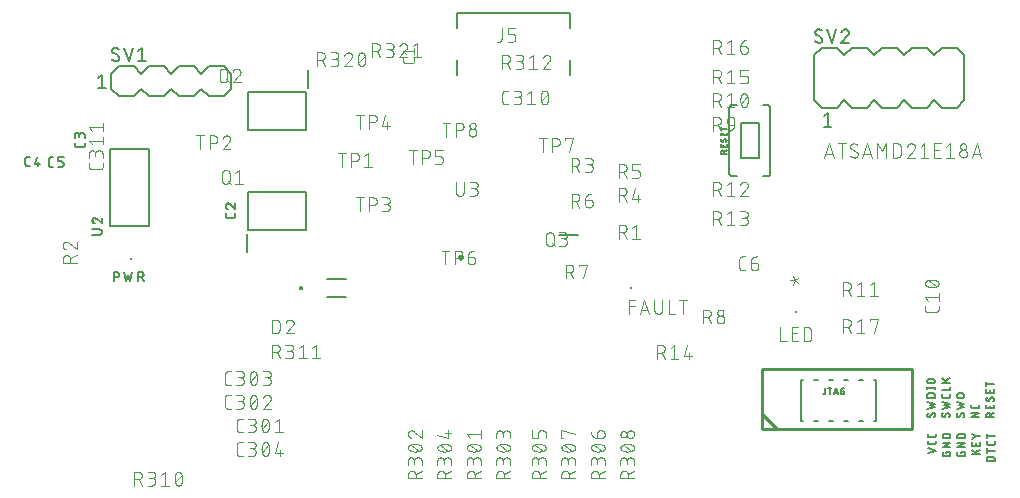
<source format=gbr>
G04 EAGLE Gerber RS-274X export*
G75*
%MOMM*%
%FSLAX34Y34*%
%LPD*%
%INSilkscreen Top*%
%IPPOS*%
%AMOC8*
5,1,8,0,0,1.08239X$1,22.5*%
G01*
%ADD10C,0.152400*%
%ADD11C,0.250000*%
%ADD12C,0.203200*%
%ADD13R,0.200000X0.200000*%
%ADD14C,0.101600*%
%ADD15C,0.200000*%
%ADD16C,0.127000*%
%ADD17C,0.076200*%


D10*
X781738Y57963D02*
X781736Y58037D01*
X781730Y58111D01*
X781721Y58185D01*
X781708Y58258D01*
X781691Y58331D01*
X781671Y58402D01*
X781647Y58473D01*
X781619Y58542D01*
X781588Y58609D01*
X781554Y58675D01*
X781516Y58740D01*
X781475Y58802D01*
X781431Y58862D01*
X781384Y58919D01*
X781334Y58974D01*
X781281Y59027D01*
X781226Y59077D01*
X781169Y59124D01*
X781109Y59168D01*
X781047Y59209D01*
X780982Y59247D01*
X780917Y59281D01*
X780849Y59312D01*
X780780Y59340D01*
X780709Y59364D01*
X780638Y59384D01*
X780566Y59401D01*
X780492Y59414D01*
X780419Y59423D01*
X780344Y59429D01*
X780270Y59431D01*
X781738Y57963D02*
X781736Y57852D01*
X781730Y57741D01*
X781720Y57630D01*
X781706Y57519D01*
X781688Y57410D01*
X781666Y57301D01*
X781641Y57192D01*
X781611Y57085D01*
X781578Y56979D01*
X781540Y56874D01*
X781500Y56771D01*
X781455Y56669D01*
X781407Y56569D01*
X781355Y56470D01*
X781300Y56374D01*
X781241Y56279D01*
X781179Y56187D01*
X781113Y56097D01*
X781045Y56009D01*
X780973Y55924D01*
X780898Y55842D01*
X780821Y55762D01*
X776602Y55945D02*
X776528Y55947D01*
X776453Y55953D01*
X776380Y55962D01*
X776306Y55975D01*
X776234Y55992D01*
X776163Y56012D01*
X776092Y56036D01*
X776023Y56064D01*
X775956Y56095D01*
X775890Y56129D01*
X775825Y56167D01*
X775763Y56208D01*
X775703Y56252D01*
X775646Y56299D01*
X775591Y56349D01*
X775538Y56402D01*
X775488Y56457D01*
X775441Y56514D01*
X775397Y56574D01*
X775356Y56636D01*
X775318Y56701D01*
X775284Y56767D01*
X775253Y56834D01*
X775225Y56903D01*
X775201Y56974D01*
X775181Y57045D01*
X775164Y57117D01*
X775151Y57191D01*
X775142Y57264D01*
X775136Y57339D01*
X775134Y57413D01*
X775136Y57517D01*
X775142Y57621D01*
X775152Y57725D01*
X775165Y57828D01*
X775183Y57931D01*
X775205Y58033D01*
X775230Y58134D01*
X775259Y58234D01*
X775292Y58333D01*
X775329Y58430D01*
X775369Y58526D01*
X775413Y58621D01*
X775461Y58713D01*
X775511Y58804D01*
X775566Y58893D01*
X775624Y58980D01*
X775684Y59064D01*
X777887Y56679D02*
X777848Y56616D01*
X777806Y56556D01*
X777761Y56498D01*
X777713Y56441D01*
X777662Y56388D01*
X777609Y56337D01*
X777554Y56288D01*
X777496Y56243D01*
X777436Y56200D01*
X777374Y56160D01*
X777310Y56124D01*
X777244Y56090D01*
X777176Y56060D01*
X777108Y56033D01*
X777038Y56010D01*
X776967Y55990D01*
X776895Y55974D01*
X776822Y55961D01*
X776749Y55952D01*
X776676Y55947D01*
X776602Y55945D01*
X778985Y58697D02*
X779024Y58760D01*
X779066Y58820D01*
X779111Y58879D01*
X779159Y58935D01*
X779210Y58988D01*
X779263Y59039D01*
X779318Y59088D01*
X779376Y59133D01*
X779436Y59176D01*
X779498Y59216D01*
X779562Y59252D01*
X779628Y59286D01*
X779696Y59316D01*
X779764Y59343D01*
X779834Y59366D01*
X779905Y59386D01*
X779977Y59402D01*
X780050Y59415D01*
X780123Y59424D01*
X780196Y59429D01*
X780270Y59431D01*
X778986Y58697D02*
X777886Y56679D01*
X775134Y62708D02*
X781738Y64176D01*
X777335Y65643D01*
X781738Y67111D01*
X775134Y68578D01*
X775134Y72343D02*
X781738Y72343D01*
X775134Y72343D02*
X775134Y74178D01*
X775136Y74263D01*
X775142Y74347D01*
X775152Y74431D01*
X775165Y74515D01*
X775183Y74598D01*
X775204Y74680D01*
X775229Y74761D01*
X775258Y74841D01*
X775290Y74919D01*
X775326Y74995D01*
X775366Y75070D01*
X775409Y75143D01*
X775455Y75214D01*
X775504Y75283D01*
X775557Y75350D01*
X775613Y75414D01*
X775671Y75475D01*
X775732Y75533D01*
X775796Y75589D01*
X775863Y75642D01*
X775932Y75691D01*
X776003Y75737D01*
X776076Y75780D01*
X776151Y75820D01*
X776227Y75856D01*
X776306Y75888D01*
X776385Y75917D01*
X776466Y75942D01*
X776548Y75963D01*
X776631Y75981D01*
X776715Y75994D01*
X776799Y76004D01*
X776883Y76010D01*
X776968Y76012D01*
X779904Y76012D01*
X779989Y76010D01*
X780073Y76004D01*
X780157Y75994D01*
X780241Y75981D01*
X780324Y75963D01*
X780406Y75942D01*
X780487Y75917D01*
X780567Y75888D01*
X780645Y75856D01*
X780721Y75820D01*
X780796Y75780D01*
X780869Y75737D01*
X780940Y75691D01*
X781009Y75642D01*
X781076Y75589D01*
X781140Y75533D01*
X781201Y75475D01*
X781259Y75414D01*
X781315Y75350D01*
X781368Y75283D01*
X781417Y75214D01*
X781463Y75143D01*
X781506Y75070D01*
X781546Y74995D01*
X781582Y74919D01*
X781614Y74841D01*
X781643Y74761D01*
X781668Y74680D01*
X781689Y74598D01*
X781707Y74515D01*
X781720Y74431D01*
X781730Y74347D01*
X781736Y74263D01*
X781738Y74178D01*
X781738Y72343D01*
X781738Y80274D02*
X775134Y80274D01*
X781738Y79540D02*
X781738Y81007D01*
X775134Y81007D02*
X775134Y79540D01*
X776968Y84291D02*
X779904Y84291D01*
X776968Y84292D02*
X776883Y84294D01*
X776799Y84300D01*
X776715Y84310D01*
X776631Y84323D01*
X776548Y84341D01*
X776466Y84362D01*
X776385Y84387D01*
X776305Y84416D01*
X776227Y84448D01*
X776151Y84484D01*
X776076Y84524D01*
X776003Y84567D01*
X775932Y84613D01*
X775863Y84662D01*
X775796Y84715D01*
X775732Y84771D01*
X775671Y84829D01*
X775613Y84890D01*
X775557Y84954D01*
X775504Y85021D01*
X775455Y85090D01*
X775409Y85161D01*
X775366Y85234D01*
X775326Y85309D01*
X775290Y85385D01*
X775258Y85463D01*
X775229Y85543D01*
X775204Y85624D01*
X775183Y85706D01*
X775165Y85789D01*
X775152Y85873D01*
X775142Y85957D01*
X775136Y86041D01*
X775134Y86126D01*
X775136Y86211D01*
X775142Y86295D01*
X775152Y86379D01*
X775165Y86463D01*
X775183Y86546D01*
X775204Y86628D01*
X775229Y86709D01*
X775258Y86789D01*
X775290Y86867D01*
X775326Y86943D01*
X775366Y87018D01*
X775409Y87091D01*
X775455Y87162D01*
X775504Y87231D01*
X775557Y87298D01*
X775613Y87362D01*
X775671Y87423D01*
X775732Y87481D01*
X775796Y87537D01*
X775863Y87590D01*
X775932Y87639D01*
X776003Y87685D01*
X776076Y87728D01*
X776151Y87768D01*
X776227Y87804D01*
X776305Y87836D01*
X776385Y87865D01*
X776466Y87890D01*
X776548Y87911D01*
X776631Y87929D01*
X776715Y87942D01*
X776799Y87952D01*
X776883Y87958D01*
X776968Y87960D01*
X779904Y87960D01*
X779989Y87958D01*
X780073Y87952D01*
X780157Y87942D01*
X780241Y87929D01*
X780324Y87911D01*
X780406Y87890D01*
X780487Y87865D01*
X780567Y87836D01*
X780645Y87804D01*
X780721Y87768D01*
X780796Y87728D01*
X780869Y87685D01*
X780940Y87639D01*
X781009Y87590D01*
X781076Y87537D01*
X781140Y87481D01*
X781201Y87423D01*
X781259Y87362D01*
X781315Y87298D01*
X781368Y87231D01*
X781417Y87162D01*
X781463Y87091D01*
X781506Y87018D01*
X781546Y86943D01*
X781582Y86867D01*
X781614Y86789D01*
X781643Y86709D01*
X781668Y86628D01*
X781689Y86546D01*
X781707Y86463D01*
X781720Y86379D01*
X781730Y86295D01*
X781736Y86211D01*
X781738Y86126D01*
X781736Y86041D01*
X781730Y85957D01*
X781720Y85873D01*
X781707Y85789D01*
X781689Y85706D01*
X781668Y85624D01*
X781643Y85543D01*
X781614Y85463D01*
X781582Y85385D01*
X781546Y85309D01*
X781506Y85234D01*
X781463Y85161D01*
X781417Y85090D01*
X781368Y85021D01*
X781315Y84954D01*
X781259Y84890D01*
X781201Y84829D01*
X781140Y84771D01*
X781076Y84715D01*
X781009Y84662D01*
X780940Y84613D01*
X780869Y84567D01*
X780796Y84524D01*
X780721Y84484D01*
X780645Y84448D01*
X780567Y84416D01*
X780487Y84387D01*
X780406Y84362D01*
X780324Y84341D01*
X780241Y84323D01*
X780157Y84310D01*
X780073Y84300D01*
X779989Y84294D01*
X779904Y84292D01*
X792770Y59431D02*
X792844Y59429D01*
X792919Y59423D01*
X792992Y59414D01*
X793066Y59401D01*
X793138Y59384D01*
X793209Y59364D01*
X793280Y59340D01*
X793349Y59312D01*
X793417Y59281D01*
X793482Y59247D01*
X793547Y59209D01*
X793609Y59168D01*
X793669Y59124D01*
X793726Y59077D01*
X793781Y59027D01*
X793834Y58974D01*
X793884Y58919D01*
X793931Y58862D01*
X793975Y58802D01*
X794016Y58740D01*
X794054Y58675D01*
X794088Y58609D01*
X794119Y58542D01*
X794147Y58473D01*
X794171Y58402D01*
X794191Y58331D01*
X794208Y58258D01*
X794221Y58185D01*
X794230Y58111D01*
X794236Y58037D01*
X794238Y57963D01*
X794236Y57852D01*
X794230Y57741D01*
X794220Y57630D01*
X794206Y57519D01*
X794188Y57410D01*
X794166Y57301D01*
X794141Y57192D01*
X794111Y57085D01*
X794078Y56979D01*
X794040Y56874D01*
X794000Y56771D01*
X793955Y56669D01*
X793907Y56569D01*
X793855Y56470D01*
X793800Y56374D01*
X793741Y56279D01*
X793679Y56187D01*
X793613Y56097D01*
X793545Y56009D01*
X793473Y55924D01*
X793398Y55842D01*
X793321Y55762D01*
X789102Y55945D02*
X789028Y55947D01*
X788953Y55953D01*
X788880Y55962D01*
X788806Y55975D01*
X788734Y55992D01*
X788663Y56012D01*
X788592Y56036D01*
X788523Y56064D01*
X788456Y56095D01*
X788390Y56129D01*
X788325Y56167D01*
X788263Y56208D01*
X788203Y56252D01*
X788146Y56299D01*
X788091Y56349D01*
X788038Y56402D01*
X787988Y56457D01*
X787941Y56514D01*
X787897Y56574D01*
X787856Y56636D01*
X787818Y56701D01*
X787784Y56767D01*
X787753Y56834D01*
X787725Y56903D01*
X787701Y56974D01*
X787681Y57045D01*
X787664Y57117D01*
X787651Y57191D01*
X787642Y57264D01*
X787636Y57339D01*
X787634Y57413D01*
X787636Y57517D01*
X787642Y57621D01*
X787652Y57725D01*
X787665Y57828D01*
X787683Y57931D01*
X787705Y58033D01*
X787730Y58134D01*
X787759Y58234D01*
X787792Y58333D01*
X787829Y58430D01*
X787869Y58526D01*
X787913Y58621D01*
X787961Y58713D01*
X788011Y58804D01*
X788066Y58893D01*
X788124Y58980D01*
X788184Y59064D01*
X790387Y56679D02*
X790348Y56616D01*
X790306Y56556D01*
X790261Y56498D01*
X790213Y56441D01*
X790162Y56388D01*
X790109Y56337D01*
X790054Y56288D01*
X789996Y56243D01*
X789936Y56200D01*
X789874Y56160D01*
X789810Y56124D01*
X789744Y56090D01*
X789676Y56060D01*
X789608Y56033D01*
X789538Y56010D01*
X789467Y55990D01*
X789395Y55974D01*
X789322Y55961D01*
X789249Y55952D01*
X789176Y55947D01*
X789102Y55945D01*
X791485Y58697D02*
X791524Y58760D01*
X791566Y58820D01*
X791611Y58879D01*
X791659Y58935D01*
X791710Y58988D01*
X791763Y59039D01*
X791818Y59088D01*
X791876Y59133D01*
X791936Y59176D01*
X791998Y59216D01*
X792062Y59252D01*
X792128Y59286D01*
X792196Y59316D01*
X792264Y59343D01*
X792334Y59366D01*
X792405Y59386D01*
X792477Y59402D01*
X792550Y59415D01*
X792623Y59424D01*
X792696Y59429D01*
X792770Y59431D01*
X791486Y58697D02*
X790386Y56679D01*
X787634Y62708D02*
X794238Y64176D01*
X789835Y65643D01*
X794238Y67111D01*
X787634Y68578D01*
X794238Y73531D02*
X794238Y74999D01*
X794238Y73531D02*
X794236Y73457D01*
X794230Y73382D01*
X794221Y73309D01*
X794208Y73235D01*
X794191Y73163D01*
X794171Y73092D01*
X794147Y73021D01*
X794119Y72952D01*
X794088Y72885D01*
X794054Y72819D01*
X794016Y72754D01*
X793975Y72692D01*
X793931Y72632D01*
X793884Y72575D01*
X793834Y72520D01*
X793781Y72467D01*
X793726Y72417D01*
X793669Y72370D01*
X793609Y72326D01*
X793547Y72285D01*
X793482Y72247D01*
X793417Y72213D01*
X793349Y72182D01*
X793280Y72154D01*
X793209Y72130D01*
X793138Y72110D01*
X793066Y72093D01*
X792992Y72080D01*
X792919Y72071D01*
X792844Y72065D01*
X792770Y72063D01*
X792770Y72064D02*
X789102Y72064D01*
X789102Y72063D02*
X789028Y72065D01*
X788953Y72071D01*
X788880Y72080D01*
X788806Y72093D01*
X788734Y72110D01*
X788663Y72130D01*
X788592Y72154D01*
X788523Y72182D01*
X788456Y72213D01*
X788390Y72247D01*
X788325Y72285D01*
X788263Y72326D01*
X788203Y72370D01*
X788146Y72417D01*
X788091Y72467D01*
X788038Y72520D01*
X787988Y72575D01*
X787941Y72632D01*
X787897Y72692D01*
X787856Y72754D01*
X787818Y72819D01*
X787784Y72884D01*
X787753Y72952D01*
X787725Y73021D01*
X787701Y73092D01*
X787681Y73163D01*
X787664Y73235D01*
X787651Y73309D01*
X787642Y73382D01*
X787636Y73457D01*
X787634Y73531D01*
X787634Y74999D01*
X787634Y78463D02*
X794238Y78463D01*
X794238Y81398D01*
X794238Y84960D02*
X787634Y84960D01*
X787634Y88629D02*
X791670Y84960D01*
X790202Y86428D02*
X794238Y88629D01*
X825134Y55762D02*
X831738Y55762D01*
X825134Y55762D02*
X825134Y57596D01*
X825136Y57681D01*
X825142Y57765D01*
X825152Y57849D01*
X825165Y57933D01*
X825183Y58016D01*
X825204Y58098D01*
X825229Y58179D01*
X825258Y58259D01*
X825290Y58337D01*
X825326Y58413D01*
X825366Y58488D01*
X825409Y58561D01*
X825455Y58632D01*
X825504Y58701D01*
X825557Y58768D01*
X825613Y58832D01*
X825671Y58893D01*
X825732Y58951D01*
X825796Y59007D01*
X825863Y59060D01*
X825932Y59109D01*
X826003Y59155D01*
X826076Y59198D01*
X826151Y59238D01*
X826227Y59274D01*
X826305Y59306D01*
X826385Y59335D01*
X826466Y59360D01*
X826548Y59381D01*
X826631Y59399D01*
X826715Y59412D01*
X826799Y59422D01*
X826883Y59428D01*
X826968Y59430D01*
X827053Y59428D01*
X827137Y59422D01*
X827221Y59412D01*
X827305Y59399D01*
X827388Y59381D01*
X827470Y59360D01*
X827551Y59335D01*
X827631Y59306D01*
X827709Y59274D01*
X827785Y59238D01*
X827860Y59198D01*
X827933Y59155D01*
X828004Y59109D01*
X828073Y59060D01*
X828140Y59007D01*
X828204Y58951D01*
X828265Y58893D01*
X828323Y58832D01*
X828379Y58768D01*
X828432Y58701D01*
X828481Y58632D01*
X828527Y58561D01*
X828570Y58488D01*
X828610Y58413D01*
X828646Y58337D01*
X828678Y58259D01*
X828707Y58179D01*
X828732Y58098D01*
X828753Y58016D01*
X828771Y57933D01*
X828784Y57849D01*
X828794Y57765D01*
X828800Y57681D01*
X828802Y57596D01*
X828803Y57596D02*
X828803Y55762D01*
X828803Y57963D02*
X831738Y59431D01*
X831738Y63266D02*
X831738Y66202D01*
X831738Y63266D02*
X825134Y63266D01*
X825134Y66202D01*
X828069Y65468D02*
X828069Y63266D01*
X831738Y71296D02*
X831736Y71370D01*
X831730Y71444D01*
X831721Y71518D01*
X831708Y71591D01*
X831691Y71664D01*
X831671Y71735D01*
X831647Y71806D01*
X831619Y71875D01*
X831588Y71942D01*
X831554Y72008D01*
X831516Y72073D01*
X831475Y72135D01*
X831431Y72195D01*
X831384Y72252D01*
X831334Y72307D01*
X831281Y72360D01*
X831226Y72410D01*
X831169Y72457D01*
X831109Y72501D01*
X831047Y72542D01*
X830982Y72580D01*
X830917Y72614D01*
X830849Y72645D01*
X830780Y72673D01*
X830709Y72697D01*
X830638Y72717D01*
X830566Y72734D01*
X830492Y72747D01*
X830419Y72756D01*
X830344Y72762D01*
X830270Y72764D01*
X831738Y71296D02*
X831736Y71185D01*
X831730Y71074D01*
X831720Y70963D01*
X831706Y70852D01*
X831688Y70743D01*
X831666Y70634D01*
X831641Y70525D01*
X831611Y70418D01*
X831578Y70312D01*
X831540Y70207D01*
X831500Y70104D01*
X831455Y70002D01*
X831407Y69902D01*
X831355Y69803D01*
X831300Y69707D01*
X831241Y69612D01*
X831179Y69520D01*
X831113Y69430D01*
X831045Y69342D01*
X830973Y69257D01*
X830898Y69175D01*
X830821Y69095D01*
X826602Y69277D02*
X826528Y69279D01*
X826453Y69285D01*
X826380Y69294D01*
X826306Y69307D01*
X826234Y69324D01*
X826163Y69344D01*
X826092Y69368D01*
X826023Y69396D01*
X825956Y69427D01*
X825890Y69461D01*
X825825Y69499D01*
X825763Y69540D01*
X825703Y69584D01*
X825646Y69631D01*
X825591Y69681D01*
X825538Y69734D01*
X825488Y69789D01*
X825441Y69846D01*
X825397Y69906D01*
X825356Y69968D01*
X825318Y70033D01*
X825284Y70099D01*
X825253Y70166D01*
X825225Y70235D01*
X825201Y70306D01*
X825181Y70377D01*
X825164Y70449D01*
X825151Y70523D01*
X825142Y70596D01*
X825136Y70671D01*
X825134Y70745D01*
X825136Y70849D01*
X825142Y70953D01*
X825152Y71057D01*
X825165Y71160D01*
X825183Y71263D01*
X825205Y71365D01*
X825230Y71466D01*
X825259Y71566D01*
X825292Y71665D01*
X825329Y71762D01*
X825369Y71858D01*
X825413Y71953D01*
X825461Y72045D01*
X825511Y72136D01*
X825566Y72225D01*
X825624Y72312D01*
X825684Y72396D01*
X827887Y70011D02*
X827848Y69948D01*
X827806Y69888D01*
X827761Y69830D01*
X827713Y69773D01*
X827662Y69720D01*
X827609Y69669D01*
X827554Y69620D01*
X827496Y69575D01*
X827436Y69532D01*
X827374Y69492D01*
X827310Y69456D01*
X827244Y69422D01*
X827176Y69392D01*
X827108Y69365D01*
X827038Y69342D01*
X826967Y69322D01*
X826895Y69306D01*
X826822Y69293D01*
X826749Y69284D01*
X826676Y69279D01*
X826602Y69277D01*
X828985Y72030D02*
X829024Y72093D01*
X829066Y72153D01*
X829111Y72212D01*
X829159Y72268D01*
X829210Y72321D01*
X829263Y72372D01*
X829318Y72421D01*
X829376Y72466D01*
X829436Y72509D01*
X829498Y72549D01*
X829562Y72585D01*
X829628Y72619D01*
X829696Y72649D01*
X829764Y72676D01*
X829834Y72699D01*
X829905Y72719D01*
X829977Y72735D01*
X830050Y72748D01*
X830123Y72757D01*
X830196Y72762D01*
X830270Y72764D01*
X828986Y72029D02*
X827886Y70012D01*
X831738Y76434D02*
X831738Y79369D01*
X831738Y76434D02*
X825134Y76434D01*
X825134Y79369D01*
X828069Y78635D02*
X828069Y76434D01*
X825134Y83852D02*
X831738Y83852D01*
X825134Y82018D02*
X825134Y85687D01*
X791197Y26132D02*
X791197Y25032D01*
X791197Y26132D02*
X794866Y26132D01*
X794866Y23931D01*
X794864Y23857D01*
X794858Y23782D01*
X794849Y23709D01*
X794836Y23635D01*
X794819Y23563D01*
X794799Y23492D01*
X794775Y23421D01*
X794747Y23352D01*
X794716Y23285D01*
X794682Y23219D01*
X794644Y23154D01*
X794603Y23092D01*
X794559Y23032D01*
X794512Y22975D01*
X794462Y22920D01*
X794409Y22867D01*
X794354Y22817D01*
X794297Y22770D01*
X794237Y22726D01*
X794175Y22685D01*
X794110Y22647D01*
X794045Y22613D01*
X793977Y22582D01*
X793908Y22554D01*
X793837Y22530D01*
X793766Y22510D01*
X793694Y22493D01*
X793620Y22480D01*
X793547Y22471D01*
X793472Y22465D01*
X793398Y22463D01*
X789730Y22463D01*
X789656Y22465D01*
X789581Y22471D01*
X789508Y22480D01*
X789434Y22493D01*
X789362Y22510D01*
X789291Y22530D01*
X789220Y22554D01*
X789151Y22582D01*
X789084Y22613D01*
X789018Y22647D01*
X788953Y22685D01*
X788891Y22726D01*
X788831Y22770D01*
X788774Y22817D01*
X788719Y22867D01*
X788666Y22920D01*
X788616Y22975D01*
X788569Y23032D01*
X788525Y23092D01*
X788484Y23154D01*
X788446Y23219D01*
X788412Y23284D01*
X788381Y23352D01*
X788353Y23421D01*
X788329Y23492D01*
X788309Y23563D01*
X788292Y23635D01*
X788279Y23709D01*
X788270Y23782D01*
X788264Y23857D01*
X788262Y23931D01*
X788262Y26132D01*
X788262Y30266D02*
X794866Y30266D01*
X794866Y33935D02*
X788262Y30266D01*
X788262Y33935D02*
X794866Y33935D01*
X794866Y38069D02*
X788262Y38069D01*
X788262Y39904D01*
X788264Y39989D01*
X788270Y40073D01*
X788280Y40157D01*
X788293Y40241D01*
X788311Y40324D01*
X788332Y40406D01*
X788357Y40487D01*
X788386Y40567D01*
X788418Y40645D01*
X788454Y40721D01*
X788494Y40796D01*
X788537Y40869D01*
X788583Y40940D01*
X788632Y41009D01*
X788685Y41076D01*
X788741Y41140D01*
X788799Y41201D01*
X788860Y41259D01*
X788924Y41315D01*
X788991Y41368D01*
X789060Y41417D01*
X789131Y41463D01*
X789204Y41506D01*
X789279Y41546D01*
X789355Y41582D01*
X789434Y41614D01*
X789513Y41643D01*
X789594Y41668D01*
X789676Y41689D01*
X789759Y41707D01*
X789843Y41720D01*
X789927Y41730D01*
X790011Y41736D01*
X790096Y41738D01*
X793032Y41738D01*
X793117Y41736D01*
X793201Y41730D01*
X793285Y41720D01*
X793369Y41707D01*
X793452Y41689D01*
X793534Y41668D01*
X793615Y41643D01*
X793695Y41614D01*
X793773Y41582D01*
X793849Y41546D01*
X793924Y41506D01*
X793997Y41463D01*
X794068Y41417D01*
X794137Y41368D01*
X794204Y41315D01*
X794268Y41259D01*
X794329Y41201D01*
X794387Y41140D01*
X794443Y41076D01*
X794496Y41009D01*
X794545Y40940D01*
X794591Y40869D01*
X794634Y40796D01*
X794674Y40721D01*
X794710Y40645D01*
X794742Y40567D01*
X794771Y40487D01*
X794796Y40406D01*
X794817Y40324D01*
X794835Y40241D01*
X794848Y40157D01*
X794858Y40073D01*
X794864Y39989D01*
X794866Y39904D01*
X794866Y38069D01*
X803697Y26132D02*
X803697Y25032D01*
X803697Y26132D02*
X807366Y26132D01*
X807366Y23931D01*
X807364Y23857D01*
X807358Y23782D01*
X807349Y23709D01*
X807336Y23635D01*
X807319Y23563D01*
X807299Y23492D01*
X807275Y23421D01*
X807247Y23352D01*
X807216Y23285D01*
X807182Y23219D01*
X807144Y23154D01*
X807103Y23092D01*
X807059Y23032D01*
X807012Y22975D01*
X806962Y22920D01*
X806909Y22867D01*
X806854Y22817D01*
X806797Y22770D01*
X806737Y22726D01*
X806675Y22685D01*
X806610Y22647D01*
X806545Y22613D01*
X806477Y22582D01*
X806408Y22554D01*
X806337Y22530D01*
X806266Y22510D01*
X806194Y22493D01*
X806120Y22480D01*
X806047Y22471D01*
X805972Y22465D01*
X805898Y22463D01*
X802230Y22463D01*
X802156Y22465D01*
X802081Y22471D01*
X802008Y22480D01*
X801934Y22493D01*
X801862Y22510D01*
X801791Y22530D01*
X801720Y22554D01*
X801651Y22582D01*
X801584Y22613D01*
X801518Y22647D01*
X801453Y22685D01*
X801391Y22726D01*
X801331Y22770D01*
X801274Y22817D01*
X801219Y22867D01*
X801166Y22920D01*
X801116Y22975D01*
X801069Y23032D01*
X801025Y23092D01*
X800984Y23154D01*
X800946Y23219D01*
X800912Y23284D01*
X800881Y23352D01*
X800853Y23421D01*
X800829Y23492D01*
X800809Y23563D01*
X800792Y23635D01*
X800779Y23709D01*
X800770Y23782D01*
X800764Y23857D01*
X800762Y23931D01*
X800762Y26132D01*
X800762Y30266D02*
X807366Y30266D01*
X807366Y33935D02*
X800762Y30266D01*
X800762Y33935D02*
X807366Y33935D01*
X807366Y38069D02*
X800762Y38069D01*
X800762Y39904D01*
X800764Y39989D01*
X800770Y40073D01*
X800780Y40157D01*
X800793Y40241D01*
X800811Y40324D01*
X800832Y40406D01*
X800857Y40487D01*
X800886Y40567D01*
X800918Y40645D01*
X800954Y40721D01*
X800994Y40796D01*
X801037Y40869D01*
X801083Y40940D01*
X801132Y41009D01*
X801185Y41076D01*
X801241Y41140D01*
X801299Y41201D01*
X801360Y41259D01*
X801424Y41315D01*
X801491Y41368D01*
X801560Y41417D01*
X801631Y41463D01*
X801704Y41506D01*
X801779Y41546D01*
X801855Y41582D01*
X801934Y41614D01*
X802013Y41643D01*
X802094Y41668D01*
X802176Y41689D01*
X802259Y41707D01*
X802343Y41720D01*
X802427Y41730D01*
X802511Y41736D01*
X802596Y41738D01*
X805532Y41738D01*
X805617Y41736D01*
X805701Y41730D01*
X805785Y41720D01*
X805869Y41707D01*
X805952Y41689D01*
X806034Y41668D01*
X806115Y41643D01*
X806195Y41614D01*
X806273Y41582D01*
X806349Y41546D01*
X806424Y41506D01*
X806497Y41463D01*
X806568Y41417D01*
X806637Y41368D01*
X806704Y41315D01*
X806768Y41259D01*
X806829Y41201D01*
X806887Y41140D01*
X806943Y41076D01*
X806996Y41009D01*
X807045Y40940D01*
X807091Y40869D01*
X807134Y40796D01*
X807174Y40721D01*
X807210Y40645D01*
X807242Y40567D01*
X807271Y40487D01*
X807296Y40406D01*
X807317Y40324D01*
X807335Y40241D01*
X807348Y40157D01*
X807358Y40073D01*
X807364Y39989D01*
X807366Y39904D01*
X807366Y38069D01*
X782366Y27262D02*
X775762Y25060D01*
X775762Y29463D02*
X782366Y27262D01*
X782366Y34174D02*
X782366Y35642D01*
X782366Y34174D02*
X782364Y34100D01*
X782358Y34025D01*
X782349Y33952D01*
X782336Y33878D01*
X782319Y33806D01*
X782299Y33735D01*
X782275Y33664D01*
X782247Y33595D01*
X782216Y33528D01*
X782182Y33462D01*
X782144Y33397D01*
X782103Y33335D01*
X782059Y33275D01*
X782012Y33218D01*
X781962Y33163D01*
X781909Y33110D01*
X781854Y33060D01*
X781797Y33013D01*
X781737Y32969D01*
X781675Y32928D01*
X781610Y32890D01*
X781545Y32856D01*
X781477Y32825D01*
X781408Y32797D01*
X781337Y32773D01*
X781266Y32753D01*
X781194Y32736D01*
X781120Y32723D01*
X781047Y32714D01*
X780972Y32708D01*
X780898Y32706D01*
X780898Y32707D02*
X777230Y32707D01*
X777156Y32709D01*
X777081Y32715D01*
X777008Y32724D01*
X776934Y32737D01*
X776862Y32754D01*
X776791Y32774D01*
X776720Y32798D01*
X776651Y32826D01*
X776584Y32857D01*
X776518Y32891D01*
X776453Y32929D01*
X776391Y32970D01*
X776331Y33014D01*
X776274Y33061D01*
X776219Y33111D01*
X776166Y33164D01*
X776116Y33219D01*
X776069Y33276D01*
X776025Y33336D01*
X775984Y33398D01*
X775946Y33463D01*
X775912Y33528D01*
X775881Y33596D01*
X775853Y33665D01*
X775829Y33736D01*
X775809Y33807D01*
X775792Y33879D01*
X775779Y33953D01*
X775770Y34026D01*
X775764Y34101D01*
X775762Y34175D01*
X775762Y34174D02*
X775762Y35642D01*
X782366Y40270D02*
X782366Y41738D01*
X782366Y40270D02*
X782364Y40196D01*
X782358Y40121D01*
X782349Y40048D01*
X782336Y39974D01*
X782319Y39902D01*
X782299Y39831D01*
X782275Y39760D01*
X782247Y39691D01*
X782216Y39624D01*
X782182Y39558D01*
X782144Y39493D01*
X782103Y39431D01*
X782059Y39371D01*
X782012Y39314D01*
X781962Y39259D01*
X781909Y39206D01*
X781854Y39156D01*
X781797Y39109D01*
X781737Y39065D01*
X781675Y39024D01*
X781610Y38986D01*
X781545Y38952D01*
X781477Y38921D01*
X781408Y38893D01*
X781337Y38869D01*
X781266Y38849D01*
X781194Y38832D01*
X781120Y38819D01*
X781047Y38810D01*
X780972Y38804D01*
X780898Y38802D01*
X780898Y38803D02*
X777230Y38803D01*
X777230Y38802D02*
X777156Y38804D01*
X777081Y38810D01*
X777008Y38819D01*
X776934Y38832D01*
X776862Y38849D01*
X776791Y38869D01*
X776720Y38893D01*
X776651Y38921D01*
X776584Y38952D01*
X776518Y38986D01*
X776453Y39024D01*
X776391Y39065D01*
X776331Y39109D01*
X776274Y39156D01*
X776219Y39206D01*
X776166Y39259D01*
X776116Y39314D01*
X776069Y39371D01*
X776025Y39431D01*
X775984Y39493D01*
X775946Y39558D01*
X775912Y39623D01*
X775881Y39691D01*
X775853Y39760D01*
X775829Y39831D01*
X775809Y39902D01*
X775792Y39974D01*
X775779Y40048D01*
X775770Y40121D01*
X775764Y40196D01*
X775762Y40270D01*
X775762Y41738D01*
X813262Y24472D02*
X819866Y24472D01*
X817298Y24472D02*
X813262Y28141D01*
X815830Y25940D02*
X819866Y28141D01*
X819866Y31630D02*
X819866Y34566D01*
X819866Y31630D02*
X813262Y31630D01*
X813262Y34566D01*
X816197Y33832D02*
X816197Y31630D01*
X813262Y37335D02*
X816381Y39537D01*
X813262Y41738D01*
X816381Y39537D02*
X819866Y39537D01*
X825762Y18562D02*
X832366Y18562D01*
X825762Y18562D02*
X825762Y20396D01*
X825764Y20481D01*
X825770Y20565D01*
X825780Y20649D01*
X825793Y20733D01*
X825811Y20816D01*
X825832Y20898D01*
X825857Y20979D01*
X825886Y21059D01*
X825918Y21137D01*
X825954Y21213D01*
X825994Y21288D01*
X826037Y21361D01*
X826083Y21432D01*
X826132Y21501D01*
X826185Y21568D01*
X826241Y21632D01*
X826299Y21693D01*
X826360Y21751D01*
X826424Y21807D01*
X826491Y21860D01*
X826560Y21909D01*
X826631Y21955D01*
X826704Y21998D01*
X826779Y22038D01*
X826855Y22074D01*
X826934Y22106D01*
X827013Y22135D01*
X827094Y22160D01*
X827176Y22181D01*
X827259Y22199D01*
X827343Y22212D01*
X827427Y22222D01*
X827511Y22228D01*
X827596Y22230D01*
X827596Y22231D02*
X830532Y22231D01*
X830532Y22230D02*
X830617Y22228D01*
X830701Y22222D01*
X830785Y22212D01*
X830869Y22199D01*
X830952Y22181D01*
X831034Y22160D01*
X831115Y22135D01*
X831195Y22106D01*
X831273Y22074D01*
X831349Y22038D01*
X831424Y21998D01*
X831497Y21955D01*
X831568Y21909D01*
X831637Y21860D01*
X831704Y21807D01*
X831768Y21751D01*
X831829Y21693D01*
X831887Y21632D01*
X831943Y21568D01*
X831996Y21501D01*
X832045Y21432D01*
X832091Y21361D01*
X832134Y21288D01*
X832174Y21213D01*
X832210Y21137D01*
X832242Y21059D01*
X832271Y20979D01*
X832296Y20898D01*
X832317Y20816D01*
X832335Y20733D01*
X832348Y20649D01*
X832358Y20565D01*
X832364Y20481D01*
X832366Y20396D01*
X832366Y18562D01*
X832366Y27468D02*
X825762Y27468D01*
X825762Y29302D02*
X825762Y25633D01*
X832366Y33893D02*
X832366Y35360D01*
X832366Y33893D02*
X832364Y33819D01*
X832358Y33744D01*
X832349Y33671D01*
X832336Y33597D01*
X832319Y33525D01*
X832299Y33454D01*
X832275Y33383D01*
X832247Y33314D01*
X832216Y33247D01*
X832182Y33181D01*
X832144Y33116D01*
X832103Y33054D01*
X832059Y32994D01*
X832012Y32937D01*
X831962Y32882D01*
X831909Y32829D01*
X831854Y32779D01*
X831797Y32732D01*
X831737Y32688D01*
X831675Y32647D01*
X831610Y32609D01*
X831545Y32575D01*
X831477Y32544D01*
X831408Y32516D01*
X831337Y32492D01*
X831266Y32472D01*
X831194Y32455D01*
X831120Y32442D01*
X831047Y32433D01*
X830972Y32427D01*
X830898Y32425D01*
X827230Y32425D01*
X827156Y32427D01*
X827081Y32433D01*
X827008Y32442D01*
X826934Y32455D01*
X826862Y32472D01*
X826791Y32492D01*
X826720Y32516D01*
X826651Y32544D01*
X826584Y32575D01*
X826518Y32609D01*
X826453Y32647D01*
X826391Y32688D01*
X826331Y32732D01*
X826274Y32779D01*
X826219Y32829D01*
X826166Y32882D01*
X826116Y32937D01*
X826069Y32994D01*
X826025Y33054D01*
X825984Y33116D01*
X825946Y33181D01*
X825912Y33246D01*
X825881Y33314D01*
X825853Y33383D01*
X825829Y33454D01*
X825809Y33525D01*
X825792Y33597D01*
X825779Y33671D01*
X825770Y33744D01*
X825764Y33819D01*
X825762Y33893D01*
X825762Y35360D01*
X825762Y39904D02*
X832366Y39904D01*
X825762Y41738D02*
X825762Y38069D01*
X806738Y57963D02*
X806736Y58037D01*
X806730Y58111D01*
X806721Y58185D01*
X806708Y58258D01*
X806691Y58331D01*
X806671Y58402D01*
X806647Y58473D01*
X806619Y58542D01*
X806588Y58609D01*
X806554Y58675D01*
X806516Y58740D01*
X806475Y58802D01*
X806431Y58862D01*
X806384Y58919D01*
X806334Y58974D01*
X806281Y59027D01*
X806226Y59077D01*
X806169Y59124D01*
X806109Y59168D01*
X806047Y59209D01*
X805982Y59247D01*
X805917Y59281D01*
X805849Y59312D01*
X805780Y59340D01*
X805709Y59364D01*
X805638Y59384D01*
X805566Y59401D01*
X805492Y59414D01*
X805419Y59423D01*
X805344Y59429D01*
X805270Y59431D01*
X806738Y57963D02*
X806736Y57852D01*
X806730Y57741D01*
X806720Y57630D01*
X806706Y57519D01*
X806688Y57410D01*
X806666Y57301D01*
X806641Y57192D01*
X806611Y57085D01*
X806578Y56979D01*
X806540Y56874D01*
X806500Y56771D01*
X806455Y56669D01*
X806407Y56569D01*
X806355Y56470D01*
X806300Y56374D01*
X806241Y56279D01*
X806179Y56187D01*
X806113Y56097D01*
X806045Y56009D01*
X805973Y55924D01*
X805898Y55842D01*
X805821Y55762D01*
X801602Y55945D02*
X801528Y55947D01*
X801453Y55953D01*
X801380Y55962D01*
X801306Y55975D01*
X801234Y55992D01*
X801163Y56012D01*
X801092Y56036D01*
X801023Y56064D01*
X800956Y56095D01*
X800890Y56129D01*
X800825Y56167D01*
X800763Y56208D01*
X800703Y56252D01*
X800646Y56299D01*
X800591Y56349D01*
X800538Y56402D01*
X800488Y56457D01*
X800441Y56514D01*
X800397Y56574D01*
X800356Y56636D01*
X800318Y56701D01*
X800284Y56767D01*
X800253Y56834D01*
X800225Y56903D01*
X800201Y56974D01*
X800181Y57045D01*
X800164Y57117D01*
X800151Y57191D01*
X800142Y57264D01*
X800136Y57339D01*
X800134Y57413D01*
X800136Y57517D01*
X800142Y57621D01*
X800152Y57725D01*
X800165Y57828D01*
X800183Y57931D01*
X800205Y58033D01*
X800230Y58134D01*
X800259Y58234D01*
X800292Y58333D01*
X800329Y58430D01*
X800369Y58526D01*
X800413Y58621D01*
X800461Y58713D01*
X800511Y58804D01*
X800566Y58893D01*
X800624Y58980D01*
X800684Y59064D01*
X802887Y56679D02*
X802848Y56616D01*
X802806Y56556D01*
X802761Y56498D01*
X802713Y56441D01*
X802662Y56388D01*
X802609Y56337D01*
X802554Y56288D01*
X802496Y56243D01*
X802436Y56200D01*
X802374Y56160D01*
X802310Y56124D01*
X802244Y56090D01*
X802176Y56060D01*
X802108Y56033D01*
X802038Y56010D01*
X801967Y55990D01*
X801895Y55974D01*
X801822Y55961D01*
X801749Y55952D01*
X801676Y55947D01*
X801602Y55945D01*
X803985Y58697D02*
X804024Y58760D01*
X804066Y58820D01*
X804111Y58879D01*
X804159Y58935D01*
X804210Y58988D01*
X804263Y59039D01*
X804318Y59088D01*
X804376Y59133D01*
X804436Y59176D01*
X804498Y59216D01*
X804562Y59252D01*
X804628Y59286D01*
X804696Y59316D01*
X804764Y59343D01*
X804834Y59366D01*
X804905Y59386D01*
X804977Y59402D01*
X805050Y59415D01*
X805123Y59424D01*
X805196Y59429D01*
X805270Y59431D01*
X803986Y58697D02*
X802886Y56679D01*
X800134Y62708D02*
X806738Y64176D01*
X802335Y65643D01*
X806738Y67111D01*
X800134Y68578D01*
X801968Y72099D02*
X804904Y72099D01*
X801968Y72100D02*
X801883Y72102D01*
X801799Y72108D01*
X801715Y72118D01*
X801631Y72131D01*
X801548Y72149D01*
X801466Y72170D01*
X801385Y72195D01*
X801305Y72224D01*
X801227Y72256D01*
X801151Y72292D01*
X801076Y72332D01*
X801003Y72375D01*
X800932Y72421D01*
X800863Y72470D01*
X800796Y72523D01*
X800732Y72579D01*
X800671Y72637D01*
X800613Y72698D01*
X800557Y72762D01*
X800504Y72829D01*
X800455Y72898D01*
X800409Y72969D01*
X800366Y73042D01*
X800326Y73117D01*
X800290Y73193D01*
X800258Y73271D01*
X800229Y73351D01*
X800204Y73432D01*
X800183Y73514D01*
X800165Y73597D01*
X800152Y73681D01*
X800142Y73765D01*
X800136Y73849D01*
X800134Y73934D01*
X800136Y74019D01*
X800142Y74103D01*
X800152Y74187D01*
X800165Y74271D01*
X800183Y74354D01*
X800204Y74436D01*
X800229Y74517D01*
X800258Y74597D01*
X800290Y74675D01*
X800326Y74751D01*
X800366Y74826D01*
X800409Y74899D01*
X800455Y74970D01*
X800504Y75039D01*
X800557Y75106D01*
X800613Y75170D01*
X800671Y75231D01*
X800732Y75289D01*
X800796Y75345D01*
X800863Y75398D01*
X800932Y75447D01*
X801003Y75493D01*
X801076Y75536D01*
X801151Y75576D01*
X801227Y75612D01*
X801305Y75644D01*
X801385Y75673D01*
X801466Y75698D01*
X801548Y75719D01*
X801631Y75737D01*
X801715Y75750D01*
X801799Y75760D01*
X801883Y75766D01*
X801968Y75768D01*
X804904Y75768D01*
X804989Y75766D01*
X805073Y75760D01*
X805157Y75750D01*
X805241Y75737D01*
X805324Y75719D01*
X805406Y75698D01*
X805487Y75673D01*
X805567Y75644D01*
X805645Y75612D01*
X805721Y75576D01*
X805796Y75536D01*
X805869Y75493D01*
X805940Y75447D01*
X806009Y75398D01*
X806076Y75345D01*
X806140Y75289D01*
X806201Y75231D01*
X806259Y75170D01*
X806315Y75106D01*
X806368Y75039D01*
X806417Y74970D01*
X806463Y74899D01*
X806506Y74826D01*
X806546Y74751D01*
X806582Y74675D01*
X806614Y74597D01*
X806643Y74517D01*
X806668Y74436D01*
X806689Y74354D01*
X806707Y74271D01*
X806720Y74187D01*
X806730Y74103D01*
X806736Y74019D01*
X806738Y73934D01*
X806736Y73849D01*
X806730Y73765D01*
X806720Y73681D01*
X806707Y73597D01*
X806689Y73514D01*
X806668Y73432D01*
X806643Y73351D01*
X806614Y73271D01*
X806582Y73193D01*
X806546Y73117D01*
X806506Y73042D01*
X806463Y72969D01*
X806417Y72898D01*
X806368Y72829D01*
X806315Y72762D01*
X806259Y72698D01*
X806201Y72637D01*
X806140Y72579D01*
X806076Y72523D01*
X806009Y72470D01*
X805940Y72421D01*
X805869Y72375D01*
X805796Y72332D01*
X805721Y72292D01*
X805645Y72256D01*
X805567Y72224D01*
X805487Y72195D01*
X805406Y72170D01*
X805324Y72149D01*
X805241Y72131D01*
X805157Y72118D01*
X805073Y72108D01*
X804989Y72102D01*
X804904Y72100D01*
X812634Y55762D02*
X819238Y55762D01*
X819238Y59431D02*
X812634Y55762D01*
X812634Y59431D02*
X819238Y59431D01*
X819238Y64753D02*
X819238Y66221D01*
X819238Y64753D02*
X819236Y64679D01*
X819230Y64604D01*
X819221Y64531D01*
X819208Y64457D01*
X819191Y64385D01*
X819171Y64314D01*
X819147Y64243D01*
X819119Y64174D01*
X819088Y64107D01*
X819054Y64041D01*
X819016Y63976D01*
X818975Y63914D01*
X818931Y63854D01*
X818884Y63797D01*
X818834Y63742D01*
X818781Y63689D01*
X818726Y63639D01*
X818669Y63592D01*
X818609Y63548D01*
X818547Y63507D01*
X818482Y63469D01*
X818417Y63435D01*
X818349Y63404D01*
X818280Y63376D01*
X818209Y63352D01*
X818138Y63332D01*
X818066Y63315D01*
X817992Y63302D01*
X817919Y63293D01*
X817844Y63287D01*
X817770Y63285D01*
X817770Y63286D02*
X814102Y63286D01*
X814102Y63285D02*
X814028Y63287D01*
X813953Y63293D01*
X813880Y63302D01*
X813806Y63315D01*
X813734Y63332D01*
X813663Y63352D01*
X813592Y63376D01*
X813523Y63404D01*
X813456Y63435D01*
X813390Y63469D01*
X813325Y63507D01*
X813263Y63548D01*
X813203Y63592D01*
X813146Y63639D01*
X813091Y63689D01*
X813038Y63742D01*
X812988Y63797D01*
X812941Y63854D01*
X812897Y63914D01*
X812856Y63976D01*
X812818Y64041D01*
X812784Y64106D01*
X812753Y64174D01*
X812725Y64243D01*
X812701Y64314D01*
X812681Y64385D01*
X812664Y64457D01*
X812651Y64531D01*
X812642Y64604D01*
X812636Y64679D01*
X812634Y64753D01*
X812634Y66221D01*
D11*
X762200Y45800D02*
X647900Y45800D01*
X635200Y45800D01*
X635200Y58500D01*
X635200Y96600D01*
X762200Y96600D01*
X762200Y45800D01*
X647900Y45800D02*
X635200Y58500D01*
D12*
X189344Y226348D02*
X189344Y228154D01*
X189344Y226348D02*
X189342Y226265D01*
X189336Y226181D01*
X189327Y226098D01*
X189313Y226016D01*
X189296Y225935D01*
X189275Y225854D01*
X189250Y225774D01*
X189222Y225696D01*
X189190Y225619D01*
X189155Y225543D01*
X189116Y225469D01*
X189073Y225397D01*
X189028Y225327D01*
X188979Y225260D01*
X188927Y225194D01*
X188873Y225131D01*
X188815Y225071D01*
X188755Y225013D01*
X188692Y224959D01*
X188626Y224907D01*
X188559Y224858D01*
X188489Y224813D01*
X188417Y224770D01*
X188343Y224731D01*
X188268Y224696D01*
X188190Y224664D01*
X188112Y224636D01*
X188032Y224611D01*
X187952Y224590D01*
X187870Y224573D01*
X187788Y224559D01*
X187705Y224550D01*
X187621Y224544D01*
X187538Y224542D01*
X183022Y224542D01*
X182939Y224544D01*
X182855Y224550D01*
X182772Y224559D01*
X182690Y224573D01*
X182609Y224590D01*
X182528Y224611D01*
X182448Y224636D01*
X182370Y224664D01*
X182293Y224696D01*
X182217Y224731D01*
X182143Y224770D01*
X182071Y224813D01*
X182001Y224858D01*
X181934Y224907D01*
X181868Y224959D01*
X181805Y225013D01*
X181745Y225071D01*
X181687Y225131D01*
X181633Y225194D01*
X181581Y225260D01*
X181532Y225327D01*
X181487Y225397D01*
X181444Y225469D01*
X181405Y225543D01*
X181370Y225618D01*
X181338Y225696D01*
X181310Y225774D01*
X181285Y225854D01*
X181264Y225934D01*
X181247Y226016D01*
X181233Y226098D01*
X181224Y226181D01*
X181218Y226265D01*
X181216Y226348D01*
X181216Y228154D01*
X181216Y234692D02*
X181218Y234781D01*
X181224Y234869D01*
X181233Y234957D01*
X181247Y235045D01*
X181264Y235132D01*
X181285Y235218D01*
X181310Y235303D01*
X181339Y235387D01*
X181371Y235470D01*
X181406Y235551D01*
X181446Y235630D01*
X181488Y235708D01*
X181534Y235784D01*
X181583Y235858D01*
X181636Y235929D01*
X181691Y235998D01*
X181750Y236065D01*
X181811Y236129D01*
X181875Y236190D01*
X181942Y236249D01*
X182011Y236304D01*
X182082Y236357D01*
X182156Y236406D01*
X182232Y236452D01*
X182310Y236494D01*
X182389Y236534D01*
X182470Y236569D01*
X182553Y236601D01*
X182637Y236630D01*
X182722Y236655D01*
X182808Y236676D01*
X182895Y236693D01*
X182983Y236707D01*
X183071Y236716D01*
X183159Y236722D01*
X183248Y236724D01*
X181216Y234692D02*
X181218Y234593D01*
X181224Y234493D01*
X181233Y234394D01*
X181246Y234296D01*
X181263Y234197D01*
X181284Y234100D01*
X181308Y234004D01*
X181336Y233908D01*
X181368Y233814D01*
X181403Y233721D01*
X181442Y233629D01*
X181484Y233539D01*
X181530Y233451D01*
X181579Y233364D01*
X181631Y233279D01*
X181687Y233197D01*
X181745Y233116D01*
X181807Y233038D01*
X181871Y232962D01*
X181938Y232889D01*
X182008Y232818D01*
X182081Y232751D01*
X182156Y232685D01*
X182234Y232623D01*
X182314Y232564D01*
X182396Y232508D01*
X182480Y232455D01*
X182567Y232405D01*
X182655Y232359D01*
X182744Y232316D01*
X182836Y232276D01*
X182929Y232240D01*
X183023Y232208D01*
X184829Y236047D02*
X184763Y236113D01*
X184695Y236176D01*
X184624Y236236D01*
X184550Y236293D01*
X184475Y236347D01*
X184397Y236397D01*
X184316Y236445D01*
X184234Y236488D01*
X184150Y236529D01*
X184065Y236565D01*
X183978Y236598D01*
X183890Y236628D01*
X183800Y236653D01*
X183710Y236675D01*
X183618Y236692D01*
X183526Y236706D01*
X183434Y236716D01*
X183341Y236722D01*
X183248Y236724D01*
X184828Y236047D02*
X189344Y232208D01*
X189344Y236724D01*
X61844Y286308D02*
X61844Y288114D01*
X61844Y286308D02*
X61842Y286225D01*
X61836Y286141D01*
X61827Y286058D01*
X61813Y285976D01*
X61796Y285895D01*
X61775Y285814D01*
X61750Y285734D01*
X61722Y285656D01*
X61690Y285579D01*
X61655Y285503D01*
X61616Y285429D01*
X61573Y285357D01*
X61528Y285287D01*
X61479Y285220D01*
X61427Y285154D01*
X61373Y285091D01*
X61315Y285031D01*
X61255Y284973D01*
X61192Y284919D01*
X61126Y284867D01*
X61059Y284818D01*
X60989Y284773D01*
X60917Y284730D01*
X60843Y284691D01*
X60768Y284656D01*
X60690Y284624D01*
X60612Y284596D01*
X60532Y284571D01*
X60452Y284550D01*
X60370Y284533D01*
X60288Y284519D01*
X60205Y284510D01*
X60121Y284504D01*
X60038Y284502D01*
X55522Y284502D01*
X55439Y284504D01*
X55355Y284510D01*
X55272Y284519D01*
X55190Y284533D01*
X55109Y284550D01*
X55028Y284571D01*
X54948Y284596D01*
X54870Y284624D01*
X54793Y284656D01*
X54717Y284691D01*
X54643Y284730D01*
X54571Y284773D01*
X54501Y284818D01*
X54434Y284867D01*
X54368Y284919D01*
X54305Y284973D01*
X54245Y285031D01*
X54187Y285091D01*
X54133Y285154D01*
X54081Y285220D01*
X54032Y285287D01*
X53987Y285357D01*
X53944Y285429D01*
X53905Y285503D01*
X53870Y285578D01*
X53838Y285656D01*
X53810Y285734D01*
X53785Y285814D01*
X53764Y285894D01*
X53747Y285976D01*
X53733Y286058D01*
X53724Y286141D01*
X53718Y286225D01*
X53716Y286308D01*
X53716Y288114D01*
X61844Y292168D02*
X61844Y294426D01*
X61842Y294519D01*
X61836Y294612D01*
X61827Y294705D01*
X61813Y294798D01*
X61796Y294889D01*
X61775Y294980D01*
X61750Y295070D01*
X61722Y295159D01*
X61690Y295247D01*
X61654Y295333D01*
X61615Y295418D01*
X61572Y295501D01*
X61526Y295582D01*
X61476Y295661D01*
X61424Y295738D01*
X61368Y295813D01*
X61309Y295885D01*
X61247Y295955D01*
X61183Y296023D01*
X61115Y296087D01*
X61045Y296149D01*
X60973Y296208D01*
X60898Y296264D01*
X60821Y296316D01*
X60742Y296366D01*
X60661Y296412D01*
X60578Y296455D01*
X60493Y296494D01*
X60407Y296530D01*
X60319Y296562D01*
X60230Y296590D01*
X60140Y296615D01*
X60049Y296636D01*
X59958Y296653D01*
X59865Y296667D01*
X59772Y296676D01*
X59679Y296682D01*
X59586Y296684D01*
X59493Y296682D01*
X59400Y296676D01*
X59307Y296667D01*
X59214Y296653D01*
X59123Y296636D01*
X59032Y296615D01*
X58942Y296590D01*
X58853Y296562D01*
X58765Y296530D01*
X58679Y296494D01*
X58594Y296455D01*
X58511Y296412D01*
X58430Y296366D01*
X58351Y296316D01*
X58274Y296264D01*
X58199Y296208D01*
X58127Y296149D01*
X58057Y296087D01*
X57989Y296023D01*
X57925Y295955D01*
X57863Y295885D01*
X57804Y295813D01*
X57748Y295738D01*
X57696Y295661D01*
X57646Y295582D01*
X57600Y295501D01*
X57557Y295418D01*
X57518Y295333D01*
X57482Y295247D01*
X57450Y295159D01*
X57422Y295070D01*
X57397Y294980D01*
X57376Y294889D01*
X57359Y294798D01*
X57345Y294705D01*
X57336Y294612D01*
X57330Y294519D01*
X57328Y294426D01*
X53716Y294878D02*
X53716Y292168D01*
X53716Y294878D02*
X53718Y294961D01*
X53724Y295045D01*
X53733Y295128D01*
X53747Y295210D01*
X53764Y295291D01*
X53785Y295372D01*
X53810Y295452D01*
X53838Y295530D01*
X53870Y295607D01*
X53905Y295683D01*
X53944Y295757D01*
X53987Y295829D01*
X54032Y295899D01*
X54081Y295966D01*
X54133Y296032D01*
X54187Y296095D01*
X54245Y296155D01*
X54305Y296213D01*
X54368Y296267D01*
X54434Y296319D01*
X54501Y296368D01*
X54571Y296413D01*
X54643Y296456D01*
X54717Y296495D01*
X54793Y296530D01*
X54870Y296562D01*
X54948Y296590D01*
X55028Y296615D01*
X55109Y296636D01*
X55190Y296653D01*
X55272Y296667D01*
X55355Y296676D01*
X55439Y296682D01*
X55522Y296684D01*
X55605Y296682D01*
X55689Y296676D01*
X55772Y296667D01*
X55854Y296653D01*
X55935Y296636D01*
X56016Y296615D01*
X56096Y296590D01*
X56174Y296562D01*
X56251Y296530D01*
X56327Y296495D01*
X56401Y296456D01*
X56473Y296413D01*
X56543Y296368D01*
X56610Y296319D01*
X56676Y296267D01*
X56739Y296213D01*
X56799Y296155D01*
X56857Y296095D01*
X56911Y296032D01*
X56963Y295966D01*
X57012Y295899D01*
X57057Y295829D01*
X57100Y295757D01*
X57139Y295683D01*
X57174Y295607D01*
X57206Y295530D01*
X57234Y295452D01*
X57259Y295372D01*
X57280Y295291D01*
X57297Y295210D01*
X57311Y295128D01*
X57320Y295045D01*
X57326Y294961D01*
X57328Y294878D01*
X57328Y293072D01*
X15367Y268250D02*
X13561Y268250D01*
X13478Y268252D01*
X13394Y268258D01*
X13311Y268267D01*
X13229Y268281D01*
X13148Y268298D01*
X13067Y268319D01*
X12987Y268344D01*
X12909Y268372D01*
X12832Y268404D01*
X12756Y268439D01*
X12682Y268478D01*
X12610Y268521D01*
X12540Y268566D01*
X12473Y268615D01*
X12407Y268667D01*
X12344Y268721D01*
X12284Y268779D01*
X12226Y268839D01*
X12172Y268902D01*
X12120Y268968D01*
X12071Y269035D01*
X12026Y269105D01*
X11983Y269177D01*
X11944Y269251D01*
X11909Y269327D01*
X11877Y269404D01*
X11849Y269482D01*
X11824Y269562D01*
X11803Y269643D01*
X11786Y269724D01*
X11772Y269806D01*
X11763Y269889D01*
X11757Y269973D01*
X11755Y270056D01*
X11755Y274572D01*
X11757Y274655D01*
X11763Y274739D01*
X11772Y274822D01*
X11786Y274904D01*
X11803Y274985D01*
X11824Y275066D01*
X11849Y275146D01*
X11877Y275224D01*
X11909Y275301D01*
X11944Y275377D01*
X11983Y275451D01*
X12026Y275523D01*
X12071Y275593D01*
X12120Y275660D01*
X12172Y275726D01*
X12226Y275789D01*
X12284Y275849D01*
X12344Y275907D01*
X12407Y275961D01*
X12473Y276013D01*
X12540Y276062D01*
X12610Y276107D01*
X12682Y276150D01*
X12756Y276189D01*
X12831Y276224D01*
X12909Y276256D01*
X12987Y276284D01*
X13067Y276309D01*
X13147Y276330D01*
X13229Y276347D01*
X13311Y276361D01*
X13394Y276370D01*
X13478Y276376D01*
X13561Y276378D01*
X15367Y276378D01*
X21228Y276378D02*
X19421Y270056D01*
X23937Y270056D01*
X22582Y271862D02*
X22582Y268250D01*
X33561Y267742D02*
X35367Y267742D01*
X33561Y267742D02*
X33478Y267744D01*
X33394Y267750D01*
X33311Y267759D01*
X33229Y267773D01*
X33148Y267790D01*
X33067Y267811D01*
X32987Y267836D01*
X32909Y267864D01*
X32832Y267896D01*
X32756Y267931D01*
X32682Y267970D01*
X32610Y268013D01*
X32540Y268058D01*
X32473Y268107D01*
X32407Y268159D01*
X32344Y268213D01*
X32284Y268271D01*
X32226Y268331D01*
X32172Y268394D01*
X32120Y268460D01*
X32071Y268527D01*
X32026Y268597D01*
X31983Y268669D01*
X31944Y268743D01*
X31909Y268819D01*
X31877Y268896D01*
X31849Y268974D01*
X31824Y269054D01*
X31803Y269135D01*
X31786Y269216D01*
X31772Y269298D01*
X31763Y269381D01*
X31757Y269465D01*
X31755Y269548D01*
X31755Y274064D01*
X31757Y274147D01*
X31763Y274231D01*
X31772Y274314D01*
X31786Y274396D01*
X31803Y274477D01*
X31824Y274558D01*
X31849Y274638D01*
X31877Y274716D01*
X31909Y274793D01*
X31944Y274869D01*
X31983Y274943D01*
X32026Y275015D01*
X32071Y275085D01*
X32120Y275152D01*
X32172Y275218D01*
X32226Y275281D01*
X32284Y275341D01*
X32344Y275399D01*
X32407Y275453D01*
X32473Y275505D01*
X32540Y275554D01*
X32610Y275599D01*
X32682Y275642D01*
X32756Y275681D01*
X32831Y275716D01*
X32909Y275748D01*
X32987Y275776D01*
X33067Y275801D01*
X33147Y275822D01*
X33229Y275839D01*
X33311Y275853D01*
X33394Y275862D01*
X33478Y275868D01*
X33561Y275870D01*
X35367Y275870D01*
X39421Y267742D02*
X42131Y267742D01*
X42214Y267744D01*
X42298Y267750D01*
X42381Y267759D01*
X42463Y267773D01*
X42544Y267790D01*
X42625Y267811D01*
X42705Y267836D01*
X42783Y267864D01*
X42860Y267896D01*
X42936Y267931D01*
X43010Y267970D01*
X43082Y268013D01*
X43152Y268058D01*
X43219Y268107D01*
X43285Y268159D01*
X43348Y268213D01*
X43408Y268271D01*
X43466Y268331D01*
X43520Y268394D01*
X43572Y268460D01*
X43621Y268527D01*
X43667Y268597D01*
X43709Y268669D01*
X43748Y268743D01*
X43783Y268819D01*
X43815Y268896D01*
X43843Y268974D01*
X43868Y269054D01*
X43889Y269135D01*
X43906Y269216D01*
X43920Y269299D01*
X43929Y269381D01*
X43935Y269465D01*
X43937Y269548D01*
X43937Y270451D01*
X43935Y270534D01*
X43929Y270618D01*
X43920Y270701D01*
X43906Y270783D01*
X43889Y270864D01*
X43868Y270945D01*
X43843Y271025D01*
X43815Y271103D01*
X43783Y271180D01*
X43748Y271256D01*
X43709Y271330D01*
X43666Y271402D01*
X43621Y271472D01*
X43572Y271539D01*
X43520Y271605D01*
X43466Y271668D01*
X43408Y271728D01*
X43348Y271786D01*
X43285Y271840D01*
X43219Y271892D01*
X43152Y271941D01*
X43082Y271986D01*
X43010Y272029D01*
X42936Y272068D01*
X42860Y272103D01*
X42783Y272135D01*
X42705Y272163D01*
X42625Y272188D01*
X42544Y272209D01*
X42463Y272226D01*
X42381Y272240D01*
X42298Y272249D01*
X42214Y272255D01*
X42131Y272257D01*
X42131Y272258D02*
X39421Y272258D01*
X39421Y275870D01*
X43937Y275870D01*
D13*
X101000Y190000D03*
D12*
X86576Y178824D02*
X86576Y170696D01*
X86576Y178824D02*
X88834Y178824D01*
X88927Y178822D01*
X89020Y178816D01*
X89113Y178807D01*
X89206Y178793D01*
X89297Y178776D01*
X89388Y178755D01*
X89478Y178730D01*
X89567Y178702D01*
X89655Y178670D01*
X89741Y178634D01*
X89826Y178595D01*
X89909Y178552D01*
X89990Y178506D01*
X90069Y178456D01*
X90146Y178404D01*
X90221Y178348D01*
X90293Y178289D01*
X90363Y178227D01*
X90431Y178163D01*
X90495Y178095D01*
X90557Y178025D01*
X90616Y177953D01*
X90672Y177878D01*
X90724Y177801D01*
X90774Y177722D01*
X90820Y177641D01*
X90863Y177558D01*
X90902Y177473D01*
X90938Y177387D01*
X90970Y177299D01*
X90998Y177210D01*
X91023Y177120D01*
X91044Y177029D01*
X91061Y176938D01*
X91075Y176845D01*
X91084Y176752D01*
X91090Y176659D01*
X91092Y176566D01*
X91090Y176473D01*
X91084Y176380D01*
X91075Y176287D01*
X91061Y176194D01*
X91044Y176103D01*
X91023Y176012D01*
X90998Y175922D01*
X90970Y175833D01*
X90938Y175745D01*
X90902Y175659D01*
X90863Y175574D01*
X90820Y175491D01*
X90774Y175410D01*
X90724Y175331D01*
X90672Y175254D01*
X90616Y175179D01*
X90557Y175107D01*
X90495Y175037D01*
X90431Y174969D01*
X90363Y174905D01*
X90293Y174843D01*
X90221Y174784D01*
X90146Y174728D01*
X90069Y174676D01*
X89990Y174626D01*
X89909Y174580D01*
X89826Y174537D01*
X89741Y174498D01*
X89655Y174462D01*
X89567Y174430D01*
X89478Y174402D01*
X89388Y174377D01*
X89297Y174356D01*
X89206Y174339D01*
X89113Y174325D01*
X89020Y174316D01*
X88927Y174310D01*
X88834Y174308D01*
X86576Y174308D01*
X95043Y178824D02*
X96849Y170696D01*
X98655Y176115D01*
X100461Y170696D01*
X102268Y178824D01*
X107168Y178824D02*
X107168Y170696D01*
X107168Y178824D02*
X109426Y178824D01*
X109519Y178822D01*
X109612Y178816D01*
X109705Y178807D01*
X109798Y178793D01*
X109889Y178776D01*
X109980Y178755D01*
X110070Y178730D01*
X110159Y178702D01*
X110247Y178670D01*
X110333Y178634D01*
X110418Y178595D01*
X110501Y178552D01*
X110582Y178506D01*
X110661Y178456D01*
X110738Y178404D01*
X110813Y178348D01*
X110885Y178289D01*
X110955Y178227D01*
X111023Y178163D01*
X111087Y178095D01*
X111149Y178025D01*
X111208Y177953D01*
X111264Y177878D01*
X111316Y177801D01*
X111366Y177722D01*
X111412Y177641D01*
X111455Y177558D01*
X111494Y177473D01*
X111530Y177387D01*
X111562Y177299D01*
X111590Y177210D01*
X111615Y177120D01*
X111636Y177029D01*
X111653Y176938D01*
X111667Y176845D01*
X111676Y176752D01*
X111682Y176659D01*
X111684Y176566D01*
X111682Y176473D01*
X111676Y176380D01*
X111667Y176287D01*
X111653Y176194D01*
X111636Y176103D01*
X111615Y176012D01*
X111590Y175922D01*
X111562Y175833D01*
X111530Y175745D01*
X111494Y175659D01*
X111455Y175574D01*
X111412Y175491D01*
X111366Y175410D01*
X111316Y175331D01*
X111264Y175254D01*
X111208Y175179D01*
X111149Y175107D01*
X111087Y175037D01*
X111023Y174969D01*
X110955Y174905D01*
X110885Y174843D01*
X110813Y174784D01*
X110738Y174728D01*
X110661Y174676D01*
X110582Y174626D01*
X110501Y174580D01*
X110418Y174537D01*
X110333Y174498D01*
X110247Y174462D01*
X110159Y174430D01*
X110070Y174402D01*
X109980Y174377D01*
X109889Y174356D01*
X109798Y174339D01*
X109705Y174325D01*
X109612Y174316D01*
X109519Y174310D01*
X109426Y174308D01*
X107168Y174308D01*
X109878Y174308D02*
X111684Y170696D01*
X116510Y282766D02*
X83490Y282766D01*
X116510Y282766D02*
X116510Y217234D01*
X83490Y217234D01*
X83490Y282766D01*
X74247Y210255D02*
X68377Y210255D01*
X74247Y210254D02*
X74340Y210256D01*
X74433Y210262D01*
X74526Y210271D01*
X74619Y210285D01*
X74710Y210302D01*
X74801Y210323D01*
X74891Y210348D01*
X74980Y210376D01*
X75068Y210408D01*
X75154Y210444D01*
X75239Y210483D01*
X75322Y210526D01*
X75403Y210572D01*
X75482Y210622D01*
X75559Y210674D01*
X75634Y210730D01*
X75706Y210789D01*
X75776Y210851D01*
X75844Y210915D01*
X75908Y210983D01*
X75970Y211053D01*
X76029Y211125D01*
X76085Y211200D01*
X76137Y211277D01*
X76187Y211356D01*
X76233Y211437D01*
X76276Y211520D01*
X76315Y211605D01*
X76351Y211691D01*
X76383Y211779D01*
X76411Y211868D01*
X76436Y211958D01*
X76457Y212049D01*
X76474Y212140D01*
X76488Y212233D01*
X76497Y212326D01*
X76503Y212419D01*
X76505Y212512D01*
X76503Y212605D01*
X76497Y212698D01*
X76488Y212791D01*
X76474Y212884D01*
X76457Y212975D01*
X76436Y213066D01*
X76411Y213156D01*
X76383Y213245D01*
X76351Y213333D01*
X76315Y213419D01*
X76276Y213504D01*
X76233Y213587D01*
X76187Y213668D01*
X76137Y213747D01*
X76085Y213824D01*
X76029Y213899D01*
X75970Y213971D01*
X75908Y214041D01*
X75844Y214109D01*
X75776Y214173D01*
X75706Y214235D01*
X75634Y214294D01*
X75559Y214350D01*
X75482Y214402D01*
X75403Y214452D01*
X75322Y214498D01*
X75239Y214541D01*
X75154Y214580D01*
X75068Y214616D01*
X74980Y214648D01*
X74891Y214676D01*
X74801Y214701D01*
X74710Y214722D01*
X74619Y214739D01*
X74526Y214753D01*
X74433Y214762D01*
X74340Y214768D01*
X74247Y214770D01*
X68377Y214770D01*
X68377Y222187D02*
X68379Y222276D01*
X68385Y222364D01*
X68394Y222452D01*
X68408Y222540D01*
X68425Y222627D01*
X68446Y222713D01*
X68471Y222798D01*
X68500Y222882D01*
X68532Y222965D01*
X68567Y223046D01*
X68607Y223125D01*
X68649Y223203D01*
X68695Y223279D01*
X68744Y223353D01*
X68797Y223424D01*
X68852Y223493D01*
X68911Y223560D01*
X68972Y223624D01*
X69036Y223685D01*
X69103Y223744D01*
X69172Y223799D01*
X69243Y223852D01*
X69317Y223901D01*
X69393Y223947D01*
X69471Y223989D01*
X69550Y224029D01*
X69631Y224064D01*
X69714Y224096D01*
X69798Y224125D01*
X69883Y224150D01*
X69969Y224171D01*
X70056Y224188D01*
X70144Y224202D01*
X70232Y224211D01*
X70320Y224217D01*
X70409Y224219D01*
X68377Y222187D02*
X68379Y222088D01*
X68385Y221988D01*
X68394Y221889D01*
X68407Y221791D01*
X68424Y221692D01*
X68445Y221595D01*
X68469Y221499D01*
X68497Y221403D01*
X68529Y221309D01*
X68564Y221216D01*
X68603Y221124D01*
X68645Y221034D01*
X68691Y220946D01*
X68740Y220859D01*
X68792Y220774D01*
X68848Y220692D01*
X68906Y220611D01*
X68968Y220533D01*
X69032Y220457D01*
X69099Y220384D01*
X69169Y220313D01*
X69242Y220246D01*
X69317Y220180D01*
X69395Y220118D01*
X69475Y220059D01*
X69557Y220003D01*
X69641Y219950D01*
X69728Y219900D01*
X69816Y219854D01*
X69905Y219811D01*
X69997Y219771D01*
X70090Y219735D01*
X70184Y219703D01*
X71990Y223542D02*
X71924Y223608D01*
X71856Y223671D01*
X71785Y223731D01*
X71711Y223788D01*
X71636Y223842D01*
X71558Y223892D01*
X71477Y223940D01*
X71395Y223983D01*
X71311Y224024D01*
X71226Y224060D01*
X71139Y224093D01*
X71051Y224123D01*
X70961Y224148D01*
X70871Y224170D01*
X70779Y224187D01*
X70687Y224201D01*
X70595Y224211D01*
X70502Y224217D01*
X70409Y224219D01*
X71989Y223542D02*
X76505Y219703D01*
X76505Y224219D01*
D14*
X54967Y186458D02*
X43283Y186458D01*
X43283Y189704D01*
X43285Y189817D01*
X43291Y189930D01*
X43301Y190043D01*
X43315Y190156D01*
X43332Y190268D01*
X43354Y190379D01*
X43379Y190489D01*
X43409Y190599D01*
X43442Y190707D01*
X43479Y190814D01*
X43519Y190920D01*
X43564Y191024D01*
X43612Y191127D01*
X43663Y191228D01*
X43718Y191327D01*
X43776Y191424D01*
X43838Y191519D01*
X43903Y191612D01*
X43971Y191702D01*
X44042Y191790D01*
X44117Y191876D01*
X44194Y191959D01*
X44274Y192039D01*
X44357Y192116D01*
X44443Y192191D01*
X44531Y192262D01*
X44621Y192330D01*
X44714Y192395D01*
X44809Y192457D01*
X44906Y192515D01*
X45005Y192570D01*
X45106Y192621D01*
X45209Y192669D01*
X45313Y192714D01*
X45419Y192754D01*
X45526Y192791D01*
X45634Y192824D01*
X45744Y192854D01*
X45854Y192879D01*
X45965Y192901D01*
X46077Y192918D01*
X46190Y192932D01*
X46303Y192942D01*
X46416Y192948D01*
X46529Y192950D01*
X46642Y192948D01*
X46755Y192942D01*
X46868Y192932D01*
X46981Y192918D01*
X47093Y192901D01*
X47204Y192879D01*
X47314Y192854D01*
X47424Y192824D01*
X47532Y192791D01*
X47639Y192754D01*
X47745Y192714D01*
X47849Y192669D01*
X47952Y192621D01*
X48053Y192570D01*
X48152Y192515D01*
X48249Y192457D01*
X48344Y192395D01*
X48437Y192330D01*
X48527Y192262D01*
X48615Y192191D01*
X48701Y192116D01*
X48784Y192039D01*
X48864Y191959D01*
X48941Y191876D01*
X49016Y191790D01*
X49087Y191702D01*
X49155Y191612D01*
X49220Y191519D01*
X49282Y191424D01*
X49340Y191327D01*
X49395Y191228D01*
X49446Y191127D01*
X49494Y191024D01*
X49539Y190920D01*
X49579Y190814D01*
X49616Y190707D01*
X49649Y190599D01*
X49679Y190489D01*
X49704Y190379D01*
X49726Y190268D01*
X49743Y190156D01*
X49757Y190043D01*
X49767Y189930D01*
X49773Y189817D01*
X49775Y189704D01*
X49774Y189704D02*
X49774Y186458D01*
X49774Y190353D02*
X54967Y192949D01*
X46204Y204305D02*
X46097Y204303D01*
X45991Y204297D01*
X45885Y204287D01*
X45779Y204274D01*
X45673Y204256D01*
X45569Y204235D01*
X45465Y204210D01*
X45362Y204181D01*
X45261Y204149D01*
X45161Y204112D01*
X45062Y204072D01*
X44964Y204029D01*
X44868Y203982D01*
X44774Y203931D01*
X44682Y203877D01*
X44592Y203820D01*
X44504Y203760D01*
X44419Y203696D01*
X44336Y203629D01*
X44255Y203559D01*
X44177Y203487D01*
X44101Y203411D01*
X44029Y203333D01*
X43959Y203252D01*
X43892Y203169D01*
X43828Y203084D01*
X43768Y202996D01*
X43711Y202906D01*
X43657Y202814D01*
X43606Y202720D01*
X43559Y202624D01*
X43516Y202526D01*
X43476Y202427D01*
X43439Y202327D01*
X43407Y202226D01*
X43378Y202123D01*
X43353Y202019D01*
X43332Y201915D01*
X43314Y201809D01*
X43301Y201703D01*
X43291Y201597D01*
X43285Y201491D01*
X43283Y201384D01*
X43285Y201263D01*
X43291Y201142D01*
X43301Y201022D01*
X43314Y200901D01*
X43332Y200782D01*
X43353Y200662D01*
X43378Y200544D01*
X43407Y200427D01*
X43440Y200310D01*
X43476Y200195D01*
X43517Y200081D01*
X43560Y199968D01*
X43608Y199856D01*
X43659Y199747D01*
X43714Y199639D01*
X43772Y199532D01*
X43833Y199428D01*
X43898Y199326D01*
X43966Y199226D01*
X44037Y199128D01*
X44111Y199032D01*
X44188Y198939D01*
X44269Y198849D01*
X44352Y198761D01*
X44438Y198676D01*
X44527Y198593D01*
X44618Y198514D01*
X44712Y198437D01*
X44808Y198364D01*
X44906Y198294D01*
X45007Y198227D01*
X45110Y198163D01*
X45215Y198103D01*
X45322Y198045D01*
X45430Y197992D01*
X45540Y197942D01*
X45652Y197896D01*
X45765Y197853D01*
X45880Y197814D01*
X48476Y203331D02*
X48398Y203410D01*
X48318Y203486D01*
X48235Y203559D01*
X48149Y203629D01*
X48062Y203696D01*
X47971Y203760D01*
X47879Y203820D01*
X47785Y203878D01*
X47688Y203932D01*
X47590Y203982D01*
X47490Y204029D01*
X47389Y204073D01*
X47286Y204113D01*
X47181Y204149D01*
X47076Y204181D01*
X46969Y204210D01*
X46862Y204235D01*
X46753Y204257D01*
X46644Y204274D01*
X46535Y204288D01*
X46425Y204297D01*
X46314Y204303D01*
X46204Y204305D01*
X48476Y203332D02*
X54967Y197814D01*
X54967Y204305D01*
D11*
X378750Y191250D02*
X378752Y191320D01*
X378758Y191390D01*
X378768Y191459D01*
X378781Y191528D01*
X378799Y191596D01*
X378820Y191663D01*
X378845Y191728D01*
X378874Y191792D01*
X378906Y191855D01*
X378942Y191915D01*
X378981Y191973D01*
X379023Y192029D01*
X379068Y192083D01*
X379116Y192134D01*
X379167Y192182D01*
X379221Y192227D01*
X379277Y192269D01*
X379335Y192308D01*
X379395Y192344D01*
X379458Y192376D01*
X379522Y192405D01*
X379587Y192430D01*
X379654Y192451D01*
X379722Y192469D01*
X379791Y192482D01*
X379860Y192492D01*
X379930Y192498D01*
X380000Y192500D01*
X380070Y192498D01*
X380140Y192492D01*
X380209Y192482D01*
X380278Y192469D01*
X380346Y192451D01*
X380413Y192430D01*
X380478Y192405D01*
X380542Y192376D01*
X380605Y192344D01*
X380665Y192308D01*
X380723Y192269D01*
X380779Y192227D01*
X380833Y192182D01*
X380884Y192134D01*
X380932Y192083D01*
X380977Y192029D01*
X381019Y191973D01*
X381058Y191915D01*
X381094Y191855D01*
X381126Y191792D01*
X381155Y191728D01*
X381180Y191663D01*
X381201Y191596D01*
X381219Y191528D01*
X381232Y191459D01*
X381242Y191390D01*
X381248Y191320D01*
X381250Y191250D01*
X381248Y191180D01*
X381242Y191110D01*
X381232Y191041D01*
X381219Y190972D01*
X381201Y190904D01*
X381180Y190837D01*
X381155Y190772D01*
X381126Y190708D01*
X381094Y190645D01*
X381058Y190585D01*
X381019Y190527D01*
X380977Y190471D01*
X380932Y190417D01*
X380884Y190366D01*
X380833Y190318D01*
X380779Y190273D01*
X380723Y190231D01*
X380665Y190192D01*
X380605Y190156D01*
X380542Y190124D01*
X380478Y190095D01*
X380413Y190070D01*
X380346Y190049D01*
X380278Y190031D01*
X380209Y190018D01*
X380140Y190008D01*
X380070Y190002D01*
X380000Y190000D01*
X379930Y190002D01*
X379860Y190008D01*
X379791Y190018D01*
X379722Y190031D01*
X379654Y190049D01*
X379587Y190070D01*
X379522Y190095D01*
X379458Y190124D01*
X379395Y190156D01*
X379335Y190192D01*
X379277Y190231D01*
X379221Y190273D01*
X379167Y190318D01*
X379116Y190366D01*
X379068Y190417D01*
X379023Y190471D01*
X378981Y190527D01*
X378942Y190585D01*
X378906Y190645D01*
X378874Y190708D01*
X378845Y190772D01*
X378820Y190837D01*
X378799Y190904D01*
X378781Y190972D01*
X378768Y191041D01*
X378758Y191110D01*
X378752Y191180D01*
X378750Y191250D01*
D14*
X376249Y246304D02*
X376249Y254742D01*
X376249Y246304D02*
X376251Y246191D01*
X376257Y246078D01*
X376267Y245965D01*
X376281Y245852D01*
X376298Y245740D01*
X376320Y245629D01*
X376345Y245519D01*
X376375Y245409D01*
X376408Y245301D01*
X376445Y245194D01*
X376485Y245088D01*
X376530Y244984D01*
X376578Y244881D01*
X376629Y244780D01*
X376684Y244681D01*
X376742Y244584D01*
X376804Y244489D01*
X376869Y244396D01*
X376937Y244306D01*
X377008Y244218D01*
X377083Y244132D01*
X377160Y244049D01*
X377240Y243969D01*
X377323Y243892D01*
X377409Y243817D01*
X377497Y243746D01*
X377587Y243678D01*
X377680Y243613D01*
X377775Y243551D01*
X377872Y243493D01*
X377971Y243438D01*
X378072Y243387D01*
X378175Y243339D01*
X378279Y243294D01*
X378385Y243254D01*
X378492Y243217D01*
X378600Y243184D01*
X378710Y243154D01*
X378820Y243129D01*
X378931Y243107D01*
X379043Y243090D01*
X379156Y243076D01*
X379269Y243066D01*
X379382Y243060D01*
X379495Y243058D01*
X379608Y243060D01*
X379721Y243066D01*
X379834Y243076D01*
X379947Y243090D01*
X380059Y243107D01*
X380170Y243129D01*
X380280Y243154D01*
X380390Y243184D01*
X380498Y243217D01*
X380605Y243254D01*
X380711Y243294D01*
X380815Y243339D01*
X380918Y243387D01*
X381019Y243438D01*
X381118Y243493D01*
X381215Y243551D01*
X381310Y243613D01*
X381403Y243678D01*
X381493Y243746D01*
X381581Y243817D01*
X381667Y243892D01*
X381750Y243969D01*
X381830Y244049D01*
X381907Y244132D01*
X381982Y244218D01*
X382053Y244306D01*
X382121Y244396D01*
X382186Y244489D01*
X382248Y244584D01*
X382306Y244681D01*
X382361Y244780D01*
X382412Y244881D01*
X382460Y244984D01*
X382505Y245088D01*
X382545Y245194D01*
X382582Y245301D01*
X382615Y245409D01*
X382645Y245519D01*
X382670Y245629D01*
X382692Y245740D01*
X382709Y245852D01*
X382723Y245965D01*
X382733Y246078D01*
X382739Y246191D01*
X382741Y246304D01*
X382740Y246304D02*
X382740Y254742D01*
X388060Y243058D02*
X391305Y243058D01*
X391418Y243060D01*
X391531Y243066D01*
X391644Y243076D01*
X391757Y243090D01*
X391869Y243107D01*
X391980Y243129D01*
X392090Y243154D01*
X392200Y243184D01*
X392308Y243217D01*
X392415Y243254D01*
X392521Y243294D01*
X392625Y243339D01*
X392728Y243387D01*
X392829Y243438D01*
X392928Y243493D01*
X393025Y243551D01*
X393120Y243613D01*
X393213Y243678D01*
X393303Y243746D01*
X393391Y243817D01*
X393477Y243892D01*
X393560Y243969D01*
X393640Y244049D01*
X393717Y244132D01*
X393792Y244218D01*
X393863Y244306D01*
X393931Y244396D01*
X393996Y244489D01*
X394058Y244584D01*
X394116Y244681D01*
X394171Y244780D01*
X394222Y244881D01*
X394270Y244984D01*
X394315Y245088D01*
X394355Y245194D01*
X394392Y245301D01*
X394425Y245409D01*
X394455Y245519D01*
X394480Y245629D01*
X394502Y245740D01*
X394519Y245852D01*
X394533Y245965D01*
X394543Y246078D01*
X394549Y246191D01*
X394551Y246304D01*
X394549Y246417D01*
X394543Y246530D01*
X394533Y246643D01*
X394519Y246756D01*
X394502Y246868D01*
X394480Y246979D01*
X394455Y247089D01*
X394425Y247199D01*
X394392Y247307D01*
X394355Y247414D01*
X394315Y247520D01*
X394270Y247624D01*
X394222Y247727D01*
X394171Y247828D01*
X394116Y247927D01*
X394058Y248024D01*
X393996Y248119D01*
X393931Y248212D01*
X393863Y248302D01*
X393792Y248390D01*
X393717Y248476D01*
X393640Y248559D01*
X393560Y248639D01*
X393477Y248716D01*
X393391Y248791D01*
X393303Y248862D01*
X393213Y248930D01*
X393120Y248995D01*
X393025Y249057D01*
X392928Y249115D01*
X392829Y249170D01*
X392728Y249221D01*
X392625Y249269D01*
X392521Y249314D01*
X392415Y249354D01*
X392308Y249391D01*
X392200Y249424D01*
X392090Y249454D01*
X391980Y249479D01*
X391869Y249501D01*
X391757Y249518D01*
X391644Y249532D01*
X391531Y249542D01*
X391418Y249548D01*
X391305Y249550D01*
X391955Y254742D02*
X388060Y254742D01*
X391955Y254742D02*
X392056Y254740D01*
X392156Y254734D01*
X392256Y254724D01*
X392356Y254711D01*
X392455Y254693D01*
X392554Y254672D01*
X392651Y254647D01*
X392748Y254618D01*
X392843Y254585D01*
X392937Y254549D01*
X393029Y254509D01*
X393120Y254466D01*
X393209Y254419D01*
X393296Y254369D01*
X393382Y254315D01*
X393465Y254258D01*
X393545Y254198D01*
X393624Y254135D01*
X393700Y254068D01*
X393773Y253999D01*
X393843Y253927D01*
X393911Y253853D01*
X393976Y253776D01*
X394037Y253696D01*
X394096Y253614D01*
X394151Y253530D01*
X394203Y253444D01*
X394252Y253356D01*
X394297Y253266D01*
X394339Y253174D01*
X394377Y253081D01*
X394411Y252986D01*
X394442Y252891D01*
X394469Y252794D01*
X394492Y252696D01*
X394512Y252597D01*
X394527Y252497D01*
X394539Y252397D01*
X394547Y252297D01*
X394551Y252196D01*
X394551Y252096D01*
X394547Y251995D01*
X394539Y251895D01*
X394527Y251795D01*
X394512Y251695D01*
X394492Y251596D01*
X394469Y251498D01*
X394442Y251401D01*
X394411Y251306D01*
X394377Y251211D01*
X394339Y251118D01*
X394297Y251026D01*
X394252Y250936D01*
X394203Y250848D01*
X394151Y250762D01*
X394096Y250678D01*
X394037Y250596D01*
X393976Y250516D01*
X393911Y250439D01*
X393843Y250365D01*
X393773Y250293D01*
X393700Y250224D01*
X393624Y250157D01*
X393545Y250094D01*
X393465Y250034D01*
X393382Y249977D01*
X393296Y249923D01*
X393209Y249873D01*
X393120Y249826D01*
X393029Y249783D01*
X392937Y249743D01*
X392843Y249707D01*
X392748Y249674D01*
X392651Y249645D01*
X392554Y249620D01*
X392455Y249599D01*
X392356Y249581D01*
X392256Y249568D01*
X392156Y249558D01*
X392056Y249552D01*
X391955Y249550D01*
X391955Y249549D02*
X389358Y249549D01*
D15*
X472900Y385025D02*
X472900Y397825D01*
X377100Y397825D01*
X377100Y385025D01*
X472900Y357825D02*
X472900Y345325D01*
X377100Y345325D02*
X377100Y357825D01*
D14*
X414778Y376129D02*
X414778Y385217D01*
X414777Y376129D02*
X414775Y376030D01*
X414769Y375930D01*
X414760Y375831D01*
X414747Y375733D01*
X414730Y375635D01*
X414709Y375537D01*
X414684Y375441D01*
X414656Y375346D01*
X414624Y375252D01*
X414589Y375159D01*
X414550Y375067D01*
X414507Y374977D01*
X414462Y374889D01*
X414412Y374802D01*
X414360Y374718D01*
X414304Y374635D01*
X414246Y374555D01*
X414184Y374477D01*
X414119Y374402D01*
X414051Y374329D01*
X413981Y374259D01*
X413908Y374191D01*
X413833Y374126D01*
X413755Y374064D01*
X413675Y374006D01*
X413592Y373950D01*
X413508Y373898D01*
X413421Y373848D01*
X413333Y373803D01*
X413243Y373760D01*
X413151Y373721D01*
X413058Y373686D01*
X412964Y373654D01*
X412869Y373626D01*
X412773Y373601D01*
X412675Y373580D01*
X412577Y373563D01*
X412479Y373550D01*
X412380Y373541D01*
X412280Y373535D01*
X412181Y373533D01*
X410883Y373533D01*
X420051Y373533D02*
X423946Y373533D01*
X424045Y373535D01*
X424145Y373541D01*
X424244Y373550D01*
X424342Y373563D01*
X424440Y373580D01*
X424538Y373601D01*
X424634Y373626D01*
X424729Y373654D01*
X424823Y373686D01*
X424916Y373721D01*
X425008Y373760D01*
X425098Y373803D01*
X425186Y373848D01*
X425273Y373898D01*
X425357Y373950D01*
X425440Y374006D01*
X425520Y374064D01*
X425598Y374126D01*
X425673Y374191D01*
X425746Y374259D01*
X425816Y374329D01*
X425884Y374402D01*
X425949Y374477D01*
X426011Y374555D01*
X426069Y374635D01*
X426125Y374718D01*
X426177Y374802D01*
X426227Y374889D01*
X426272Y374977D01*
X426315Y375067D01*
X426354Y375159D01*
X426389Y375252D01*
X426421Y375346D01*
X426449Y375441D01*
X426474Y375537D01*
X426495Y375635D01*
X426512Y375733D01*
X426525Y375831D01*
X426534Y375930D01*
X426540Y376030D01*
X426542Y376129D01*
X426542Y377428D01*
X426540Y377527D01*
X426534Y377627D01*
X426525Y377726D01*
X426512Y377824D01*
X426495Y377922D01*
X426474Y378020D01*
X426449Y378116D01*
X426421Y378211D01*
X426389Y378305D01*
X426354Y378398D01*
X426315Y378490D01*
X426272Y378580D01*
X426227Y378668D01*
X426177Y378755D01*
X426125Y378839D01*
X426069Y378922D01*
X426011Y379002D01*
X425949Y379080D01*
X425884Y379155D01*
X425816Y379228D01*
X425746Y379298D01*
X425673Y379366D01*
X425598Y379431D01*
X425520Y379493D01*
X425440Y379551D01*
X425357Y379607D01*
X425273Y379659D01*
X425186Y379709D01*
X425098Y379754D01*
X425008Y379797D01*
X424916Y379836D01*
X424823Y379871D01*
X424729Y379903D01*
X424634Y379931D01*
X424538Y379956D01*
X424440Y379977D01*
X424342Y379994D01*
X424244Y380007D01*
X424145Y380016D01*
X424045Y380022D01*
X423946Y380024D01*
X420051Y380024D01*
X420051Y385217D01*
X426542Y385217D01*
X347192Y3785D02*
X335508Y3785D01*
X335508Y7030D01*
X335510Y7143D01*
X335516Y7256D01*
X335526Y7369D01*
X335540Y7482D01*
X335557Y7594D01*
X335579Y7705D01*
X335604Y7815D01*
X335634Y7925D01*
X335667Y8033D01*
X335704Y8140D01*
X335744Y8246D01*
X335789Y8350D01*
X335837Y8453D01*
X335888Y8554D01*
X335943Y8653D01*
X336001Y8750D01*
X336063Y8845D01*
X336128Y8938D01*
X336196Y9028D01*
X336267Y9116D01*
X336342Y9202D01*
X336419Y9285D01*
X336499Y9365D01*
X336582Y9442D01*
X336668Y9517D01*
X336756Y9588D01*
X336846Y9656D01*
X336939Y9721D01*
X337034Y9783D01*
X337131Y9841D01*
X337230Y9896D01*
X337331Y9947D01*
X337434Y9995D01*
X337538Y10040D01*
X337644Y10080D01*
X337751Y10117D01*
X337859Y10150D01*
X337969Y10180D01*
X338079Y10205D01*
X338190Y10227D01*
X338302Y10244D01*
X338415Y10258D01*
X338528Y10268D01*
X338641Y10274D01*
X338754Y10276D01*
X338867Y10274D01*
X338980Y10268D01*
X339093Y10258D01*
X339206Y10244D01*
X339318Y10227D01*
X339429Y10205D01*
X339539Y10180D01*
X339649Y10150D01*
X339757Y10117D01*
X339864Y10080D01*
X339970Y10040D01*
X340074Y9995D01*
X340177Y9947D01*
X340278Y9896D01*
X340377Y9841D01*
X340474Y9783D01*
X340569Y9721D01*
X340662Y9656D01*
X340752Y9588D01*
X340840Y9517D01*
X340926Y9442D01*
X341009Y9365D01*
X341089Y9285D01*
X341166Y9202D01*
X341241Y9116D01*
X341312Y9028D01*
X341380Y8938D01*
X341445Y8845D01*
X341507Y8750D01*
X341565Y8653D01*
X341620Y8554D01*
X341671Y8453D01*
X341719Y8350D01*
X341764Y8246D01*
X341804Y8140D01*
X341841Y8033D01*
X341874Y7925D01*
X341904Y7815D01*
X341929Y7705D01*
X341951Y7594D01*
X341968Y7482D01*
X341982Y7369D01*
X341992Y7256D01*
X341998Y7143D01*
X342000Y7030D01*
X341999Y7030D02*
X341999Y3785D01*
X341999Y7679D02*
X347192Y10276D01*
X347192Y15141D02*
X347192Y18387D01*
X347190Y18500D01*
X347184Y18613D01*
X347174Y18726D01*
X347160Y18839D01*
X347143Y18951D01*
X347121Y19062D01*
X347096Y19172D01*
X347066Y19282D01*
X347033Y19390D01*
X346996Y19497D01*
X346956Y19603D01*
X346911Y19707D01*
X346863Y19810D01*
X346812Y19911D01*
X346757Y20010D01*
X346699Y20107D01*
X346637Y20202D01*
X346572Y20295D01*
X346504Y20385D01*
X346433Y20473D01*
X346358Y20559D01*
X346281Y20642D01*
X346201Y20722D01*
X346118Y20799D01*
X346032Y20874D01*
X345944Y20945D01*
X345854Y21013D01*
X345761Y21078D01*
X345666Y21140D01*
X345569Y21198D01*
X345470Y21253D01*
X345369Y21304D01*
X345266Y21352D01*
X345162Y21397D01*
X345056Y21437D01*
X344949Y21474D01*
X344841Y21507D01*
X344731Y21537D01*
X344621Y21562D01*
X344510Y21584D01*
X344398Y21601D01*
X344285Y21615D01*
X344172Y21625D01*
X344059Y21631D01*
X343946Y21633D01*
X343833Y21631D01*
X343720Y21625D01*
X343607Y21615D01*
X343494Y21601D01*
X343382Y21584D01*
X343271Y21562D01*
X343161Y21537D01*
X343051Y21507D01*
X342943Y21474D01*
X342836Y21437D01*
X342730Y21397D01*
X342626Y21352D01*
X342523Y21304D01*
X342422Y21253D01*
X342323Y21198D01*
X342226Y21140D01*
X342131Y21078D01*
X342038Y21013D01*
X341948Y20945D01*
X341860Y20874D01*
X341774Y20799D01*
X341691Y20722D01*
X341611Y20642D01*
X341534Y20559D01*
X341459Y20473D01*
X341388Y20385D01*
X341320Y20295D01*
X341255Y20202D01*
X341193Y20107D01*
X341135Y20010D01*
X341080Y19911D01*
X341029Y19810D01*
X340981Y19707D01*
X340936Y19603D01*
X340896Y19497D01*
X340859Y19390D01*
X340826Y19282D01*
X340796Y19172D01*
X340771Y19062D01*
X340749Y18951D01*
X340732Y18839D01*
X340718Y18726D01*
X340708Y18613D01*
X340702Y18500D01*
X340700Y18387D01*
X335508Y19036D02*
X335508Y15141D01*
X335508Y19036D02*
X335510Y19137D01*
X335516Y19237D01*
X335526Y19337D01*
X335539Y19437D01*
X335557Y19536D01*
X335578Y19635D01*
X335603Y19732D01*
X335632Y19829D01*
X335665Y19924D01*
X335701Y20018D01*
X335741Y20110D01*
X335784Y20201D01*
X335831Y20290D01*
X335881Y20377D01*
X335935Y20463D01*
X335992Y20546D01*
X336052Y20626D01*
X336115Y20705D01*
X336182Y20781D01*
X336251Y20854D01*
X336323Y20924D01*
X336397Y20992D01*
X336474Y21057D01*
X336554Y21118D01*
X336636Y21177D01*
X336720Y21232D01*
X336806Y21284D01*
X336894Y21333D01*
X336984Y21378D01*
X337076Y21420D01*
X337169Y21458D01*
X337264Y21492D01*
X337359Y21523D01*
X337456Y21550D01*
X337554Y21573D01*
X337653Y21593D01*
X337753Y21608D01*
X337853Y21620D01*
X337953Y21628D01*
X338054Y21632D01*
X338154Y21632D01*
X338255Y21628D01*
X338355Y21620D01*
X338455Y21608D01*
X338555Y21593D01*
X338654Y21573D01*
X338752Y21550D01*
X338849Y21523D01*
X338944Y21492D01*
X339039Y21458D01*
X339132Y21420D01*
X339224Y21378D01*
X339314Y21333D01*
X339402Y21284D01*
X339488Y21232D01*
X339572Y21177D01*
X339654Y21118D01*
X339734Y21057D01*
X339811Y20992D01*
X339885Y20924D01*
X339957Y20854D01*
X340026Y20781D01*
X340093Y20705D01*
X340156Y20626D01*
X340216Y20546D01*
X340273Y20463D01*
X340327Y20377D01*
X340377Y20290D01*
X340424Y20201D01*
X340467Y20110D01*
X340507Y20018D01*
X340543Y19924D01*
X340576Y19829D01*
X340605Y19732D01*
X340630Y19635D01*
X340651Y19536D01*
X340669Y19437D01*
X340682Y19337D01*
X340692Y19237D01*
X340698Y19137D01*
X340700Y19036D01*
X340701Y19036D02*
X340701Y16439D01*
X341350Y26571D02*
X341120Y26574D01*
X340890Y26582D01*
X340661Y26596D01*
X340432Y26615D01*
X340203Y26640D01*
X339975Y26670D01*
X339748Y26705D01*
X339522Y26746D01*
X339297Y26792D01*
X339073Y26844D01*
X338850Y26901D01*
X338629Y26963D01*
X338409Y27031D01*
X338191Y27104D01*
X337975Y27182D01*
X337761Y27265D01*
X337549Y27353D01*
X337338Y27446D01*
X337131Y27545D01*
X337131Y27544D02*
X337041Y27577D01*
X336952Y27613D01*
X336864Y27653D01*
X336779Y27697D01*
X336695Y27744D01*
X336613Y27794D01*
X336533Y27848D01*
X336456Y27904D01*
X336380Y27964D01*
X336307Y28027D01*
X336237Y28092D01*
X336169Y28161D01*
X336105Y28232D01*
X336043Y28305D01*
X335984Y28381D01*
X335928Y28459D01*
X335875Y28540D01*
X335826Y28622D01*
X335780Y28706D01*
X335737Y28793D01*
X335698Y28880D01*
X335662Y28970D01*
X335630Y29060D01*
X335602Y29152D01*
X335577Y29245D01*
X335556Y29339D01*
X335539Y29433D01*
X335525Y29528D01*
X335516Y29624D01*
X335510Y29720D01*
X335508Y29816D01*
X335510Y29912D01*
X335516Y30008D01*
X335525Y30104D01*
X335539Y30199D01*
X335556Y30293D01*
X335577Y30387D01*
X335602Y30480D01*
X335630Y30572D01*
X335662Y30662D01*
X335698Y30752D01*
X335737Y30840D01*
X335780Y30926D01*
X335826Y31010D01*
X335875Y31092D01*
X335928Y31173D01*
X335984Y31251D01*
X336043Y31327D01*
X336105Y31400D01*
X336169Y31471D01*
X336237Y31540D01*
X336307Y31605D01*
X336380Y31668D01*
X336456Y31728D01*
X336533Y31784D01*
X336613Y31838D01*
X336695Y31888D01*
X336779Y31935D01*
X336864Y31979D01*
X336952Y32019D01*
X337041Y32055D01*
X337131Y32088D01*
X337338Y32187D01*
X337549Y32280D01*
X337761Y32368D01*
X337975Y32451D01*
X338191Y32529D01*
X338409Y32602D01*
X338629Y32670D01*
X338850Y32732D01*
X339073Y32789D01*
X339297Y32841D01*
X339522Y32887D01*
X339748Y32928D01*
X339975Y32963D01*
X340203Y32993D01*
X340432Y33018D01*
X340661Y33037D01*
X340890Y33051D01*
X341120Y33059D01*
X341350Y33062D01*
X341350Y26571D02*
X341580Y26574D01*
X341810Y26582D01*
X342039Y26596D01*
X342268Y26615D01*
X342497Y26640D01*
X342725Y26670D01*
X342952Y26705D01*
X343178Y26746D01*
X343403Y26792D01*
X343627Y26844D01*
X343850Y26901D01*
X344071Y26963D01*
X344291Y27031D01*
X344509Y27104D01*
X344725Y27182D01*
X344939Y27265D01*
X345151Y27353D01*
X345362Y27446D01*
X345569Y27545D01*
X345569Y27544D02*
X345659Y27577D01*
X345748Y27613D01*
X345836Y27654D01*
X345921Y27697D01*
X346005Y27744D01*
X346087Y27794D01*
X346167Y27848D01*
X346244Y27904D01*
X346320Y27964D01*
X346393Y28027D01*
X346463Y28092D01*
X346531Y28161D01*
X346595Y28232D01*
X346657Y28305D01*
X346716Y28381D01*
X346772Y28459D01*
X346825Y28540D01*
X346874Y28622D01*
X346920Y28706D01*
X346963Y28793D01*
X347002Y28880D01*
X347038Y28970D01*
X347070Y29060D01*
X347098Y29152D01*
X347123Y29245D01*
X347144Y29339D01*
X347161Y29433D01*
X347175Y29528D01*
X347184Y29624D01*
X347190Y29720D01*
X347192Y29816D01*
X345569Y32088D02*
X345362Y32187D01*
X345151Y32280D01*
X344939Y32368D01*
X344725Y32451D01*
X344509Y32529D01*
X344291Y32602D01*
X344071Y32670D01*
X343850Y32732D01*
X343627Y32789D01*
X343403Y32841D01*
X343178Y32887D01*
X342952Y32928D01*
X342725Y32963D01*
X342497Y32993D01*
X342268Y33018D01*
X342039Y33037D01*
X341810Y33051D01*
X341580Y33059D01*
X341350Y33062D01*
X345569Y32088D02*
X345659Y32055D01*
X345748Y32019D01*
X345836Y31979D01*
X345921Y31935D01*
X346005Y31888D01*
X346087Y31838D01*
X346167Y31784D01*
X346244Y31728D01*
X346320Y31668D01*
X346393Y31605D01*
X346463Y31540D01*
X346531Y31471D01*
X346595Y31400D01*
X346657Y31327D01*
X346716Y31251D01*
X346772Y31173D01*
X346825Y31092D01*
X346874Y31010D01*
X346920Y30926D01*
X346963Y30839D01*
X347002Y30752D01*
X347038Y30662D01*
X347070Y30572D01*
X347098Y30480D01*
X347123Y30387D01*
X347144Y30293D01*
X347161Y30199D01*
X347175Y30104D01*
X347184Y30008D01*
X347190Y29912D01*
X347192Y29816D01*
X344596Y27220D02*
X338104Y32413D01*
X335508Y41571D02*
X335510Y41678D01*
X335516Y41784D01*
X335526Y41890D01*
X335539Y41996D01*
X335557Y42102D01*
X335578Y42206D01*
X335603Y42310D01*
X335632Y42413D01*
X335664Y42514D01*
X335701Y42614D01*
X335741Y42713D01*
X335784Y42811D01*
X335831Y42907D01*
X335882Y43001D01*
X335936Y43093D01*
X335993Y43183D01*
X336053Y43271D01*
X336117Y43356D01*
X336184Y43439D01*
X336254Y43520D01*
X336326Y43598D01*
X336402Y43674D01*
X336480Y43746D01*
X336561Y43816D01*
X336644Y43883D01*
X336729Y43947D01*
X336817Y44007D01*
X336907Y44064D01*
X336999Y44118D01*
X337093Y44169D01*
X337189Y44216D01*
X337287Y44259D01*
X337386Y44299D01*
X337486Y44336D01*
X337587Y44368D01*
X337690Y44397D01*
X337794Y44422D01*
X337898Y44443D01*
X338004Y44461D01*
X338110Y44474D01*
X338216Y44484D01*
X338322Y44490D01*
X338429Y44492D01*
X335508Y41571D02*
X335510Y41450D01*
X335516Y41329D01*
X335526Y41209D01*
X335539Y41088D01*
X335557Y40969D01*
X335578Y40849D01*
X335603Y40731D01*
X335632Y40614D01*
X335665Y40497D01*
X335701Y40382D01*
X335742Y40268D01*
X335785Y40155D01*
X335833Y40043D01*
X335884Y39934D01*
X335939Y39826D01*
X335997Y39719D01*
X336058Y39615D01*
X336123Y39513D01*
X336191Y39413D01*
X336262Y39315D01*
X336336Y39219D01*
X336413Y39126D01*
X336494Y39036D01*
X336577Y38948D01*
X336663Y38863D01*
X336752Y38780D01*
X336843Y38701D01*
X336937Y38624D01*
X337033Y38551D01*
X337131Y38481D01*
X337232Y38414D01*
X337335Y38350D01*
X337440Y38290D01*
X337547Y38232D01*
X337655Y38179D01*
X337765Y38129D01*
X337877Y38083D01*
X337990Y38040D01*
X338105Y38001D01*
X340701Y43518D02*
X340623Y43597D01*
X340543Y43673D01*
X340460Y43746D01*
X340374Y43816D01*
X340287Y43883D01*
X340196Y43947D01*
X340104Y44007D01*
X340010Y44065D01*
X339913Y44119D01*
X339815Y44169D01*
X339715Y44216D01*
X339614Y44260D01*
X339511Y44300D01*
X339406Y44336D01*
X339301Y44368D01*
X339194Y44397D01*
X339087Y44422D01*
X338978Y44444D01*
X338869Y44461D01*
X338760Y44475D01*
X338650Y44484D01*
X338539Y44490D01*
X338429Y44492D01*
X340701Y43518D02*
X347192Y38001D01*
X347192Y44492D01*
X385508Y3785D02*
X397192Y3785D01*
X385508Y3785D02*
X385508Y7030D01*
X385510Y7143D01*
X385516Y7256D01*
X385526Y7369D01*
X385540Y7482D01*
X385557Y7594D01*
X385579Y7705D01*
X385604Y7815D01*
X385634Y7925D01*
X385667Y8033D01*
X385704Y8140D01*
X385744Y8246D01*
X385789Y8350D01*
X385837Y8453D01*
X385888Y8554D01*
X385943Y8653D01*
X386001Y8750D01*
X386063Y8845D01*
X386128Y8938D01*
X386196Y9028D01*
X386267Y9116D01*
X386342Y9202D01*
X386419Y9285D01*
X386499Y9365D01*
X386582Y9442D01*
X386668Y9517D01*
X386756Y9588D01*
X386846Y9656D01*
X386939Y9721D01*
X387034Y9783D01*
X387131Y9841D01*
X387230Y9896D01*
X387331Y9947D01*
X387434Y9995D01*
X387538Y10040D01*
X387644Y10080D01*
X387751Y10117D01*
X387859Y10150D01*
X387969Y10180D01*
X388079Y10205D01*
X388190Y10227D01*
X388302Y10244D01*
X388415Y10258D01*
X388528Y10268D01*
X388641Y10274D01*
X388754Y10276D01*
X388867Y10274D01*
X388980Y10268D01*
X389093Y10258D01*
X389206Y10244D01*
X389318Y10227D01*
X389429Y10205D01*
X389539Y10180D01*
X389649Y10150D01*
X389757Y10117D01*
X389864Y10080D01*
X389970Y10040D01*
X390074Y9995D01*
X390177Y9947D01*
X390278Y9896D01*
X390377Y9841D01*
X390474Y9783D01*
X390569Y9721D01*
X390662Y9656D01*
X390752Y9588D01*
X390840Y9517D01*
X390926Y9442D01*
X391009Y9365D01*
X391089Y9285D01*
X391166Y9202D01*
X391241Y9116D01*
X391312Y9028D01*
X391380Y8938D01*
X391445Y8845D01*
X391507Y8750D01*
X391565Y8653D01*
X391620Y8554D01*
X391671Y8453D01*
X391719Y8350D01*
X391764Y8246D01*
X391804Y8140D01*
X391841Y8033D01*
X391874Y7925D01*
X391904Y7815D01*
X391929Y7705D01*
X391951Y7594D01*
X391968Y7482D01*
X391982Y7369D01*
X391992Y7256D01*
X391998Y7143D01*
X392000Y7030D01*
X391999Y7030D02*
X391999Y3785D01*
X391999Y7679D02*
X397192Y10276D01*
X397192Y15141D02*
X397192Y18387D01*
X397190Y18500D01*
X397184Y18613D01*
X397174Y18726D01*
X397160Y18839D01*
X397143Y18951D01*
X397121Y19062D01*
X397096Y19172D01*
X397066Y19282D01*
X397033Y19390D01*
X396996Y19497D01*
X396956Y19603D01*
X396911Y19707D01*
X396863Y19810D01*
X396812Y19911D01*
X396757Y20010D01*
X396699Y20107D01*
X396637Y20202D01*
X396572Y20295D01*
X396504Y20385D01*
X396433Y20473D01*
X396358Y20559D01*
X396281Y20642D01*
X396201Y20722D01*
X396118Y20799D01*
X396032Y20874D01*
X395944Y20945D01*
X395854Y21013D01*
X395761Y21078D01*
X395666Y21140D01*
X395569Y21198D01*
X395470Y21253D01*
X395369Y21304D01*
X395266Y21352D01*
X395162Y21397D01*
X395056Y21437D01*
X394949Y21474D01*
X394841Y21507D01*
X394731Y21537D01*
X394621Y21562D01*
X394510Y21584D01*
X394398Y21601D01*
X394285Y21615D01*
X394172Y21625D01*
X394059Y21631D01*
X393946Y21633D01*
X393833Y21631D01*
X393720Y21625D01*
X393607Y21615D01*
X393494Y21601D01*
X393382Y21584D01*
X393271Y21562D01*
X393161Y21537D01*
X393051Y21507D01*
X392943Y21474D01*
X392836Y21437D01*
X392730Y21397D01*
X392626Y21352D01*
X392523Y21304D01*
X392422Y21253D01*
X392323Y21198D01*
X392226Y21140D01*
X392131Y21078D01*
X392038Y21013D01*
X391948Y20945D01*
X391860Y20874D01*
X391774Y20799D01*
X391691Y20722D01*
X391611Y20642D01*
X391534Y20559D01*
X391459Y20473D01*
X391388Y20385D01*
X391320Y20295D01*
X391255Y20202D01*
X391193Y20107D01*
X391135Y20010D01*
X391080Y19911D01*
X391029Y19810D01*
X390981Y19707D01*
X390936Y19603D01*
X390896Y19497D01*
X390859Y19390D01*
X390826Y19282D01*
X390796Y19172D01*
X390771Y19062D01*
X390749Y18951D01*
X390732Y18839D01*
X390718Y18726D01*
X390708Y18613D01*
X390702Y18500D01*
X390700Y18387D01*
X385508Y19036D02*
X385508Y15141D01*
X385508Y19036D02*
X385510Y19137D01*
X385516Y19237D01*
X385526Y19337D01*
X385539Y19437D01*
X385557Y19536D01*
X385578Y19635D01*
X385603Y19732D01*
X385632Y19829D01*
X385665Y19924D01*
X385701Y20018D01*
X385741Y20110D01*
X385784Y20201D01*
X385831Y20290D01*
X385881Y20377D01*
X385935Y20463D01*
X385992Y20546D01*
X386052Y20626D01*
X386115Y20705D01*
X386182Y20781D01*
X386251Y20854D01*
X386323Y20924D01*
X386397Y20992D01*
X386474Y21057D01*
X386554Y21118D01*
X386636Y21177D01*
X386720Y21232D01*
X386806Y21284D01*
X386894Y21333D01*
X386984Y21378D01*
X387076Y21420D01*
X387169Y21458D01*
X387264Y21492D01*
X387359Y21523D01*
X387456Y21550D01*
X387554Y21573D01*
X387653Y21593D01*
X387753Y21608D01*
X387853Y21620D01*
X387953Y21628D01*
X388054Y21632D01*
X388154Y21632D01*
X388255Y21628D01*
X388355Y21620D01*
X388455Y21608D01*
X388555Y21593D01*
X388654Y21573D01*
X388752Y21550D01*
X388849Y21523D01*
X388944Y21492D01*
X389039Y21458D01*
X389132Y21420D01*
X389224Y21378D01*
X389314Y21333D01*
X389402Y21284D01*
X389488Y21232D01*
X389572Y21177D01*
X389654Y21118D01*
X389734Y21057D01*
X389811Y20992D01*
X389885Y20924D01*
X389957Y20854D01*
X390026Y20781D01*
X390093Y20705D01*
X390156Y20626D01*
X390216Y20546D01*
X390273Y20463D01*
X390327Y20377D01*
X390377Y20290D01*
X390424Y20201D01*
X390467Y20110D01*
X390507Y20018D01*
X390543Y19924D01*
X390576Y19829D01*
X390605Y19732D01*
X390630Y19635D01*
X390651Y19536D01*
X390669Y19437D01*
X390682Y19337D01*
X390692Y19237D01*
X390698Y19137D01*
X390700Y19036D01*
X390701Y19036D02*
X390701Y16439D01*
X391350Y26571D02*
X391120Y26574D01*
X390890Y26582D01*
X390661Y26596D01*
X390432Y26615D01*
X390203Y26640D01*
X389975Y26670D01*
X389748Y26705D01*
X389522Y26746D01*
X389297Y26792D01*
X389073Y26844D01*
X388850Y26901D01*
X388629Y26963D01*
X388409Y27031D01*
X388191Y27104D01*
X387975Y27182D01*
X387761Y27265D01*
X387549Y27353D01*
X387338Y27446D01*
X387131Y27545D01*
X387131Y27544D02*
X387041Y27577D01*
X386952Y27613D01*
X386864Y27653D01*
X386779Y27697D01*
X386695Y27744D01*
X386613Y27794D01*
X386533Y27848D01*
X386456Y27904D01*
X386380Y27964D01*
X386307Y28027D01*
X386237Y28092D01*
X386169Y28161D01*
X386105Y28232D01*
X386043Y28305D01*
X385984Y28381D01*
X385928Y28459D01*
X385875Y28540D01*
X385826Y28622D01*
X385780Y28706D01*
X385737Y28793D01*
X385698Y28880D01*
X385662Y28970D01*
X385630Y29060D01*
X385602Y29152D01*
X385577Y29245D01*
X385556Y29339D01*
X385539Y29433D01*
X385525Y29528D01*
X385516Y29624D01*
X385510Y29720D01*
X385508Y29816D01*
X385510Y29912D01*
X385516Y30008D01*
X385525Y30104D01*
X385539Y30199D01*
X385556Y30293D01*
X385577Y30387D01*
X385602Y30480D01*
X385630Y30572D01*
X385662Y30662D01*
X385698Y30752D01*
X385737Y30840D01*
X385780Y30926D01*
X385826Y31010D01*
X385875Y31092D01*
X385928Y31173D01*
X385984Y31251D01*
X386043Y31327D01*
X386105Y31400D01*
X386169Y31471D01*
X386237Y31540D01*
X386307Y31605D01*
X386380Y31668D01*
X386456Y31728D01*
X386533Y31784D01*
X386613Y31838D01*
X386695Y31888D01*
X386779Y31935D01*
X386864Y31979D01*
X386952Y32019D01*
X387041Y32055D01*
X387131Y32088D01*
X387338Y32187D01*
X387549Y32280D01*
X387761Y32368D01*
X387975Y32451D01*
X388191Y32529D01*
X388409Y32602D01*
X388629Y32670D01*
X388850Y32732D01*
X389073Y32789D01*
X389297Y32841D01*
X389522Y32887D01*
X389748Y32928D01*
X389975Y32963D01*
X390203Y32993D01*
X390432Y33018D01*
X390661Y33037D01*
X390890Y33051D01*
X391120Y33059D01*
X391350Y33062D01*
X391350Y26571D02*
X391580Y26574D01*
X391810Y26582D01*
X392039Y26596D01*
X392268Y26615D01*
X392497Y26640D01*
X392725Y26670D01*
X392952Y26705D01*
X393178Y26746D01*
X393403Y26792D01*
X393627Y26844D01*
X393850Y26901D01*
X394071Y26963D01*
X394291Y27031D01*
X394509Y27104D01*
X394725Y27182D01*
X394939Y27265D01*
X395151Y27353D01*
X395362Y27446D01*
X395569Y27545D01*
X395569Y27544D02*
X395659Y27577D01*
X395748Y27613D01*
X395836Y27654D01*
X395921Y27697D01*
X396005Y27744D01*
X396087Y27794D01*
X396167Y27848D01*
X396244Y27904D01*
X396320Y27964D01*
X396393Y28027D01*
X396463Y28092D01*
X396531Y28161D01*
X396595Y28232D01*
X396657Y28305D01*
X396716Y28381D01*
X396772Y28459D01*
X396825Y28540D01*
X396874Y28622D01*
X396920Y28706D01*
X396963Y28793D01*
X397002Y28880D01*
X397038Y28970D01*
X397070Y29060D01*
X397098Y29152D01*
X397123Y29245D01*
X397144Y29339D01*
X397161Y29433D01*
X397175Y29528D01*
X397184Y29624D01*
X397190Y29720D01*
X397192Y29816D01*
X395569Y32088D02*
X395362Y32187D01*
X395151Y32280D01*
X394939Y32368D01*
X394725Y32451D01*
X394509Y32529D01*
X394291Y32602D01*
X394071Y32670D01*
X393850Y32732D01*
X393627Y32789D01*
X393403Y32841D01*
X393178Y32887D01*
X392952Y32928D01*
X392725Y32963D01*
X392497Y32993D01*
X392268Y33018D01*
X392039Y33037D01*
X391810Y33051D01*
X391580Y33059D01*
X391350Y33062D01*
X395569Y32088D02*
X395659Y32055D01*
X395748Y32019D01*
X395836Y31979D01*
X395921Y31935D01*
X396005Y31888D01*
X396087Y31838D01*
X396167Y31784D01*
X396244Y31728D01*
X396320Y31668D01*
X396393Y31605D01*
X396463Y31540D01*
X396531Y31471D01*
X396595Y31400D01*
X396657Y31327D01*
X396716Y31251D01*
X396772Y31173D01*
X396825Y31092D01*
X396874Y31010D01*
X396920Y30926D01*
X396963Y30839D01*
X397002Y30752D01*
X397038Y30662D01*
X397070Y30572D01*
X397098Y30480D01*
X397123Y30387D01*
X397144Y30293D01*
X397161Y30199D01*
X397175Y30104D01*
X397184Y30008D01*
X397190Y29912D01*
X397192Y29816D01*
X394596Y27220D02*
X388104Y32413D01*
X388104Y38001D02*
X385508Y41246D01*
X397192Y41246D01*
X397192Y38001D02*
X397192Y44492D01*
X372192Y3785D02*
X360508Y3785D01*
X360508Y7030D01*
X360510Y7143D01*
X360516Y7256D01*
X360526Y7369D01*
X360540Y7482D01*
X360557Y7594D01*
X360579Y7705D01*
X360604Y7815D01*
X360634Y7925D01*
X360667Y8033D01*
X360704Y8140D01*
X360744Y8246D01*
X360789Y8350D01*
X360837Y8453D01*
X360888Y8554D01*
X360943Y8653D01*
X361001Y8750D01*
X361063Y8845D01*
X361128Y8938D01*
X361196Y9028D01*
X361267Y9116D01*
X361342Y9202D01*
X361419Y9285D01*
X361499Y9365D01*
X361582Y9442D01*
X361668Y9517D01*
X361756Y9588D01*
X361846Y9656D01*
X361939Y9721D01*
X362034Y9783D01*
X362131Y9841D01*
X362230Y9896D01*
X362331Y9947D01*
X362434Y9995D01*
X362538Y10040D01*
X362644Y10080D01*
X362751Y10117D01*
X362859Y10150D01*
X362969Y10180D01*
X363079Y10205D01*
X363190Y10227D01*
X363302Y10244D01*
X363415Y10258D01*
X363528Y10268D01*
X363641Y10274D01*
X363754Y10276D01*
X363867Y10274D01*
X363980Y10268D01*
X364093Y10258D01*
X364206Y10244D01*
X364318Y10227D01*
X364429Y10205D01*
X364539Y10180D01*
X364649Y10150D01*
X364757Y10117D01*
X364864Y10080D01*
X364970Y10040D01*
X365074Y9995D01*
X365177Y9947D01*
X365278Y9896D01*
X365377Y9841D01*
X365474Y9783D01*
X365569Y9721D01*
X365662Y9656D01*
X365752Y9588D01*
X365840Y9517D01*
X365926Y9442D01*
X366009Y9365D01*
X366089Y9285D01*
X366166Y9202D01*
X366241Y9116D01*
X366312Y9028D01*
X366380Y8938D01*
X366445Y8845D01*
X366507Y8750D01*
X366565Y8653D01*
X366620Y8554D01*
X366671Y8453D01*
X366719Y8350D01*
X366764Y8246D01*
X366804Y8140D01*
X366841Y8033D01*
X366874Y7925D01*
X366904Y7815D01*
X366929Y7705D01*
X366951Y7594D01*
X366968Y7482D01*
X366982Y7369D01*
X366992Y7256D01*
X366998Y7143D01*
X367000Y7030D01*
X366999Y7030D02*
X366999Y3785D01*
X366999Y7679D02*
X372192Y10276D01*
X372192Y15141D02*
X372192Y18387D01*
X372190Y18500D01*
X372184Y18613D01*
X372174Y18726D01*
X372160Y18839D01*
X372143Y18951D01*
X372121Y19062D01*
X372096Y19172D01*
X372066Y19282D01*
X372033Y19390D01*
X371996Y19497D01*
X371956Y19603D01*
X371911Y19707D01*
X371863Y19810D01*
X371812Y19911D01*
X371757Y20010D01*
X371699Y20107D01*
X371637Y20202D01*
X371572Y20295D01*
X371504Y20385D01*
X371433Y20473D01*
X371358Y20559D01*
X371281Y20642D01*
X371201Y20722D01*
X371118Y20799D01*
X371032Y20874D01*
X370944Y20945D01*
X370854Y21013D01*
X370761Y21078D01*
X370666Y21140D01*
X370569Y21198D01*
X370470Y21253D01*
X370369Y21304D01*
X370266Y21352D01*
X370162Y21397D01*
X370056Y21437D01*
X369949Y21474D01*
X369841Y21507D01*
X369731Y21537D01*
X369621Y21562D01*
X369510Y21584D01*
X369398Y21601D01*
X369285Y21615D01*
X369172Y21625D01*
X369059Y21631D01*
X368946Y21633D01*
X368833Y21631D01*
X368720Y21625D01*
X368607Y21615D01*
X368494Y21601D01*
X368382Y21584D01*
X368271Y21562D01*
X368161Y21537D01*
X368051Y21507D01*
X367943Y21474D01*
X367836Y21437D01*
X367730Y21397D01*
X367626Y21352D01*
X367523Y21304D01*
X367422Y21253D01*
X367323Y21198D01*
X367226Y21140D01*
X367131Y21078D01*
X367038Y21013D01*
X366948Y20945D01*
X366860Y20874D01*
X366774Y20799D01*
X366691Y20722D01*
X366611Y20642D01*
X366534Y20559D01*
X366459Y20473D01*
X366388Y20385D01*
X366320Y20295D01*
X366255Y20202D01*
X366193Y20107D01*
X366135Y20010D01*
X366080Y19911D01*
X366029Y19810D01*
X365981Y19707D01*
X365936Y19603D01*
X365896Y19497D01*
X365859Y19390D01*
X365826Y19282D01*
X365796Y19172D01*
X365771Y19062D01*
X365749Y18951D01*
X365732Y18839D01*
X365718Y18726D01*
X365708Y18613D01*
X365702Y18500D01*
X365700Y18387D01*
X360508Y19036D02*
X360508Y15141D01*
X360508Y19036D02*
X360510Y19137D01*
X360516Y19237D01*
X360526Y19337D01*
X360539Y19437D01*
X360557Y19536D01*
X360578Y19635D01*
X360603Y19732D01*
X360632Y19829D01*
X360665Y19924D01*
X360701Y20018D01*
X360741Y20110D01*
X360784Y20201D01*
X360831Y20290D01*
X360881Y20377D01*
X360935Y20463D01*
X360992Y20546D01*
X361052Y20626D01*
X361115Y20705D01*
X361182Y20781D01*
X361251Y20854D01*
X361323Y20924D01*
X361397Y20992D01*
X361474Y21057D01*
X361554Y21118D01*
X361636Y21177D01*
X361720Y21232D01*
X361806Y21284D01*
X361894Y21333D01*
X361984Y21378D01*
X362076Y21420D01*
X362169Y21458D01*
X362264Y21492D01*
X362359Y21523D01*
X362456Y21550D01*
X362554Y21573D01*
X362653Y21593D01*
X362753Y21608D01*
X362853Y21620D01*
X362953Y21628D01*
X363054Y21632D01*
X363154Y21632D01*
X363255Y21628D01*
X363355Y21620D01*
X363455Y21608D01*
X363555Y21593D01*
X363654Y21573D01*
X363752Y21550D01*
X363849Y21523D01*
X363944Y21492D01*
X364039Y21458D01*
X364132Y21420D01*
X364224Y21378D01*
X364314Y21333D01*
X364402Y21284D01*
X364488Y21232D01*
X364572Y21177D01*
X364654Y21118D01*
X364734Y21057D01*
X364811Y20992D01*
X364885Y20924D01*
X364957Y20854D01*
X365026Y20781D01*
X365093Y20705D01*
X365156Y20626D01*
X365216Y20546D01*
X365273Y20463D01*
X365327Y20377D01*
X365377Y20290D01*
X365424Y20201D01*
X365467Y20110D01*
X365507Y20018D01*
X365543Y19924D01*
X365576Y19829D01*
X365605Y19732D01*
X365630Y19635D01*
X365651Y19536D01*
X365669Y19437D01*
X365682Y19337D01*
X365692Y19237D01*
X365698Y19137D01*
X365700Y19036D01*
X365701Y19036D02*
X365701Y16439D01*
X366350Y26571D02*
X366120Y26574D01*
X365890Y26582D01*
X365661Y26596D01*
X365432Y26615D01*
X365203Y26640D01*
X364975Y26670D01*
X364748Y26705D01*
X364522Y26746D01*
X364297Y26792D01*
X364073Y26844D01*
X363850Y26901D01*
X363629Y26963D01*
X363409Y27031D01*
X363191Y27104D01*
X362975Y27182D01*
X362761Y27265D01*
X362549Y27353D01*
X362338Y27446D01*
X362131Y27545D01*
X362131Y27544D02*
X362041Y27577D01*
X361952Y27613D01*
X361864Y27653D01*
X361779Y27697D01*
X361695Y27744D01*
X361613Y27794D01*
X361533Y27848D01*
X361456Y27904D01*
X361380Y27964D01*
X361307Y28027D01*
X361237Y28092D01*
X361169Y28161D01*
X361105Y28232D01*
X361043Y28305D01*
X360984Y28381D01*
X360928Y28459D01*
X360875Y28540D01*
X360826Y28622D01*
X360780Y28706D01*
X360737Y28793D01*
X360698Y28880D01*
X360662Y28970D01*
X360630Y29060D01*
X360602Y29152D01*
X360577Y29245D01*
X360556Y29339D01*
X360539Y29433D01*
X360525Y29528D01*
X360516Y29624D01*
X360510Y29720D01*
X360508Y29816D01*
X360510Y29912D01*
X360516Y30008D01*
X360525Y30104D01*
X360539Y30199D01*
X360556Y30293D01*
X360577Y30387D01*
X360602Y30480D01*
X360630Y30572D01*
X360662Y30662D01*
X360698Y30752D01*
X360737Y30840D01*
X360780Y30926D01*
X360826Y31010D01*
X360875Y31092D01*
X360928Y31173D01*
X360984Y31251D01*
X361043Y31327D01*
X361105Y31400D01*
X361169Y31471D01*
X361237Y31540D01*
X361307Y31605D01*
X361380Y31668D01*
X361456Y31728D01*
X361533Y31784D01*
X361613Y31838D01*
X361695Y31888D01*
X361779Y31935D01*
X361864Y31979D01*
X361952Y32019D01*
X362041Y32055D01*
X362131Y32088D01*
X362338Y32187D01*
X362549Y32280D01*
X362761Y32368D01*
X362975Y32451D01*
X363191Y32529D01*
X363409Y32602D01*
X363629Y32670D01*
X363850Y32732D01*
X364073Y32789D01*
X364297Y32841D01*
X364522Y32887D01*
X364748Y32928D01*
X364975Y32963D01*
X365203Y32993D01*
X365432Y33018D01*
X365661Y33037D01*
X365890Y33051D01*
X366120Y33059D01*
X366350Y33062D01*
X366350Y26571D02*
X366580Y26574D01*
X366810Y26582D01*
X367039Y26596D01*
X367268Y26615D01*
X367497Y26640D01*
X367725Y26670D01*
X367952Y26705D01*
X368178Y26746D01*
X368403Y26792D01*
X368627Y26844D01*
X368850Y26901D01*
X369071Y26963D01*
X369291Y27031D01*
X369509Y27104D01*
X369725Y27182D01*
X369939Y27265D01*
X370151Y27353D01*
X370362Y27446D01*
X370569Y27545D01*
X370569Y27544D02*
X370659Y27577D01*
X370748Y27613D01*
X370836Y27654D01*
X370921Y27697D01*
X371005Y27744D01*
X371087Y27794D01*
X371167Y27848D01*
X371244Y27904D01*
X371320Y27964D01*
X371393Y28027D01*
X371463Y28092D01*
X371531Y28161D01*
X371595Y28232D01*
X371657Y28305D01*
X371716Y28381D01*
X371772Y28459D01*
X371825Y28540D01*
X371874Y28622D01*
X371920Y28706D01*
X371963Y28793D01*
X372002Y28880D01*
X372038Y28970D01*
X372070Y29060D01*
X372098Y29152D01*
X372123Y29245D01*
X372144Y29339D01*
X372161Y29433D01*
X372175Y29528D01*
X372184Y29624D01*
X372190Y29720D01*
X372192Y29816D01*
X370569Y32088D02*
X370362Y32187D01*
X370151Y32280D01*
X369939Y32368D01*
X369725Y32451D01*
X369509Y32529D01*
X369291Y32602D01*
X369071Y32670D01*
X368850Y32732D01*
X368627Y32789D01*
X368403Y32841D01*
X368178Y32887D01*
X367952Y32928D01*
X367725Y32963D01*
X367497Y32993D01*
X367268Y33018D01*
X367039Y33037D01*
X366810Y33051D01*
X366580Y33059D01*
X366350Y33062D01*
X370569Y32088D02*
X370659Y32055D01*
X370748Y32019D01*
X370836Y31979D01*
X370921Y31935D01*
X371005Y31888D01*
X371087Y31838D01*
X371167Y31784D01*
X371244Y31728D01*
X371320Y31668D01*
X371393Y31605D01*
X371463Y31540D01*
X371531Y31471D01*
X371595Y31400D01*
X371657Y31327D01*
X371716Y31251D01*
X371772Y31173D01*
X371825Y31092D01*
X371874Y31010D01*
X371920Y30926D01*
X371963Y30839D01*
X372002Y30752D01*
X372038Y30662D01*
X372070Y30572D01*
X372098Y30480D01*
X372123Y30387D01*
X372144Y30293D01*
X372161Y30199D01*
X372175Y30104D01*
X372184Y30008D01*
X372190Y29912D01*
X372192Y29816D01*
X369596Y27220D02*
X363104Y32413D01*
X369596Y38001D02*
X360508Y40597D01*
X369596Y38001D02*
X369596Y44492D01*
X366999Y42545D02*
X372192Y42545D01*
X410508Y3785D02*
X422192Y3785D01*
X410508Y3785D02*
X410508Y7030D01*
X410510Y7143D01*
X410516Y7256D01*
X410526Y7369D01*
X410540Y7482D01*
X410557Y7594D01*
X410579Y7705D01*
X410604Y7815D01*
X410634Y7925D01*
X410667Y8033D01*
X410704Y8140D01*
X410744Y8246D01*
X410789Y8350D01*
X410837Y8453D01*
X410888Y8554D01*
X410943Y8653D01*
X411001Y8750D01*
X411063Y8845D01*
X411128Y8938D01*
X411196Y9028D01*
X411267Y9116D01*
X411342Y9202D01*
X411419Y9285D01*
X411499Y9365D01*
X411582Y9442D01*
X411668Y9517D01*
X411756Y9588D01*
X411846Y9656D01*
X411939Y9721D01*
X412034Y9783D01*
X412131Y9841D01*
X412230Y9896D01*
X412331Y9947D01*
X412434Y9995D01*
X412538Y10040D01*
X412644Y10080D01*
X412751Y10117D01*
X412859Y10150D01*
X412969Y10180D01*
X413079Y10205D01*
X413190Y10227D01*
X413302Y10244D01*
X413415Y10258D01*
X413528Y10268D01*
X413641Y10274D01*
X413754Y10276D01*
X413867Y10274D01*
X413980Y10268D01*
X414093Y10258D01*
X414206Y10244D01*
X414318Y10227D01*
X414429Y10205D01*
X414539Y10180D01*
X414649Y10150D01*
X414757Y10117D01*
X414864Y10080D01*
X414970Y10040D01*
X415074Y9995D01*
X415177Y9947D01*
X415278Y9896D01*
X415377Y9841D01*
X415474Y9783D01*
X415569Y9721D01*
X415662Y9656D01*
X415752Y9588D01*
X415840Y9517D01*
X415926Y9442D01*
X416009Y9365D01*
X416089Y9285D01*
X416166Y9202D01*
X416241Y9116D01*
X416312Y9028D01*
X416380Y8938D01*
X416445Y8845D01*
X416507Y8750D01*
X416565Y8653D01*
X416620Y8554D01*
X416671Y8453D01*
X416719Y8350D01*
X416764Y8246D01*
X416804Y8140D01*
X416841Y8033D01*
X416874Y7925D01*
X416904Y7815D01*
X416929Y7705D01*
X416951Y7594D01*
X416968Y7482D01*
X416982Y7369D01*
X416992Y7256D01*
X416998Y7143D01*
X417000Y7030D01*
X416999Y7030D02*
X416999Y3785D01*
X416999Y7679D02*
X422192Y10276D01*
X422192Y15141D02*
X422192Y18387D01*
X422190Y18500D01*
X422184Y18613D01*
X422174Y18726D01*
X422160Y18839D01*
X422143Y18951D01*
X422121Y19062D01*
X422096Y19172D01*
X422066Y19282D01*
X422033Y19390D01*
X421996Y19497D01*
X421956Y19603D01*
X421911Y19707D01*
X421863Y19810D01*
X421812Y19911D01*
X421757Y20010D01*
X421699Y20107D01*
X421637Y20202D01*
X421572Y20295D01*
X421504Y20385D01*
X421433Y20473D01*
X421358Y20559D01*
X421281Y20642D01*
X421201Y20722D01*
X421118Y20799D01*
X421032Y20874D01*
X420944Y20945D01*
X420854Y21013D01*
X420761Y21078D01*
X420666Y21140D01*
X420569Y21198D01*
X420470Y21253D01*
X420369Y21304D01*
X420266Y21352D01*
X420162Y21397D01*
X420056Y21437D01*
X419949Y21474D01*
X419841Y21507D01*
X419731Y21537D01*
X419621Y21562D01*
X419510Y21584D01*
X419398Y21601D01*
X419285Y21615D01*
X419172Y21625D01*
X419059Y21631D01*
X418946Y21633D01*
X418833Y21631D01*
X418720Y21625D01*
X418607Y21615D01*
X418494Y21601D01*
X418382Y21584D01*
X418271Y21562D01*
X418161Y21537D01*
X418051Y21507D01*
X417943Y21474D01*
X417836Y21437D01*
X417730Y21397D01*
X417626Y21352D01*
X417523Y21304D01*
X417422Y21253D01*
X417323Y21198D01*
X417226Y21140D01*
X417131Y21078D01*
X417038Y21013D01*
X416948Y20945D01*
X416860Y20874D01*
X416774Y20799D01*
X416691Y20722D01*
X416611Y20642D01*
X416534Y20559D01*
X416459Y20473D01*
X416388Y20385D01*
X416320Y20295D01*
X416255Y20202D01*
X416193Y20107D01*
X416135Y20010D01*
X416080Y19911D01*
X416029Y19810D01*
X415981Y19707D01*
X415936Y19603D01*
X415896Y19497D01*
X415859Y19390D01*
X415826Y19282D01*
X415796Y19172D01*
X415771Y19062D01*
X415749Y18951D01*
X415732Y18839D01*
X415718Y18726D01*
X415708Y18613D01*
X415702Y18500D01*
X415700Y18387D01*
X410508Y19036D02*
X410508Y15141D01*
X410508Y19036D02*
X410510Y19137D01*
X410516Y19237D01*
X410526Y19337D01*
X410539Y19437D01*
X410557Y19536D01*
X410578Y19635D01*
X410603Y19732D01*
X410632Y19829D01*
X410665Y19924D01*
X410701Y20018D01*
X410741Y20110D01*
X410784Y20201D01*
X410831Y20290D01*
X410881Y20377D01*
X410935Y20463D01*
X410992Y20546D01*
X411052Y20626D01*
X411115Y20705D01*
X411182Y20781D01*
X411251Y20854D01*
X411323Y20924D01*
X411397Y20992D01*
X411474Y21057D01*
X411554Y21118D01*
X411636Y21177D01*
X411720Y21232D01*
X411806Y21284D01*
X411894Y21333D01*
X411984Y21378D01*
X412076Y21420D01*
X412169Y21458D01*
X412264Y21492D01*
X412359Y21523D01*
X412456Y21550D01*
X412554Y21573D01*
X412653Y21593D01*
X412753Y21608D01*
X412853Y21620D01*
X412953Y21628D01*
X413054Y21632D01*
X413154Y21632D01*
X413255Y21628D01*
X413355Y21620D01*
X413455Y21608D01*
X413555Y21593D01*
X413654Y21573D01*
X413752Y21550D01*
X413849Y21523D01*
X413944Y21492D01*
X414039Y21458D01*
X414132Y21420D01*
X414224Y21378D01*
X414314Y21333D01*
X414402Y21284D01*
X414488Y21232D01*
X414572Y21177D01*
X414654Y21118D01*
X414734Y21057D01*
X414811Y20992D01*
X414885Y20924D01*
X414957Y20854D01*
X415026Y20781D01*
X415093Y20705D01*
X415156Y20626D01*
X415216Y20546D01*
X415273Y20463D01*
X415327Y20377D01*
X415377Y20290D01*
X415424Y20201D01*
X415467Y20110D01*
X415507Y20018D01*
X415543Y19924D01*
X415576Y19829D01*
X415605Y19732D01*
X415630Y19635D01*
X415651Y19536D01*
X415669Y19437D01*
X415682Y19337D01*
X415692Y19237D01*
X415698Y19137D01*
X415700Y19036D01*
X415701Y19036D02*
X415701Y16439D01*
X416350Y26571D02*
X416120Y26574D01*
X415890Y26582D01*
X415661Y26596D01*
X415432Y26615D01*
X415203Y26640D01*
X414975Y26670D01*
X414748Y26705D01*
X414522Y26746D01*
X414297Y26792D01*
X414073Y26844D01*
X413850Y26901D01*
X413629Y26963D01*
X413409Y27031D01*
X413191Y27104D01*
X412975Y27182D01*
X412761Y27265D01*
X412549Y27353D01*
X412338Y27446D01*
X412131Y27545D01*
X412131Y27544D02*
X412041Y27577D01*
X411952Y27613D01*
X411864Y27653D01*
X411779Y27697D01*
X411695Y27744D01*
X411613Y27794D01*
X411533Y27848D01*
X411456Y27904D01*
X411380Y27964D01*
X411307Y28027D01*
X411237Y28092D01*
X411169Y28161D01*
X411105Y28232D01*
X411043Y28305D01*
X410984Y28381D01*
X410928Y28459D01*
X410875Y28540D01*
X410826Y28622D01*
X410780Y28706D01*
X410737Y28793D01*
X410698Y28880D01*
X410662Y28970D01*
X410630Y29060D01*
X410602Y29152D01*
X410577Y29245D01*
X410556Y29339D01*
X410539Y29433D01*
X410525Y29528D01*
X410516Y29624D01*
X410510Y29720D01*
X410508Y29816D01*
X410510Y29912D01*
X410516Y30008D01*
X410525Y30104D01*
X410539Y30199D01*
X410556Y30293D01*
X410577Y30387D01*
X410602Y30480D01*
X410630Y30572D01*
X410662Y30662D01*
X410698Y30752D01*
X410737Y30840D01*
X410780Y30926D01*
X410826Y31010D01*
X410875Y31092D01*
X410928Y31173D01*
X410984Y31251D01*
X411043Y31327D01*
X411105Y31400D01*
X411169Y31471D01*
X411237Y31540D01*
X411307Y31605D01*
X411380Y31668D01*
X411456Y31728D01*
X411533Y31784D01*
X411613Y31838D01*
X411695Y31888D01*
X411779Y31935D01*
X411864Y31979D01*
X411952Y32019D01*
X412041Y32055D01*
X412131Y32088D01*
X412338Y32187D01*
X412549Y32280D01*
X412761Y32368D01*
X412975Y32451D01*
X413191Y32529D01*
X413409Y32602D01*
X413629Y32670D01*
X413850Y32732D01*
X414073Y32789D01*
X414297Y32841D01*
X414522Y32887D01*
X414748Y32928D01*
X414975Y32963D01*
X415203Y32993D01*
X415432Y33018D01*
X415661Y33037D01*
X415890Y33051D01*
X416120Y33059D01*
X416350Y33062D01*
X416350Y26571D02*
X416580Y26574D01*
X416810Y26582D01*
X417039Y26596D01*
X417268Y26615D01*
X417497Y26640D01*
X417725Y26670D01*
X417952Y26705D01*
X418178Y26746D01*
X418403Y26792D01*
X418627Y26844D01*
X418850Y26901D01*
X419071Y26963D01*
X419291Y27031D01*
X419509Y27104D01*
X419725Y27182D01*
X419939Y27265D01*
X420151Y27353D01*
X420362Y27446D01*
X420569Y27545D01*
X420569Y27544D02*
X420659Y27577D01*
X420748Y27613D01*
X420836Y27654D01*
X420921Y27697D01*
X421005Y27744D01*
X421087Y27794D01*
X421167Y27848D01*
X421244Y27904D01*
X421320Y27964D01*
X421393Y28027D01*
X421463Y28092D01*
X421531Y28161D01*
X421595Y28232D01*
X421657Y28305D01*
X421716Y28381D01*
X421772Y28459D01*
X421825Y28540D01*
X421874Y28622D01*
X421920Y28706D01*
X421963Y28793D01*
X422002Y28880D01*
X422038Y28970D01*
X422070Y29060D01*
X422098Y29152D01*
X422123Y29245D01*
X422144Y29339D01*
X422161Y29433D01*
X422175Y29528D01*
X422184Y29624D01*
X422190Y29720D01*
X422192Y29816D01*
X420569Y32088D02*
X420362Y32187D01*
X420151Y32280D01*
X419939Y32368D01*
X419725Y32451D01*
X419509Y32529D01*
X419291Y32602D01*
X419071Y32670D01*
X418850Y32732D01*
X418627Y32789D01*
X418403Y32841D01*
X418178Y32887D01*
X417952Y32928D01*
X417725Y32963D01*
X417497Y32993D01*
X417268Y33018D01*
X417039Y33037D01*
X416810Y33051D01*
X416580Y33059D01*
X416350Y33062D01*
X420569Y32088D02*
X420659Y32055D01*
X420748Y32019D01*
X420836Y31979D01*
X420921Y31935D01*
X421005Y31888D01*
X421087Y31838D01*
X421167Y31784D01*
X421244Y31728D01*
X421320Y31668D01*
X421393Y31605D01*
X421463Y31540D01*
X421531Y31471D01*
X421595Y31400D01*
X421657Y31327D01*
X421716Y31251D01*
X421772Y31173D01*
X421825Y31092D01*
X421874Y31010D01*
X421920Y30926D01*
X421963Y30839D01*
X422002Y30752D01*
X422038Y30662D01*
X422070Y30572D01*
X422098Y30480D01*
X422123Y30387D01*
X422144Y30293D01*
X422161Y30199D01*
X422175Y30104D01*
X422184Y30008D01*
X422190Y29912D01*
X422192Y29816D01*
X419596Y27220D02*
X413104Y32413D01*
X422192Y38001D02*
X422192Y41246D01*
X422190Y41359D01*
X422184Y41472D01*
X422174Y41585D01*
X422160Y41698D01*
X422143Y41810D01*
X422121Y41921D01*
X422096Y42031D01*
X422066Y42141D01*
X422033Y42249D01*
X421996Y42356D01*
X421956Y42462D01*
X421911Y42566D01*
X421863Y42669D01*
X421812Y42770D01*
X421757Y42869D01*
X421699Y42966D01*
X421637Y43061D01*
X421572Y43154D01*
X421504Y43244D01*
X421433Y43332D01*
X421358Y43418D01*
X421281Y43501D01*
X421201Y43581D01*
X421118Y43658D01*
X421032Y43733D01*
X420944Y43804D01*
X420854Y43872D01*
X420761Y43937D01*
X420666Y43999D01*
X420569Y44057D01*
X420470Y44112D01*
X420369Y44163D01*
X420266Y44211D01*
X420162Y44256D01*
X420056Y44296D01*
X419949Y44333D01*
X419841Y44366D01*
X419731Y44396D01*
X419621Y44421D01*
X419510Y44443D01*
X419398Y44460D01*
X419285Y44474D01*
X419172Y44484D01*
X419059Y44490D01*
X418946Y44492D01*
X418833Y44490D01*
X418720Y44484D01*
X418607Y44474D01*
X418494Y44460D01*
X418382Y44443D01*
X418271Y44421D01*
X418161Y44396D01*
X418051Y44366D01*
X417943Y44333D01*
X417836Y44296D01*
X417730Y44256D01*
X417626Y44211D01*
X417523Y44163D01*
X417422Y44112D01*
X417323Y44057D01*
X417226Y43999D01*
X417131Y43937D01*
X417038Y43872D01*
X416948Y43804D01*
X416860Y43733D01*
X416774Y43658D01*
X416691Y43581D01*
X416611Y43501D01*
X416534Y43418D01*
X416459Y43332D01*
X416388Y43244D01*
X416320Y43154D01*
X416255Y43061D01*
X416193Y42966D01*
X416135Y42869D01*
X416080Y42770D01*
X416029Y42669D01*
X415981Y42566D01*
X415936Y42462D01*
X415896Y42356D01*
X415859Y42249D01*
X415826Y42141D01*
X415796Y42031D01*
X415771Y41921D01*
X415749Y41810D01*
X415732Y41698D01*
X415718Y41585D01*
X415708Y41472D01*
X415702Y41359D01*
X415700Y41246D01*
X410508Y41896D02*
X410508Y38001D01*
X410508Y41896D02*
X410510Y41997D01*
X410516Y42097D01*
X410526Y42197D01*
X410539Y42297D01*
X410557Y42396D01*
X410578Y42495D01*
X410603Y42592D01*
X410632Y42689D01*
X410665Y42784D01*
X410701Y42878D01*
X410741Y42970D01*
X410784Y43061D01*
X410831Y43150D01*
X410881Y43237D01*
X410935Y43323D01*
X410992Y43406D01*
X411052Y43486D01*
X411115Y43565D01*
X411182Y43641D01*
X411251Y43714D01*
X411323Y43784D01*
X411397Y43852D01*
X411474Y43917D01*
X411554Y43978D01*
X411636Y44037D01*
X411720Y44092D01*
X411806Y44144D01*
X411894Y44193D01*
X411984Y44238D01*
X412076Y44280D01*
X412169Y44318D01*
X412264Y44352D01*
X412359Y44383D01*
X412456Y44410D01*
X412554Y44433D01*
X412653Y44453D01*
X412753Y44468D01*
X412853Y44480D01*
X412953Y44488D01*
X413054Y44492D01*
X413154Y44492D01*
X413255Y44488D01*
X413355Y44480D01*
X413455Y44468D01*
X413555Y44453D01*
X413654Y44433D01*
X413752Y44410D01*
X413849Y44383D01*
X413944Y44352D01*
X414039Y44318D01*
X414132Y44280D01*
X414224Y44238D01*
X414314Y44193D01*
X414402Y44144D01*
X414488Y44092D01*
X414572Y44037D01*
X414654Y43978D01*
X414734Y43917D01*
X414811Y43852D01*
X414885Y43784D01*
X414957Y43714D01*
X415026Y43641D01*
X415093Y43565D01*
X415156Y43486D01*
X415216Y43406D01*
X415273Y43323D01*
X415327Y43237D01*
X415377Y43150D01*
X415424Y43061D01*
X415467Y42970D01*
X415507Y42878D01*
X415543Y42784D01*
X415576Y42689D01*
X415605Y42592D01*
X415630Y42495D01*
X415651Y42396D01*
X415669Y42297D01*
X415682Y42197D01*
X415692Y42097D01*
X415698Y41997D01*
X415700Y41896D01*
X415701Y41896D02*
X415701Y39299D01*
X490508Y3785D02*
X502192Y3785D01*
X490508Y3785D02*
X490508Y7030D01*
X490510Y7143D01*
X490516Y7256D01*
X490526Y7369D01*
X490540Y7482D01*
X490557Y7594D01*
X490579Y7705D01*
X490604Y7815D01*
X490634Y7925D01*
X490667Y8033D01*
X490704Y8140D01*
X490744Y8246D01*
X490789Y8350D01*
X490837Y8453D01*
X490888Y8554D01*
X490943Y8653D01*
X491001Y8750D01*
X491063Y8845D01*
X491128Y8938D01*
X491196Y9028D01*
X491267Y9116D01*
X491342Y9202D01*
X491419Y9285D01*
X491499Y9365D01*
X491582Y9442D01*
X491668Y9517D01*
X491756Y9588D01*
X491846Y9656D01*
X491939Y9721D01*
X492034Y9783D01*
X492131Y9841D01*
X492230Y9896D01*
X492331Y9947D01*
X492434Y9995D01*
X492538Y10040D01*
X492644Y10080D01*
X492751Y10117D01*
X492859Y10150D01*
X492969Y10180D01*
X493079Y10205D01*
X493190Y10227D01*
X493302Y10244D01*
X493415Y10258D01*
X493528Y10268D01*
X493641Y10274D01*
X493754Y10276D01*
X493867Y10274D01*
X493980Y10268D01*
X494093Y10258D01*
X494206Y10244D01*
X494318Y10227D01*
X494429Y10205D01*
X494539Y10180D01*
X494649Y10150D01*
X494757Y10117D01*
X494864Y10080D01*
X494970Y10040D01*
X495074Y9995D01*
X495177Y9947D01*
X495278Y9896D01*
X495377Y9841D01*
X495474Y9783D01*
X495569Y9721D01*
X495662Y9656D01*
X495752Y9588D01*
X495840Y9517D01*
X495926Y9442D01*
X496009Y9365D01*
X496089Y9285D01*
X496166Y9202D01*
X496241Y9116D01*
X496312Y9028D01*
X496380Y8938D01*
X496445Y8845D01*
X496507Y8750D01*
X496565Y8653D01*
X496620Y8554D01*
X496671Y8453D01*
X496719Y8350D01*
X496764Y8246D01*
X496804Y8140D01*
X496841Y8033D01*
X496874Y7925D01*
X496904Y7815D01*
X496929Y7705D01*
X496951Y7594D01*
X496968Y7482D01*
X496982Y7369D01*
X496992Y7256D01*
X496998Y7143D01*
X497000Y7030D01*
X496999Y7030D02*
X496999Y3785D01*
X496999Y7679D02*
X502192Y10276D01*
X502192Y15141D02*
X502192Y18387D01*
X502190Y18500D01*
X502184Y18613D01*
X502174Y18726D01*
X502160Y18839D01*
X502143Y18951D01*
X502121Y19062D01*
X502096Y19172D01*
X502066Y19282D01*
X502033Y19390D01*
X501996Y19497D01*
X501956Y19603D01*
X501911Y19707D01*
X501863Y19810D01*
X501812Y19911D01*
X501757Y20010D01*
X501699Y20107D01*
X501637Y20202D01*
X501572Y20295D01*
X501504Y20385D01*
X501433Y20473D01*
X501358Y20559D01*
X501281Y20642D01*
X501201Y20722D01*
X501118Y20799D01*
X501032Y20874D01*
X500944Y20945D01*
X500854Y21013D01*
X500761Y21078D01*
X500666Y21140D01*
X500569Y21198D01*
X500470Y21253D01*
X500369Y21304D01*
X500266Y21352D01*
X500162Y21397D01*
X500056Y21437D01*
X499949Y21474D01*
X499841Y21507D01*
X499731Y21537D01*
X499621Y21562D01*
X499510Y21584D01*
X499398Y21601D01*
X499285Y21615D01*
X499172Y21625D01*
X499059Y21631D01*
X498946Y21633D01*
X498833Y21631D01*
X498720Y21625D01*
X498607Y21615D01*
X498494Y21601D01*
X498382Y21584D01*
X498271Y21562D01*
X498161Y21537D01*
X498051Y21507D01*
X497943Y21474D01*
X497836Y21437D01*
X497730Y21397D01*
X497626Y21352D01*
X497523Y21304D01*
X497422Y21253D01*
X497323Y21198D01*
X497226Y21140D01*
X497131Y21078D01*
X497038Y21013D01*
X496948Y20945D01*
X496860Y20874D01*
X496774Y20799D01*
X496691Y20722D01*
X496611Y20642D01*
X496534Y20559D01*
X496459Y20473D01*
X496388Y20385D01*
X496320Y20295D01*
X496255Y20202D01*
X496193Y20107D01*
X496135Y20010D01*
X496080Y19911D01*
X496029Y19810D01*
X495981Y19707D01*
X495936Y19603D01*
X495896Y19497D01*
X495859Y19390D01*
X495826Y19282D01*
X495796Y19172D01*
X495771Y19062D01*
X495749Y18951D01*
X495732Y18839D01*
X495718Y18726D01*
X495708Y18613D01*
X495702Y18500D01*
X495700Y18387D01*
X490508Y19036D02*
X490508Y15141D01*
X490508Y19036D02*
X490510Y19137D01*
X490516Y19237D01*
X490526Y19337D01*
X490539Y19437D01*
X490557Y19536D01*
X490578Y19635D01*
X490603Y19732D01*
X490632Y19829D01*
X490665Y19924D01*
X490701Y20018D01*
X490741Y20110D01*
X490784Y20201D01*
X490831Y20290D01*
X490881Y20377D01*
X490935Y20463D01*
X490992Y20546D01*
X491052Y20626D01*
X491115Y20705D01*
X491182Y20781D01*
X491251Y20854D01*
X491323Y20924D01*
X491397Y20992D01*
X491474Y21057D01*
X491554Y21118D01*
X491636Y21177D01*
X491720Y21232D01*
X491806Y21284D01*
X491894Y21333D01*
X491984Y21378D01*
X492076Y21420D01*
X492169Y21458D01*
X492264Y21492D01*
X492359Y21523D01*
X492456Y21550D01*
X492554Y21573D01*
X492653Y21593D01*
X492753Y21608D01*
X492853Y21620D01*
X492953Y21628D01*
X493054Y21632D01*
X493154Y21632D01*
X493255Y21628D01*
X493355Y21620D01*
X493455Y21608D01*
X493555Y21593D01*
X493654Y21573D01*
X493752Y21550D01*
X493849Y21523D01*
X493944Y21492D01*
X494039Y21458D01*
X494132Y21420D01*
X494224Y21378D01*
X494314Y21333D01*
X494402Y21284D01*
X494488Y21232D01*
X494572Y21177D01*
X494654Y21118D01*
X494734Y21057D01*
X494811Y20992D01*
X494885Y20924D01*
X494957Y20854D01*
X495026Y20781D01*
X495093Y20705D01*
X495156Y20626D01*
X495216Y20546D01*
X495273Y20463D01*
X495327Y20377D01*
X495377Y20290D01*
X495424Y20201D01*
X495467Y20110D01*
X495507Y20018D01*
X495543Y19924D01*
X495576Y19829D01*
X495605Y19732D01*
X495630Y19635D01*
X495651Y19536D01*
X495669Y19437D01*
X495682Y19337D01*
X495692Y19237D01*
X495698Y19137D01*
X495700Y19036D01*
X495701Y19036D02*
X495701Y16439D01*
X496350Y26571D02*
X496120Y26574D01*
X495890Y26582D01*
X495661Y26596D01*
X495432Y26615D01*
X495203Y26640D01*
X494975Y26670D01*
X494748Y26705D01*
X494522Y26746D01*
X494297Y26792D01*
X494073Y26844D01*
X493850Y26901D01*
X493629Y26963D01*
X493409Y27031D01*
X493191Y27104D01*
X492975Y27182D01*
X492761Y27265D01*
X492549Y27353D01*
X492338Y27446D01*
X492131Y27545D01*
X492131Y27544D02*
X492041Y27577D01*
X491952Y27613D01*
X491864Y27653D01*
X491779Y27697D01*
X491695Y27744D01*
X491613Y27794D01*
X491533Y27848D01*
X491456Y27904D01*
X491380Y27964D01*
X491307Y28027D01*
X491237Y28092D01*
X491169Y28161D01*
X491105Y28232D01*
X491043Y28305D01*
X490984Y28381D01*
X490928Y28459D01*
X490875Y28540D01*
X490826Y28622D01*
X490780Y28706D01*
X490737Y28793D01*
X490698Y28880D01*
X490662Y28970D01*
X490630Y29060D01*
X490602Y29152D01*
X490577Y29245D01*
X490556Y29339D01*
X490539Y29433D01*
X490525Y29528D01*
X490516Y29624D01*
X490510Y29720D01*
X490508Y29816D01*
X490510Y29912D01*
X490516Y30008D01*
X490525Y30104D01*
X490539Y30199D01*
X490556Y30293D01*
X490577Y30387D01*
X490602Y30480D01*
X490630Y30572D01*
X490662Y30662D01*
X490698Y30752D01*
X490737Y30840D01*
X490780Y30926D01*
X490826Y31010D01*
X490875Y31092D01*
X490928Y31173D01*
X490984Y31251D01*
X491043Y31327D01*
X491105Y31400D01*
X491169Y31471D01*
X491237Y31540D01*
X491307Y31605D01*
X491380Y31668D01*
X491456Y31728D01*
X491533Y31784D01*
X491613Y31838D01*
X491695Y31888D01*
X491779Y31935D01*
X491864Y31979D01*
X491952Y32019D01*
X492041Y32055D01*
X492131Y32088D01*
X492338Y32187D01*
X492549Y32280D01*
X492761Y32368D01*
X492975Y32451D01*
X493191Y32529D01*
X493409Y32602D01*
X493629Y32670D01*
X493850Y32732D01*
X494073Y32789D01*
X494297Y32841D01*
X494522Y32887D01*
X494748Y32928D01*
X494975Y32963D01*
X495203Y32993D01*
X495432Y33018D01*
X495661Y33037D01*
X495890Y33051D01*
X496120Y33059D01*
X496350Y33062D01*
X496350Y26571D02*
X496580Y26574D01*
X496810Y26582D01*
X497039Y26596D01*
X497268Y26615D01*
X497497Y26640D01*
X497725Y26670D01*
X497952Y26705D01*
X498178Y26746D01*
X498403Y26792D01*
X498627Y26844D01*
X498850Y26901D01*
X499071Y26963D01*
X499291Y27031D01*
X499509Y27104D01*
X499725Y27182D01*
X499939Y27265D01*
X500151Y27353D01*
X500362Y27446D01*
X500569Y27545D01*
X500569Y27544D02*
X500659Y27577D01*
X500748Y27613D01*
X500836Y27654D01*
X500921Y27697D01*
X501005Y27744D01*
X501087Y27794D01*
X501167Y27848D01*
X501244Y27904D01*
X501320Y27964D01*
X501393Y28027D01*
X501463Y28092D01*
X501531Y28161D01*
X501595Y28232D01*
X501657Y28305D01*
X501716Y28381D01*
X501772Y28459D01*
X501825Y28540D01*
X501874Y28622D01*
X501920Y28706D01*
X501963Y28793D01*
X502002Y28880D01*
X502038Y28970D01*
X502070Y29060D01*
X502098Y29152D01*
X502123Y29245D01*
X502144Y29339D01*
X502161Y29433D01*
X502175Y29528D01*
X502184Y29624D01*
X502190Y29720D01*
X502192Y29816D01*
X500569Y32088D02*
X500362Y32187D01*
X500151Y32280D01*
X499939Y32368D01*
X499725Y32451D01*
X499509Y32529D01*
X499291Y32602D01*
X499071Y32670D01*
X498850Y32732D01*
X498627Y32789D01*
X498403Y32841D01*
X498178Y32887D01*
X497952Y32928D01*
X497725Y32963D01*
X497497Y32993D01*
X497268Y33018D01*
X497039Y33037D01*
X496810Y33051D01*
X496580Y33059D01*
X496350Y33062D01*
X500569Y32088D02*
X500659Y32055D01*
X500748Y32019D01*
X500836Y31979D01*
X500921Y31935D01*
X501005Y31888D01*
X501087Y31838D01*
X501167Y31784D01*
X501244Y31728D01*
X501320Y31668D01*
X501393Y31605D01*
X501463Y31540D01*
X501531Y31471D01*
X501595Y31400D01*
X501657Y31327D01*
X501716Y31251D01*
X501772Y31173D01*
X501825Y31092D01*
X501874Y31010D01*
X501920Y30926D01*
X501963Y30839D01*
X502002Y30752D01*
X502038Y30662D01*
X502070Y30572D01*
X502098Y30480D01*
X502123Y30387D01*
X502144Y30293D01*
X502161Y30199D01*
X502175Y30104D01*
X502184Y30008D01*
X502190Y29912D01*
X502192Y29816D01*
X499596Y27220D02*
X493104Y32413D01*
X495701Y38001D02*
X495701Y41896D01*
X495703Y41995D01*
X495709Y42095D01*
X495718Y42194D01*
X495731Y42292D01*
X495748Y42390D01*
X495769Y42488D01*
X495794Y42584D01*
X495822Y42679D01*
X495854Y42773D01*
X495889Y42866D01*
X495928Y42958D01*
X495971Y43048D01*
X496016Y43136D01*
X496066Y43223D01*
X496118Y43307D01*
X496174Y43390D01*
X496232Y43470D01*
X496294Y43548D01*
X496359Y43623D01*
X496427Y43696D01*
X496497Y43766D01*
X496570Y43834D01*
X496645Y43899D01*
X496723Y43961D01*
X496803Y44019D01*
X496886Y44075D01*
X496970Y44127D01*
X497057Y44177D01*
X497145Y44222D01*
X497235Y44265D01*
X497327Y44304D01*
X497420Y44339D01*
X497514Y44371D01*
X497609Y44399D01*
X497705Y44424D01*
X497803Y44445D01*
X497901Y44462D01*
X497999Y44475D01*
X498098Y44484D01*
X498198Y44490D01*
X498297Y44492D01*
X498946Y44492D01*
X499059Y44490D01*
X499172Y44484D01*
X499285Y44474D01*
X499398Y44460D01*
X499510Y44443D01*
X499621Y44421D01*
X499731Y44396D01*
X499841Y44366D01*
X499949Y44333D01*
X500056Y44296D01*
X500162Y44256D01*
X500266Y44211D01*
X500369Y44163D01*
X500470Y44112D01*
X500569Y44057D01*
X500666Y43999D01*
X500761Y43937D01*
X500854Y43872D01*
X500944Y43804D01*
X501032Y43733D01*
X501118Y43658D01*
X501201Y43581D01*
X501281Y43501D01*
X501358Y43418D01*
X501433Y43332D01*
X501504Y43244D01*
X501572Y43154D01*
X501637Y43061D01*
X501699Y42966D01*
X501757Y42869D01*
X501812Y42770D01*
X501863Y42669D01*
X501911Y42566D01*
X501956Y42462D01*
X501996Y42356D01*
X502033Y42249D01*
X502066Y42141D01*
X502096Y42031D01*
X502121Y41921D01*
X502143Y41810D01*
X502160Y41698D01*
X502174Y41585D01*
X502184Y41472D01*
X502190Y41359D01*
X502192Y41246D01*
X502190Y41133D01*
X502184Y41020D01*
X502174Y40907D01*
X502160Y40794D01*
X502143Y40682D01*
X502121Y40571D01*
X502096Y40461D01*
X502066Y40351D01*
X502033Y40243D01*
X501996Y40136D01*
X501956Y40030D01*
X501911Y39926D01*
X501863Y39823D01*
X501812Y39722D01*
X501757Y39623D01*
X501699Y39526D01*
X501637Y39431D01*
X501572Y39338D01*
X501504Y39248D01*
X501433Y39160D01*
X501358Y39074D01*
X501281Y38991D01*
X501201Y38911D01*
X501118Y38834D01*
X501032Y38759D01*
X500944Y38688D01*
X500854Y38620D01*
X500761Y38555D01*
X500666Y38493D01*
X500569Y38435D01*
X500470Y38380D01*
X500369Y38329D01*
X500266Y38281D01*
X500162Y38236D01*
X500056Y38196D01*
X499949Y38159D01*
X499841Y38126D01*
X499731Y38096D01*
X499621Y38071D01*
X499510Y38049D01*
X499398Y38032D01*
X499285Y38018D01*
X499172Y38008D01*
X499059Y38002D01*
X498946Y38000D01*
X498946Y38001D02*
X495701Y38001D01*
X495558Y38003D01*
X495415Y38009D01*
X495272Y38019D01*
X495130Y38033D01*
X494988Y38050D01*
X494846Y38072D01*
X494705Y38097D01*
X494565Y38127D01*
X494426Y38160D01*
X494288Y38197D01*
X494151Y38238D01*
X494015Y38282D01*
X493880Y38331D01*
X493747Y38383D01*
X493615Y38438D01*
X493485Y38498D01*
X493356Y38561D01*
X493229Y38627D01*
X493105Y38697D01*
X492982Y38770D01*
X492861Y38847D01*
X492742Y38926D01*
X492626Y39010D01*
X492511Y39096D01*
X492400Y39185D01*
X492291Y39278D01*
X492184Y39373D01*
X492080Y39472D01*
X491979Y39573D01*
X491880Y39677D01*
X491785Y39783D01*
X491692Y39893D01*
X491603Y40004D01*
X491517Y40118D01*
X491434Y40235D01*
X491354Y40354D01*
X491277Y40475D01*
X491204Y40597D01*
X491134Y40722D01*
X491068Y40849D01*
X491005Y40978D01*
X490945Y41108D01*
X490890Y41240D01*
X490838Y41373D01*
X490789Y41508D01*
X490745Y41644D01*
X490704Y41781D01*
X490667Y41919D01*
X490634Y42058D01*
X490604Y42198D01*
X490579Y42339D01*
X490557Y42481D01*
X490540Y42623D01*
X490526Y42765D01*
X490516Y42908D01*
X490510Y43051D01*
X490508Y43194D01*
X452192Y3785D02*
X440508Y3785D01*
X440508Y7030D01*
X440510Y7143D01*
X440516Y7256D01*
X440526Y7369D01*
X440540Y7482D01*
X440557Y7594D01*
X440579Y7705D01*
X440604Y7815D01*
X440634Y7925D01*
X440667Y8033D01*
X440704Y8140D01*
X440744Y8246D01*
X440789Y8350D01*
X440837Y8453D01*
X440888Y8554D01*
X440943Y8653D01*
X441001Y8750D01*
X441063Y8845D01*
X441128Y8938D01*
X441196Y9028D01*
X441267Y9116D01*
X441342Y9202D01*
X441419Y9285D01*
X441499Y9365D01*
X441582Y9442D01*
X441668Y9517D01*
X441756Y9588D01*
X441846Y9656D01*
X441939Y9721D01*
X442034Y9783D01*
X442131Y9841D01*
X442230Y9896D01*
X442331Y9947D01*
X442434Y9995D01*
X442538Y10040D01*
X442644Y10080D01*
X442751Y10117D01*
X442859Y10150D01*
X442969Y10180D01*
X443079Y10205D01*
X443190Y10227D01*
X443302Y10244D01*
X443415Y10258D01*
X443528Y10268D01*
X443641Y10274D01*
X443754Y10276D01*
X443867Y10274D01*
X443980Y10268D01*
X444093Y10258D01*
X444206Y10244D01*
X444318Y10227D01*
X444429Y10205D01*
X444539Y10180D01*
X444649Y10150D01*
X444757Y10117D01*
X444864Y10080D01*
X444970Y10040D01*
X445074Y9995D01*
X445177Y9947D01*
X445278Y9896D01*
X445377Y9841D01*
X445474Y9783D01*
X445569Y9721D01*
X445662Y9656D01*
X445752Y9588D01*
X445840Y9517D01*
X445926Y9442D01*
X446009Y9365D01*
X446089Y9285D01*
X446166Y9202D01*
X446241Y9116D01*
X446312Y9028D01*
X446380Y8938D01*
X446445Y8845D01*
X446507Y8750D01*
X446565Y8653D01*
X446620Y8554D01*
X446671Y8453D01*
X446719Y8350D01*
X446764Y8246D01*
X446804Y8140D01*
X446841Y8033D01*
X446874Y7925D01*
X446904Y7815D01*
X446929Y7705D01*
X446951Y7594D01*
X446968Y7482D01*
X446982Y7369D01*
X446992Y7256D01*
X446998Y7143D01*
X447000Y7030D01*
X446999Y7030D02*
X446999Y3785D01*
X446999Y7679D02*
X452192Y10276D01*
X452192Y15141D02*
X452192Y18387D01*
X452190Y18500D01*
X452184Y18613D01*
X452174Y18726D01*
X452160Y18839D01*
X452143Y18951D01*
X452121Y19062D01*
X452096Y19172D01*
X452066Y19282D01*
X452033Y19390D01*
X451996Y19497D01*
X451956Y19603D01*
X451911Y19707D01*
X451863Y19810D01*
X451812Y19911D01*
X451757Y20010D01*
X451699Y20107D01*
X451637Y20202D01*
X451572Y20295D01*
X451504Y20385D01*
X451433Y20473D01*
X451358Y20559D01*
X451281Y20642D01*
X451201Y20722D01*
X451118Y20799D01*
X451032Y20874D01*
X450944Y20945D01*
X450854Y21013D01*
X450761Y21078D01*
X450666Y21140D01*
X450569Y21198D01*
X450470Y21253D01*
X450369Y21304D01*
X450266Y21352D01*
X450162Y21397D01*
X450056Y21437D01*
X449949Y21474D01*
X449841Y21507D01*
X449731Y21537D01*
X449621Y21562D01*
X449510Y21584D01*
X449398Y21601D01*
X449285Y21615D01*
X449172Y21625D01*
X449059Y21631D01*
X448946Y21633D01*
X448833Y21631D01*
X448720Y21625D01*
X448607Y21615D01*
X448494Y21601D01*
X448382Y21584D01*
X448271Y21562D01*
X448161Y21537D01*
X448051Y21507D01*
X447943Y21474D01*
X447836Y21437D01*
X447730Y21397D01*
X447626Y21352D01*
X447523Y21304D01*
X447422Y21253D01*
X447323Y21198D01*
X447226Y21140D01*
X447131Y21078D01*
X447038Y21013D01*
X446948Y20945D01*
X446860Y20874D01*
X446774Y20799D01*
X446691Y20722D01*
X446611Y20642D01*
X446534Y20559D01*
X446459Y20473D01*
X446388Y20385D01*
X446320Y20295D01*
X446255Y20202D01*
X446193Y20107D01*
X446135Y20010D01*
X446080Y19911D01*
X446029Y19810D01*
X445981Y19707D01*
X445936Y19603D01*
X445896Y19497D01*
X445859Y19390D01*
X445826Y19282D01*
X445796Y19172D01*
X445771Y19062D01*
X445749Y18951D01*
X445732Y18839D01*
X445718Y18726D01*
X445708Y18613D01*
X445702Y18500D01*
X445700Y18387D01*
X440508Y19036D02*
X440508Y15141D01*
X440508Y19036D02*
X440510Y19137D01*
X440516Y19237D01*
X440526Y19337D01*
X440539Y19437D01*
X440557Y19536D01*
X440578Y19635D01*
X440603Y19732D01*
X440632Y19829D01*
X440665Y19924D01*
X440701Y20018D01*
X440741Y20110D01*
X440784Y20201D01*
X440831Y20290D01*
X440881Y20377D01*
X440935Y20463D01*
X440992Y20546D01*
X441052Y20626D01*
X441115Y20705D01*
X441182Y20781D01*
X441251Y20854D01*
X441323Y20924D01*
X441397Y20992D01*
X441474Y21057D01*
X441554Y21118D01*
X441636Y21177D01*
X441720Y21232D01*
X441806Y21284D01*
X441894Y21333D01*
X441984Y21378D01*
X442076Y21420D01*
X442169Y21458D01*
X442264Y21492D01*
X442359Y21523D01*
X442456Y21550D01*
X442554Y21573D01*
X442653Y21593D01*
X442753Y21608D01*
X442853Y21620D01*
X442953Y21628D01*
X443054Y21632D01*
X443154Y21632D01*
X443255Y21628D01*
X443355Y21620D01*
X443455Y21608D01*
X443555Y21593D01*
X443654Y21573D01*
X443752Y21550D01*
X443849Y21523D01*
X443944Y21492D01*
X444039Y21458D01*
X444132Y21420D01*
X444224Y21378D01*
X444314Y21333D01*
X444402Y21284D01*
X444488Y21232D01*
X444572Y21177D01*
X444654Y21118D01*
X444734Y21057D01*
X444811Y20992D01*
X444885Y20924D01*
X444957Y20854D01*
X445026Y20781D01*
X445093Y20705D01*
X445156Y20626D01*
X445216Y20546D01*
X445273Y20463D01*
X445327Y20377D01*
X445377Y20290D01*
X445424Y20201D01*
X445467Y20110D01*
X445507Y20018D01*
X445543Y19924D01*
X445576Y19829D01*
X445605Y19732D01*
X445630Y19635D01*
X445651Y19536D01*
X445669Y19437D01*
X445682Y19337D01*
X445692Y19237D01*
X445698Y19137D01*
X445700Y19036D01*
X445701Y19036D02*
X445701Y16439D01*
X446350Y26571D02*
X446120Y26574D01*
X445890Y26582D01*
X445661Y26596D01*
X445432Y26615D01*
X445203Y26640D01*
X444975Y26670D01*
X444748Y26705D01*
X444522Y26746D01*
X444297Y26792D01*
X444073Y26844D01*
X443850Y26901D01*
X443629Y26963D01*
X443409Y27031D01*
X443191Y27104D01*
X442975Y27182D01*
X442761Y27265D01*
X442549Y27353D01*
X442338Y27446D01*
X442131Y27545D01*
X442131Y27544D02*
X442041Y27577D01*
X441952Y27613D01*
X441864Y27653D01*
X441779Y27697D01*
X441695Y27744D01*
X441613Y27794D01*
X441533Y27848D01*
X441456Y27904D01*
X441380Y27964D01*
X441307Y28027D01*
X441237Y28092D01*
X441169Y28161D01*
X441105Y28232D01*
X441043Y28305D01*
X440984Y28381D01*
X440928Y28459D01*
X440875Y28540D01*
X440826Y28622D01*
X440780Y28706D01*
X440737Y28793D01*
X440698Y28880D01*
X440662Y28970D01*
X440630Y29060D01*
X440602Y29152D01*
X440577Y29245D01*
X440556Y29339D01*
X440539Y29433D01*
X440525Y29528D01*
X440516Y29624D01*
X440510Y29720D01*
X440508Y29816D01*
X440510Y29912D01*
X440516Y30008D01*
X440525Y30104D01*
X440539Y30199D01*
X440556Y30293D01*
X440577Y30387D01*
X440602Y30480D01*
X440630Y30572D01*
X440662Y30662D01*
X440698Y30752D01*
X440737Y30840D01*
X440780Y30926D01*
X440826Y31010D01*
X440875Y31092D01*
X440928Y31173D01*
X440984Y31251D01*
X441043Y31327D01*
X441105Y31400D01*
X441169Y31471D01*
X441237Y31540D01*
X441307Y31605D01*
X441380Y31668D01*
X441456Y31728D01*
X441533Y31784D01*
X441613Y31838D01*
X441695Y31888D01*
X441779Y31935D01*
X441864Y31979D01*
X441952Y32019D01*
X442041Y32055D01*
X442131Y32088D01*
X442338Y32187D01*
X442549Y32280D01*
X442761Y32368D01*
X442975Y32451D01*
X443191Y32529D01*
X443409Y32602D01*
X443629Y32670D01*
X443850Y32732D01*
X444073Y32789D01*
X444297Y32841D01*
X444522Y32887D01*
X444748Y32928D01*
X444975Y32963D01*
X445203Y32993D01*
X445432Y33018D01*
X445661Y33037D01*
X445890Y33051D01*
X446120Y33059D01*
X446350Y33062D01*
X446350Y26571D02*
X446580Y26574D01*
X446810Y26582D01*
X447039Y26596D01*
X447268Y26615D01*
X447497Y26640D01*
X447725Y26670D01*
X447952Y26705D01*
X448178Y26746D01*
X448403Y26792D01*
X448627Y26844D01*
X448850Y26901D01*
X449071Y26963D01*
X449291Y27031D01*
X449509Y27104D01*
X449725Y27182D01*
X449939Y27265D01*
X450151Y27353D01*
X450362Y27446D01*
X450569Y27545D01*
X450569Y27544D02*
X450659Y27577D01*
X450748Y27613D01*
X450836Y27654D01*
X450921Y27697D01*
X451005Y27744D01*
X451087Y27794D01*
X451167Y27848D01*
X451244Y27904D01*
X451320Y27964D01*
X451393Y28027D01*
X451463Y28092D01*
X451531Y28161D01*
X451595Y28232D01*
X451657Y28305D01*
X451716Y28381D01*
X451772Y28459D01*
X451825Y28540D01*
X451874Y28622D01*
X451920Y28706D01*
X451963Y28793D01*
X452002Y28880D01*
X452038Y28970D01*
X452070Y29060D01*
X452098Y29152D01*
X452123Y29245D01*
X452144Y29339D01*
X452161Y29433D01*
X452175Y29528D01*
X452184Y29624D01*
X452190Y29720D01*
X452192Y29816D01*
X450569Y32088D02*
X450362Y32187D01*
X450151Y32280D01*
X449939Y32368D01*
X449725Y32451D01*
X449509Y32529D01*
X449291Y32602D01*
X449071Y32670D01*
X448850Y32732D01*
X448627Y32789D01*
X448403Y32841D01*
X448178Y32887D01*
X447952Y32928D01*
X447725Y32963D01*
X447497Y32993D01*
X447268Y33018D01*
X447039Y33037D01*
X446810Y33051D01*
X446580Y33059D01*
X446350Y33062D01*
X450569Y32088D02*
X450659Y32055D01*
X450748Y32019D01*
X450836Y31979D01*
X450921Y31935D01*
X451005Y31888D01*
X451087Y31838D01*
X451167Y31784D01*
X451244Y31728D01*
X451320Y31668D01*
X451393Y31605D01*
X451463Y31540D01*
X451531Y31471D01*
X451595Y31400D01*
X451657Y31327D01*
X451716Y31251D01*
X451772Y31173D01*
X451825Y31092D01*
X451874Y31010D01*
X451920Y30926D01*
X451963Y30839D01*
X452002Y30752D01*
X452038Y30662D01*
X452070Y30572D01*
X452098Y30480D01*
X452123Y30387D01*
X452144Y30293D01*
X452161Y30199D01*
X452175Y30104D01*
X452184Y30008D01*
X452190Y29912D01*
X452192Y29816D01*
X449596Y27220D02*
X443104Y32413D01*
X452192Y38001D02*
X452192Y41896D01*
X452190Y41995D01*
X452184Y42095D01*
X452175Y42194D01*
X452162Y42292D01*
X452145Y42390D01*
X452124Y42488D01*
X452099Y42584D01*
X452071Y42679D01*
X452039Y42773D01*
X452004Y42866D01*
X451965Y42958D01*
X451922Y43048D01*
X451877Y43136D01*
X451827Y43223D01*
X451775Y43307D01*
X451719Y43390D01*
X451661Y43470D01*
X451599Y43548D01*
X451534Y43623D01*
X451466Y43696D01*
X451396Y43766D01*
X451323Y43834D01*
X451248Y43899D01*
X451170Y43961D01*
X451090Y44019D01*
X451007Y44075D01*
X450923Y44127D01*
X450836Y44177D01*
X450748Y44222D01*
X450658Y44265D01*
X450566Y44304D01*
X450473Y44339D01*
X450379Y44371D01*
X450284Y44399D01*
X450188Y44424D01*
X450090Y44445D01*
X449992Y44462D01*
X449894Y44475D01*
X449795Y44484D01*
X449695Y44490D01*
X449596Y44492D01*
X448297Y44492D01*
X448198Y44490D01*
X448098Y44484D01*
X447999Y44475D01*
X447901Y44462D01*
X447803Y44445D01*
X447705Y44424D01*
X447609Y44399D01*
X447514Y44371D01*
X447420Y44339D01*
X447327Y44304D01*
X447235Y44265D01*
X447145Y44222D01*
X447057Y44177D01*
X446970Y44127D01*
X446886Y44075D01*
X446803Y44019D01*
X446723Y43961D01*
X446645Y43899D01*
X446570Y43834D01*
X446497Y43766D01*
X446427Y43696D01*
X446359Y43623D01*
X446294Y43548D01*
X446232Y43470D01*
X446174Y43390D01*
X446118Y43307D01*
X446066Y43223D01*
X446016Y43136D01*
X445971Y43048D01*
X445928Y42958D01*
X445889Y42866D01*
X445854Y42773D01*
X445822Y42679D01*
X445794Y42584D01*
X445769Y42488D01*
X445748Y42390D01*
X445731Y42292D01*
X445718Y42194D01*
X445709Y42095D01*
X445703Y41995D01*
X445701Y41896D01*
X445701Y38001D01*
X440508Y38001D01*
X440508Y44492D01*
X515508Y3785D02*
X527192Y3785D01*
X515508Y3785D02*
X515508Y7030D01*
X515510Y7143D01*
X515516Y7256D01*
X515526Y7369D01*
X515540Y7482D01*
X515557Y7594D01*
X515579Y7705D01*
X515604Y7815D01*
X515634Y7925D01*
X515667Y8033D01*
X515704Y8140D01*
X515744Y8246D01*
X515789Y8350D01*
X515837Y8453D01*
X515888Y8554D01*
X515943Y8653D01*
X516001Y8750D01*
X516063Y8845D01*
X516128Y8938D01*
X516196Y9028D01*
X516267Y9116D01*
X516342Y9202D01*
X516419Y9285D01*
X516499Y9365D01*
X516582Y9442D01*
X516668Y9517D01*
X516756Y9588D01*
X516846Y9656D01*
X516939Y9721D01*
X517034Y9783D01*
X517131Y9841D01*
X517230Y9896D01*
X517331Y9947D01*
X517434Y9995D01*
X517538Y10040D01*
X517644Y10080D01*
X517751Y10117D01*
X517859Y10150D01*
X517969Y10180D01*
X518079Y10205D01*
X518190Y10227D01*
X518302Y10244D01*
X518415Y10258D01*
X518528Y10268D01*
X518641Y10274D01*
X518754Y10276D01*
X518867Y10274D01*
X518980Y10268D01*
X519093Y10258D01*
X519206Y10244D01*
X519318Y10227D01*
X519429Y10205D01*
X519539Y10180D01*
X519649Y10150D01*
X519757Y10117D01*
X519864Y10080D01*
X519970Y10040D01*
X520074Y9995D01*
X520177Y9947D01*
X520278Y9896D01*
X520377Y9841D01*
X520474Y9783D01*
X520569Y9721D01*
X520662Y9656D01*
X520752Y9588D01*
X520840Y9517D01*
X520926Y9442D01*
X521009Y9365D01*
X521089Y9285D01*
X521166Y9202D01*
X521241Y9116D01*
X521312Y9028D01*
X521380Y8938D01*
X521445Y8845D01*
X521507Y8750D01*
X521565Y8653D01*
X521620Y8554D01*
X521671Y8453D01*
X521719Y8350D01*
X521764Y8246D01*
X521804Y8140D01*
X521841Y8033D01*
X521874Y7925D01*
X521904Y7815D01*
X521929Y7705D01*
X521951Y7594D01*
X521968Y7482D01*
X521982Y7369D01*
X521992Y7256D01*
X521998Y7143D01*
X522000Y7030D01*
X521999Y7030D02*
X521999Y3785D01*
X521999Y7679D02*
X527192Y10276D01*
X527192Y15141D02*
X527192Y18387D01*
X527190Y18500D01*
X527184Y18613D01*
X527174Y18726D01*
X527160Y18839D01*
X527143Y18951D01*
X527121Y19062D01*
X527096Y19172D01*
X527066Y19282D01*
X527033Y19390D01*
X526996Y19497D01*
X526956Y19603D01*
X526911Y19707D01*
X526863Y19810D01*
X526812Y19911D01*
X526757Y20010D01*
X526699Y20107D01*
X526637Y20202D01*
X526572Y20295D01*
X526504Y20385D01*
X526433Y20473D01*
X526358Y20559D01*
X526281Y20642D01*
X526201Y20722D01*
X526118Y20799D01*
X526032Y20874D01*
X525944Y20945D01*
X525854Y21013D01*
X525761Y21078D01*
X525666Y21140D01*
X525569Y21198D01*
X525470Y21253D01*
X525369Y21304D01*
X525266Y21352D01*
X525162Y21397D01*
X525056Y21437D01*
X524949Y21474D01*
X524841Y21507D01*
X524731Y21537D01*
X524621Y21562D01*
X524510Y21584D01*
X524398Y21601D01*
X524285Y21615D01*
X524172Y21625D01*
X524059Y21631D01*
X523946Y21633D01*
X523833Y21631D01*
X523720Y21625D01*
X523607Y21615D01*
X523494Y21601D01*
X523382Y21584D01*
X523271Y21562D01*
X523161Y21537D01*
X523051Y21507D01*
X522943Y21474D01*
X522836Y21437D01*
X522730Y21397D01*
X522626Y21352D01*
X522523Y21304D01*
X522422Y21253D01*
X522323Y21198D01*
X522226Y21140D01*
X522131Y21078D01*
X522038Y21013D01*
X521948Y20945D01*
X521860Y20874D01*
X521774Y20799D01*
X521691Y20722D01*
X521611Y20642D01*
X521534Y20559D01*
X521459Y20473D01*
X521388Y20385D01*
X521320Y20295D01*
X521255Y20202D01*
X521193Y20107D01*
X521135Y20010D01*
X521080Y19911D01*
X521029Y19810D01*
X520981Y19707D01*
X520936Y19603D01*
X520896Y19497D01*
X520859Y19390D01*
X520826Y19282D01*
X520796Y19172D01*
X520771Y19062D01*
X520749Y18951D01*
X520732Y18839D01*
X520718Y18726D01*
X520708Y18613D01*
X520702Y18500D01*
X520700Y18387D01*
X515508Y19036D02*
X515508Y15141D01*
X515508Y19036D02*
X515510Y19137D01*
X515516Y19237D01*
X515526Y19337D01*
X515539Y19437D01*
X515557Y19536D01*
X515578Y19635D01*
X515603Y19732D01*
X515632Y19829D01*
X515665Y19924D01*
X515701Y20018D01*
X515741Y20110D01*
X515784Y20201D01*
X515831Y20290D01*
X515881Y20377D01*
X515935Y20463D01*
X515992Y20546D01*
X516052Y20626D01*
X516115Y20705D01*
X516182Y20781D01*
X516251Y20854D01*
X516323Y20924D01*
X516397Y20992D01*
X516474Y21057D01*
X516554Y21118D01*
X516636Y21177D01*
X516720Y21232D01*
X516806Y21284D01*
X516894Y21333D01*
X516984Y21378D01*
X517076Y21420D01*
X517169Y21458D01*
X517264Y21492D01*
X517359Y21523D01*
X517456Y21550D01*
X517554Y21573D01*
X517653Y21593D01*
X517753Y21608D01*
X517853Y21620D01*
X517953Y21628D01*
X518054Y21632D01*
X518154Y21632D01*
X518255Y21628D01*
X518355Y21620D01*
X518455Y21608D01*
X518555Y21593D01*
X518654Y21573D01*
X518752Y21550D01*
X518849Y21523D01*
X518944Y21492D01*
X519039Y21458D01*
X519132Y21420D01*
X519224Y21378D01*
X519314Y21333D01*
X519402Y21284D01*
X519488Y21232D01*
X519572Y21177D01*
X519654Y21118D01*
X519734Y21057D01*
X519811Y20992D01*
X519885Y20924D01*
X519957Y20854D01*
X520026Y20781D01*
X520093Y20705D01*
X520156Y20626D01*
X520216Y20546D01*
X520273Y20463D01*
X520327Y20377D01*
X520377Y20290D01*
X520424Y20201D01*
X520467Y20110D01*
X520507Y20018D01*
X520543Y19924D01*
X520576Y19829D01*
X520605Y19732D01*
X520630Y19635D01*
X520651Y19536D01*
X520669Y19437D01*
X520682Y19337D01*
X520692Y19237D01*
X520698Y19137D01*
X520700Y19036D01*
X520701Y19036D02*
X520701Y16439D01*
X521350Y26571D02*
X521120Y26574D01*
X520890Y26582D01*
X520661Y26596D01*
X520432Y26615D01*
X520203Y26640D01*
X519975Y26670D01*
X519748Y26705D01*
X519522Y26746D01*
X519297Y26792D01*
X519073Y26844D01*
X518850Y26901D01*
X518629Y26963D01*
X518409Y27031D01*
X518191Y27104D01*
X517975Y27182D01*
X517761Y27265D01*
X517549Y27353D01*
X517338Y27446D01*
X517131Y27545D01*
X517131Y27544D02*
X517041Y27577D01*
X516952Y27613D01*
X516864Y27653D01*
X516779Y27697D01*
X516695Y27744D01*
X516613Y27794D01*
X516533Y27848D01*
X516456Y27904D01*
X516380Y27964D01*
X516307Y28027D01*
X516237Y28092D01*
X516169Y28161D01*
X516105Y28232D01*
X516043Y28305D01*
X515984Y28381D01*
X515928Y28459D01*
X515875Y28540D01*
X515826Y28622D01*
X515780Y28706D01*
X515737Y28793D01*
X515698Y28880D01*
X515662Y28970D01*
X515630Y29060D01*
X515602Y29152D01*
X515577Y29245D01*
X515556Y29339D01*
X515539Y29433D01*
X515525Y29528D01*
X515516Y29624D01*
X515510Y29720D01*
X515508Y29816D01*
X515510Y29912D01*
X515516Y30008D01*
X515525Y30104D01*
X515539Y30199D01*
X515556Y30293D01*
X515577Y30387D01*
X515602Y30480D01*
X515630Y30572D01*
X515662Y30662D01*
X515698Y30752D01*
X515737Y30840D01*
X515780Y30926D01*
X515826Y31010D01*
X515875Y31092D01*
X515928Y31173D01*
X515984Y31251D01*
X516043Y31327D01*
X516105Y31400D01*
X516169Y31471D01*
X516237Y31540D01*
X516307Y31605D01*
X516380Y31668D01*
X516456Y31728D01*
X516533Y31784D01*
X516613Y31838D01*
X516695Y31888D01*
X516779Y31935D01*
X516864Y31979D01*
X516952Y32019D01*
X517041Y32055D01*
X517131Y32088D01*
X517338Y32187D01*
X517549Y32280D01*
X517761Y32368D01*
X517975Y32451D01*
X518191Y32529D01*
X518409Y32602D01*
X518629Y32670D01*
X518850Y32732D01*
X519073Y32789D01*
X519297Y32841D01*
X519522Y32887D01*
X519748Y32928D01*
X519975Y32963D01*
X520203Y32993D01*
X520432Y33018D01*
X520661Y33037D01*
X520890Y33051D01*
X521120Y33059D01*
X521350Y33062D01*
X521350Y26571D02*
X521580Y26574D01*
X521810Y26582D01*
X522039Y26596D01*
X522268Y26615D01*
X522497Y26640D01*
X522725Y26670D01*
X522952Y26705D01*
X523178Y26746D01*
X523403Y26792D01*
X523627Y26844D01*
X523850Y26901D01*
X524071Y26963D01*
X524291Y27031D01*
X524509Y27104D01*
X524725Y27182D01*
X524939Y27265D01*
X525151Y27353D01*
X525362Y27446D01*
X525569Y27545D01*
X525569Y27544D02*
X525659Y27577D01*
X525748Y27613D01*
X525836Y27654D01*
X525921Y27697D01*
X526005Y27744D01*
X526087Y27794D01*
X526167Y27848D01*
X526244Y27904D01*
X526320Y27964D01*
X526393Y28027D01*
X526463Y28092D01*
X526531Y28161D01*
X526595Y28232D01*
X526657Y28305D01*
X526716Y28381D01*
X526772Y28459D01*
X526825Y28540D01*
X526874Y28622D01*
X526920Y28706D01*
X526963Y28793D01*
X527002Y28880D01*
X527038Y28970D01*
X527070Y29060D01*
X527098Y29152D01*
X527123Y29245D01*
X527144Y29339D01*
X527161Y29433D01*
X527175Y29528D01*
X527184Y29624D01*
X527190Y29720D01*
X527192Y29816D01*
X525569Y32088D02*
X525362Y32187D01*
X525151Y32280D01*
X524939Y32368D01*
X524725Y32451D01*
X524509Y32529D01*
X524291Y32602D01*
X524071Y32670D01*
X523850Y32732D01*
X523627Y32789D01*
X523403Y32841D01*
X523178Y32887D01*
X522952Y32928D01*
X522725Y32963D01*
X522497Y32993D01*
X522268Y33018D01*
X522039Y33037D01*
X521810Y33051D01*
X521580Y33059D01*
X521350Y33062D01*
X525569Y32088D02*
X525659Y32055D01*
X525748Y32019D01*
X525836Y31979D01*
X525921Y31935D01*
X526005Y31888D01*
X526087Y31838D01*
X526167Y31784D01*
X526244Y31728D01*
X526320Y31668D01*
X526393Y31605D01*
X526463Y31540D01*
X526531Y31471D01*
X526595Y31400D01*
X526657Y31327D01*
X526716Y31251D01*
X526772Y31173D01*
X526825Y31092D01*
X526874Y31010D01*
X526920Y30926D01*
X526963Y30839D01*
X527002Y30752D01*
X527038Y30662D01*
X527070Y30572D01*
X527098Y30480D01*
X527123Y30387D01*
X527144Y30293D01*
X527161Y30199D01*
X527175Y30104D01*
X527184Y30008D01*
X527190Y29912D01*
X527192Y29816D01*
X524596Y27220D02*
X518104Y32413D01*
X523946Y38000D02*
X523833Y38002D01*
X523720Y38008D01*
X523607Y38018D01*
X523494Y38032D01*
X523382Y38049D01*
X523271Y38071D01*
X523161Y38096D01*
X523051Y38126D01*
X522943Y38159D01*
X522836Y38196D01*
X522730Y38236D01*
X522626Y38281D01*
X522523Y38329D01*
X522422Y38380D01*
X522323Y38435D01*
X522226Y38493D01*
X522131Y38555D01*
X522038Y38620D01*
X521948Y38688D01*
X521860Y38759D01*
X521774Y38834D01*
X521691Y38911D01*
X521611Y38991D01*
X521534Y39074D01*
X521459Y39160D01*
X521388Y39248D01*
X521320Y39338D01*
X521255Y39431D01*
X521193Y39526D01*
X521135Y39623D01*
X521080Y39722D01*
X521029Y39823D01*
X520981Y39926D01*
X520936Y40030D01*
X520896Y40136D01*
X520859Y40243D01*
X520826Y40351D01*
X520796Y40461D01*
X520771Y40571D01*
X520749Y40682D01*
X520732Y40794D01*
X520718Y40907D01*
X520708Y41020D01*
X520702Y41133D01*
X520700Y41246D01*
X520702Y41359D01*
X520708Y41472D01*
X520718Y41585D01*
X520732Y41698D01*
X520749Y41810D01*
X520771Y41921D01*
X520796Y42031D01*
X520826Y42141D01*
X520859Y42249D01*
X520896Y42356D01*
X520936Y42462D01*
X520981Y42566D01*
X521029Y42669D01*
X521080Y42770D01*
X521135Y42869D01*
X521193Y42966D01*
X521255Y43061D01*
X521320Y43154D01*
X521388Y43244D01*
X521459Y43332D01*
X521534Y43418D01*
X521611Y43501D01*
X521691Y43581D01*
X521774Y43658D01*
X521860Y43733D01*
X521948Y43804D01*
X522038Y43872D01*
X522131Y43937D01*
X522226Y43999D01*
X522323Y44057D01*
X522422Y44112D01*
X522523Y44163D01*
X522626Y44211D01*
X522730Y44256D01*
X522836Y44296D01*
X522943Y44333D01*
X523051Y44366D01*
X523161Y44396D01*
X523271Y44421D01*
X523382Y44443D01*
X523494Y44460D01*
X523607Y44474D01*
X523720Y44484D01*
X523833Y44490D01*
X523946Y44492D01*
X524059Y44490D01*
X524172Y44484D01*
X524285Y44474D01*
X524398Y44460D01*
X524510Y44443D01*
X524621Y44421D01*
X524731Y44396D01*
X524841Y44366D01*
X524949Y44333D01*
X525056Y44296D01*
X525162Y44256D01*
X525266Y44211D01*
X525369Y44163D01*
X525470Y44112D01*
X525569Y44057D01*
X525666Y43999D01*
X525761Y43937D01*
X525854Y43872D01*
X525944Y43804D01*
X526032Y43733D01*
X526118Y43658D01*
X526201Y43581D01*
X526281Y43501D01*
X526358Y43418D01*
X526433Y43332D01*
X526504Y43244D01*
X526572Y43154D01*
X526637Y43061D01*
X526699Y42966D01*
X526757Y42869D01*
X526812Y42770D01*
X526863Y42669D01*
X526911Y42566D01*
X526956Y42462D01*
X526996Y42356D01*
X527033Y42249D01*
X527066Y42141D01*
X527096Y42031D01*
X527121Y41921D01*
X527143Y41810D01*
X527160Y41698D01*
X527174Y41585D01*
X527184Y41472D01*
X527190Y41359D01*
X527192Y41246D01*
X527190Y41133D01*
X527184Y41020D01*
X527174Y40907D01*
X527160Y40794D01*
X527143Y40682D01*
X527121Y40571D01*
X527096Y40461D01*
X527066Y40351D01*
X527033Y40243D01*
X526996Y40136D01*
X526956Y40030D01*
X526911Y39926D01*
X526863Y39823D01*
X526812Y39722D01*
X526757Y39623D01*
X526699Y39526D01*
X526637Y39431D01*
X526572Y39338D01*
X526504Y39248D01*
X526433Y39160D01*
X526358Y39074D01*
X526281Y38991D01*
X526201Y38911D01*
X526118Y38834D01*
X526032Y38759D01*
X525944Y38688D01*
X525854Y38620D01*
X525761Y38555D01*
X525666Y38493D01*
X525569Y38435D01*
X525470Y38380D01*
X525369Y38329D01*
X525266Y38281D01*
X525162Y38236D01*
X525056Y38196D01*
X524949Y38159D01*
X524841Y38126D01*
X524731Y38096D01*
X524621Y38071D01*
X524510Y38049D01*
X524398Y38032D01*
X524285Y38018D01*
X524172Y38008D01*
X524059Y38002D01*
X523946Y38000D01*
X518104Y38650D02*
X518003Y38652D01*
X517903Y38658D01*
X517803Y38668D01*
X517703Y38681D01*
X517604Y38699D01*
X517505Y38720D01*
X517408Y38745D01*
X517311Y38774D01*
X517216Y38807D01*
X517122Y38843D01*
X517030Y38883D01*
X516939Y38926D01*
X516850Y38973D01*
X516763Y39023D01*
X516677Y39077D01*
X516594Y39134D01*
X516514Y39194D01*
X516435Y39257D01*
X516359Y39324D01*
X516286Y39393D01*
X516216Y39465D01*
X516148Y39539D01*
X516083Y39616D01*
X516022Y39696D01*
X515963Y39778D01*
X515908Y39862D01*
X515856Y39948D01*
X515807Y40036D01*
X515762Y40126D01*
X515720Y40218D01*
X515682Y40311D01*
X515648Y40406D01*
X515617Y40501D01*
X515590Y40598D01*
X515567Y40696D01*
X515547Y40795D01*
X515532Y40895D01*
X515520Y40995D01*
X515512Y41095D01*
X515508Y41196D01*
X515508Y41296D01*
X515512Y41397D01*
X515520Y41497D01*
X515532Y41597D01*
X515547Y41697D01*
X515567Y41796D01*
X515590Y41894D01*
X515617Y41991D01*
X515648Y42086D01*
X515682Y42181D01*
X515720Y42274D01*
X515762Y42366D01*
X515807Y42456D01*
X515856Y42544D01*
X515908Y42630D01*
X515963Y42714D01*
X516022Y42796D01*
X516083Y42876D01*
X516148Y42953D01*
X516216Y43027D01*
X516286Y43099D01*
X516359Y43168D01*
X516435Y43235D01*
X516514Y43298D01*
X516594Y43358D01*
X516677Y43415D01*
X516763Y43469D01*
X516850Y43519D01*
X516939Y43566D01*
X517030Y43609D01*
X517122Y43649D01*
X517216Y43685D01*
X517311Y43718D01*
X517408Y43747D01*
X517505Y43772D01*
X517604Y43793D01*
X517703Y43811D01*
X517803Y43824D01*
X517903Y43834D01*
X518003Y43840D01*
X518104Y43842D01*
X518205Y43840D01*
X518305Y43834D01*
X518405Y43824D01*
X518505Y43811D01*
X518604Y43793D01*
X518703Y43772D01*
X518800Y43747D01*
X518897Y43718D01*
X518992Y43685D01*
X519086Y43649D01*
X519178Y43609D01*
X519269Y43566D01*
X519358Y43519D01*
X519445Y43469D01*
X519531Y43415D01*
X519614Y43358D01*
X519694Y43298D01*
X519773Y43235D01*
X519849Y43168D01*
X519922Y43099D01*
X519992Y43027D01*
X520060Y42953D01*
X520125Y42876D01*
X520186Y42796D01*
X520245Y42714D01*
X520300Y42630D01*
X520352Y42544D01*
X520401Y42456D01*
X520446Y42366D01*
X520488Y42274D01*
X520526Y42181D01*
X520560Y42086D01*
X520591Y41991D01*
X520618Y41894D01*
X520641Y41796D01*
X520661Y41697D01*
X520676Y41597D01*
X520688Y41497D01*
X520696Y41397D01*
X520700Y41296D01*
X520700Y41196D01*
X520696Y41095D01*
X520688Y40995D01*
X520676Y40895D01*
X520661Y40795D01*
X520641Y40696D01*
X520618Y40598D01*
X520591Y40501D01*
X520560Y40406D01*
X520526Y40311D01*
X520488Y40218D01*
X520446Y40126D01*
X520401Y40036D01*
X520352Y39948D01*
X520300Y39862D01*
X520245Y39778D01*
X520186Y39696D01*
X520125Y39616D01*
X520060Y39539D01*
X519992Y39465D01*
X519922Y39393D01*
X519849Y39324D01*
X519773Y39257D01*
X519694Y39194D01*
X519614Y39134D01*
X519531Y39077D01*
X519445Y39023D01*
X519358Y38973D01*
X519269Y38926D01*
X519178Y38883D01*
X519086Y38843D01*
X518992Y38807D01*
X518897Y38774D01*
X518800Y38745D01*
X518703Y38720D01*
X518604Y38699D01*
X518505Y38681D01*
X518405Y38668D01*
X518305Y38658D01*
X518205Y38652D01*
X518104Y38650D01*
X477192Y3785D02*
X465508Y3785D01*
X465508Y7030D01*
X465510Y7143D01*
X465516Y7256D01*
X465526Y7369D01*
X465540Y7482D01*
X465557Y7594D01*
X465579Y7705D01*
X465604Y7815D01*
X465634Y7925D01*
X465667Y8033D01*
X465704Y8140D01*
X465744Y8246D01*
X465789Y8350D01*
X465837Y8453D01*
X465888Y8554D01*
X465943Y8653D01*
X466001Y8750D01*
X466063Y8845D01*
X466128Y8938D01*
X466196Y9028D01*
X466267Y9116D01*
X466342Y9202D01*
X466419Y9285D01*
X466499Y9365D01*
X466582Y9442D01*
X466668Y9517D01*
X466756Y9588D01*
X466846Y9656D01*
X466939Y9721D01*
X467034Y9783D01*
X467131Y9841D01*
X467230Y9896D01*
X467331Y9947D01*
X467434Y9995D01*
X467538Y10040D01*
X467644Y10080D01*
X467751Y10117D01*
X467859Y10150D01*
X467969Y10180D01*
X468079Y10205D01*
X468190Y10227D01*
X468302Y10244D01*
X468415Y10258D01*
X468528Y10268D01*
X468641Y10274D01*
X468754Y10276D01*
X468867Y10274D01*
X468980Y10268D01*
X469093Y10258D01*
X469206Y10244D01*
X469318Y10227D01*
X469429Y10205D01*
X469539Y10180D01*
X469649Y10150D01*
X469757Y10117D01*
X469864Y10080D01*
X469970Y10040D01*
X470074Y9995D01*
X470177Y9947D01*
X470278Y9896D01*
X470377Y9841D01*
X470474Y9783D01*
X470569Y9721D01*
X470662Y9656D01*
X470752Y9588D01*
X470840Y9517D01*
X470926Y9442D01*
X471009Y9365D01*
X471089Y9285D01*
X471166Y9202D01*
X471241Y9116D01*
X471312Y9028D01*
X471380Y8938D01*
X471445Y8845D01*
X471507Y8750D01*
X471565Y8653D01*
X471620Y8554D01*
X471671Y8453D01*
X471719Y8350D01*
X471764Y8246D01*
X471804Y8140D01*
X471841Y8033D01*
X471874Y7925D01*
X471904Y7815D01*
X471929Y7705D01*
X471951Y7594D01*
X471968Y7482D01*
X471982Y7369D01*
X471992Y7256D01*
X471998Y7143D01*
X472000Y7030D01*
X471999Y7030D02*
X471999Y3785D01*
X471999Y7679D02*
X477192Y10276D01*
X477192Y15141D02*
X477192Y18387D01*
X477190Y18500D01*
X477184Y18613D01*
X477174Y18726D01*
X477160Y18839D01*
X477143Y18951D01*
X477121Y19062D01*
X477096Y19172D01*
X477066Y19282D01*
X477033Y19390D01*
X476996Y19497D01*
X476956Y19603D01*
X476911Y19707D01*
X476863Y19810D01*
X476812Y19911D01*
X476757Y20010D01*
X476699Y20107D01*
X476637Y20202D01*
X476572Y20295D01*
X476504Y20385D01*
X476433Y20473D01*
X476358Y20559D01*
X476281Y20642D01*
X476201Y20722D01*
X476118Y20799D01*
X476032Y20874D01*
X475944Y20945D01*
X475854Y21013D01*
X475761Y21078D01*
X475666Y21140D01*
X475569Y21198D01*
X475470Y21253D01*
X475369Y21304D01*
X475266Y21352D01*
X475162Y21397D01*
X475056Y21437D01*
X474949Y21474D01*
X474841Y21507D01*
X474731Y21537D01*
X474621Y21562D01*
X474510Y21584D01*
X474398Y21601D01*
X474285Y21615D01*
X474172Y21625D01*
X474059Y21631D01*
X473946Y21633D01*
X473833Y21631D01*
X473720Y21625D01*
X473607Y21615D01*
X473494Y21601D01*
X473382Y21584D01*
X473271Y21562D01*
X473161Y21537D01*
X473051Y21507D01*
X472943Y21474D01*
X472836Y21437D01*
X472730Y21397D01*
X472626Y21352D01*
X472523Y21304D01*
X472422Y21253D01*
X472323Y21198D01*
X472226Y21140D01*
X472131Y21078D01*
X472038Y21013D01*
X471948Y20945D01*
X471860Y20874D01*
X471774Y20799D01*
X471691Y20722D01*
X471611Y20642D01*
X471534Y20559D01*
X471459Y20473D01*
X471388Y20385D01*
X471320Y20295D01*
X471255Y20202D01*
X471193Y20107D01*
X471135Y20010D01*
X471080Y19911D01*
X471029Y19810D01*
X470981Y19707D01*
X470936Y19603D01*
X470896Y19497D01*
X470859Y19390D01*
X470826Y19282D01*
X470796Y19172D01*
X470771Y19062D01*
X470749Y18951D01*
X470732Y18839D01*
X470718Y18726D01*
X470708Y18613D01*
X470702Y18500D01*
X470700Y18387D01*
X465508Y19036D02*
X465508Y15141D01*
X465508Y19036D02*
X465510Y19137D01*
X465516Y19237D01*
X465526Y19337D01*
X465539Y19437D01*
X465557Y19536D01*
X465578Y19635D01*
X465603Y19732D01*
X465632Y19829D01*
X465665Y19924D01*
X465701Y20018D01*
X465741Y20110D01*
X465784Y20201D01*
X465831Y20290D01*
X465881Y20377D01*
X465935Y20463D01*
X465992Y20546D01*
X466052Y20626D01*
X466115Y20705D01*
X466182Y20781D01*
X466251Y20854D01*
X466323Y20924D01*
X466397Y20992D01*
X466474Y21057D01*
X466554Y21118D01*
X466636Y21177D01*
X466720Y21232D01*
X466806Y21284D01*
X466894Y21333D01*
X466984Y21378D01*
X467076Y21420D01*
X467169Y21458D01*
X467264Y21492D01*
X467359Y21523D01*
X467456Y21550D01*
X467554Y21573D01*
X467653Y21593D01*
X467753Y21608D01*
X467853Y21620D01*
X467953Y21628D01*
X468054Y21632D01*
X468154Y21632D01*
X468255Y21628D01*
X468355Y21620D01*
X468455Y21608D01*
X468555Y21593D01*
X468654Y21573D01*
X468752Y21550D01*
X468849Y21523D01*
X468944Y21492D01*
X469039Y21458D01*
X469132Y21420D01*
X469224Y21378D01*
X469314Y21333D01*
X469402Y21284D01*
X469488Y21232D01*
X469572Y21177D01*
X469654Y21118D01*
X469734Y21057D01*
X469811Y20992D01*
X469885Y20924D01*
X469957Y20854D01*
X470026Y20781D01*
X470093Y20705D01*
X470156Y20626D01*
X470216Y20546D01*
X470273Y20463D01*
X470327Y20377D01*
X470377Y20290D01*
X470424Y20201D01*
X470467Y20110D01*
X470507Y20018D01*
X470543Y19924D01*
X470576Y19829D01*
X470605Y19732D01*
X470630Y19635D01*
X470651Y19536D01*
X470669Y19437D01*
X470682Y19337D01*
X470692Y19237D01*
X470698Y19137D01*
X470700Y19036D01*
X470701Y19036D02*
X470701Y16439D01*
X471350Y26571D02*
X471120Y26574D01*
X470890Y26582D01*
X470661Y26596D01*
X470432Y26615D01*
X470203Y26640D01*
X469975Y26670D01*
X469748Y26705D01*
X469522Y26746D01*
X469297Y26792D01*
X469073Y26844D01*
X468850Y26901D01*
X468629Y26963D01*
X468409Y27031D01*
X468191Y27104D01*
X467975Y27182D01*
X467761Y27265D01*
X467549Y27353D01*
X467338Y27446D01*
X467131Y27545D01*
X467131Y27544D02*
X467041Y27577D01*
X466952Y27613D01*
X466864Y27653D01*
X466779Y27697D01*
X466695Y27744D01*
X466613Y27794D01*
X466533Y27848D01*
X466456Y27904D01*
X466380Y27964D01*
X466307Y28027D01*
X466237Y28092D01*
X466169Y28161D01*
X466105Y28232D01*
X466043Y28305D01*
X465984Y28381D01*
X465928Y28459D01*
X465875Y28540D01*
X465826Y28622D01*
X465780Y28706D01*
X465737Y28793D01*
X465698Y28880D01*
X465662Y28970D01*
X465630Y29060D01*
X465602Y29152D01*
X465577Y29245D01*
X465556Y29339D01*
X465539Y29433D01*
X465525Y29528D01*
X465516Y29624D01*
X465510Y29720D01*
X465508Y29816D01*
X465510Y29912D01*
X465516Y30008D01*
X465525Y30104D01*
X465539Y30199D01*
X465556Y30293D01*
X465577Y30387D01*
X465602Y30480D01*
X465630Y30572D01*
X465662Y30662D01*
X465698Y30752D01*
X465737Y30840D01*
X465780Y30926D01*
X465826Y31010D01*
X465875Y31092D01*
X465928Y31173D01*
X465984Y31251D01*
X466043Y31327D01*
X466105Y31400D01*
X466169Y31471D01*
X466237Y31540D01*
X466307Y31605D01*
X466380Y31668D01*
X466456Y31728D01*
X466533Y31784D01*
X466613Y31838D01*
X466695Y31888D01*
X466779Y31935D01*
X466864Y31979D01*
X466952Y32019D01*
X467041Y32055D01*
X467131Y32088D01*
X467338Y32187D01*
X467549Y32280D01*
X467761Y32368D01*
X467975Y32451D01*
X468191Y32529D01*
X468409Y32602D01*
X468629Y32670D01*
X468850Y32732D01*
X469073Y32789D01*
X469297Y32841D01*
X469522Y32887D01*
X469748Y32928D01*
X469975Y32963D01*
X470203Y32993D01*
X470432Y33018D01*
X470661Y33037D01*
X470890Y33051D01*
X471120Y33059D01*
X471350Y33062D01*
X471350Y26571D02*
X471580Y26574D01*
X471810Y26582D01*
X472039Y26596D01*
X472268Y26615D01*
X472497Y26640D01*
X472725Y26670D01*
X472952Y26705D01*
X473178Y26746D01*
X473403Y26792D01*
X473627Y26844D01*
X473850Y26901D01*
X474071Y26963D01*
X474291Y27031D01*
X474509Y27104D01*
X474725Y27182D01*
X474939Y27265D01*
X475151Y27353D01*
X475362Y27446D01*
X475569Y27545D01*
X475569Y27544D02*
X475659Y27577D01*
X475748Y27613D01*
X475836Y27654D01*
X475921Y27697D01*
X476005Y27744D01*
X476087Y27794D01*
X476167Y27848D01*
X476244Y27904D01*
X476320Y27964D01*
X476393Y28027D01*
X476463Y28092D01*
X476531Y28161D01*
X476595Y28232D01*
X476657Y28305D01*
X476716Y28381D01*
X476772Y28459D01*
X476825Y28540D01*
X476874Y28622D01*
X476920Y28706D01*
X476963Y28793D01*
X477002Y28880D01*
X477038Y28970D01*
X477070Y29060D01*
X477098Y29152D01*
X477123Y29245D01*
X477144Y29339D01*
X477161Y29433D01*
X477175Y29528D01*
X477184Y29624D01*
X477190Y29720D01*
X477192Y29816D01*
X475569Y32088D02*
X475362Y32187D01*
X475151Y32280D01*
X474939Y32368D01*
X474725Y32451D01*
X474509Y32529D01*
X474291Y32602D01*
X474071Y32670D01*
X473850Y32732D01*
X473627Y32789D01*
X473403Y32841D01*
X473178Y32887D01*
X472952Y32928D01*
X472725Y32963D01*
X472497Y32993D01*
X472268Y33018D01*
X472039Y33037D01*
X471810Y33051D01*
X471580Y33059D01*
X471350Y33062D01*
X475569Y32088D02*
X475659Y32055D01*
X475748Y32019D01*
X475836Y31979D01*
X475921Y31935D01*
X476005Y31888D01*
X476087Y31838D01*
X476167Y31784D01*
X476244Y31728D01*
X476320Y31668D01*
X476393Y31605D01*
X476463Y31540D01*
X476531Y31471D01*
X476595Y31400D01*
X476657Y31327D01*
X476716Y31251D01*
X476772Y31173D01*
X476825Y31092D01*
X476874Y31010D01*
X476920Y30926D01*
X476963Y30839D01*
X477002Y30752D01*
X477038Y30662D01*
X477070Y30572D01*
X477098Y30480D01*
X477123Y30387D01*
X477144Y30293D01*
X477161Y30199D01*
X477175Y30104D01*
X477184Y30008D01*
X477190Y29912D01*
X477192Y29816D01*
X474596Y27220D02*
X468104Y32413D01*
X466806Y38001D02*
X465508Y38001D01*
X465508Y44492D01*
X477192Y41246D01*
D15*
X200500Y214000D02*
X200500Y246000D01*
X249500Y246000D01*
X249500Y214000D01*
X200500Y214000D01*
X199200Y210500D02*
X199200Y195500D01*
D14*
X178083Y256454D02*
X178083Y261646D01*
X178082Y261646D02*
X178084Y261759D01*
X178090Y261872D01*
X178100Y261985D01*
X178114Y262098D01*
X178131Y262210D01*
X178153Y262321D01*
X178178Y262431D01*
X178208Y262541D01*
X178241Y262649D01*
X178278Y262756D01*
X178318Y262862D01*
X178363Y262966D01*
X178411Y263069D01*
X178462Y263170D01*
X178517Y263269D01*
X178575Y263366D01*
X178637Y263461D01*
X178702Y263554D01*
X178770Y263644D01*
X178841Y263732D01*
X178916Y263818D01*
X178993Y263901D01*
X179073Y263981D01*
X179156Y264058D01*
X179242Y264133D01*
X179330Y264204D01*
X179420Y264272D01*
X179513Y264337D01*
X179608Y264399D01*
X179705Y264457D01*
X179804Y264512D01*
X179905Y264563D01*
X180008Y264611D01*
X180112Y264656D01*
X180218Y264696D01*
X180325Y264733D01*
X180433Y264766D01*
X180543Y264796D01*
X180653Y264821D01*
X180764Y264843D01*
X180876Y264860D01*
X180989Y264874D01*
X181102Y264884D01*
X181215Y264890D01*
X181328Y264892D01*
X181441Y264890D01*
X181554Y264884D01*
X181667Y264874D01*
X181780Y264860D01*
X181892Y264843D01*
X182003Y264821D01*
X182113Y264796D01*
X182223Y264766D01*
X182331Y264733D01*
X182438Y264696D01*
X182544Y264656D01*
X182648Y264611D01*
X182751Y264563D01*
X182852Y264512D01*
X182951Y264457D01*
X183048Y264399D01*
X183143Y264337D01*
X183236Y264272D01*
X183326Y264204D01*
X183414Y264133D01*
X183500Y264058D01*
X183583Y263981D01*
X183663Y263901D01*
X183740Y263818D01*
X183815Y263732D01*
X183886Y263644D01*
X183954Y263554D01*
X184019Y263461D01*
X184081Y263366D01*
X184139Y263269D01*
X184194Y263170D01*
X184245Y263069D01*
X184293Y262966D01*
X184338Y262862D01*
X184378Y262756D01*
X184415Y262649D01*
X184448Y262541D01*
X184478Y262431D01*
X184503Y262321D01*
X184525Y262210D01*
X184542Y262098D01*
X184556Y261985D01*
X184566Y261872D01*
X184572Y261759D01*
X184574Y261646D01*
X184574Y256454D01*
X184572Y256341D01*
X184566Y256228D01*
X184556Y256115D01*
X184542Y256002D01*
X184525Y255890D01*
X184503Y255779D01*
X184478Y255669D01*
X184448Y255559D01*
X184415Y255451D01*
X184378Y255344D01*
X184338Y255238D01*
X184293Y255134D01*
X184245Y255031D01*
X184194Y254930D01*
X184139Y254831D01*
X184081Y254734D01*
X184019Y254639D01*
X183954Y254546D01*
X183886Y254456D01*
X183815Y254368D01*
X183740Y254282D01*
X183663Y254199D01*
X183583Y254119D01*
X183500Y254042D01*
X183414Y253967D01*
X183326Y253896D01*
X183236Y253828D01*
X183143Y253763D01*
X183048Y253701D01*
X182951Y253643D01*
X182852Y253588D01*
X182751Y253537D01*
X182648Y253489D01*
X182544Y253444D01*
X182438Y253404D01*
X182331Y253367D01*
X182223Y253334D01*
X182113Y253304D01*
X182003Y253279D01*
X181892Y253257D01*
X181780Y253240D01*
X181667Y253226D01*
X181554Y253216D01*
X181441Y253210D01*
X181328Y253208D01*
X181215Y253210D01*
X181102Y253216D01*
X180989Y253226D01*
X180876Y253240D01*
X180764Y253257D01*
X180653Y253279D01*
X180543Y253304D01*
X180433Y253334D01*
X180325Y253367D01*
X180218Y253404D01*
X180112Y253444D01*
X180008Y253489D01*
X179905Y253537D01*
X179804Y253588D01*
X179705Y253643D01*
X179608Y253701D01*
X179513Y253763D01*
X179420Y253828D01*
X179330Y253896D01*
X179242Y253967D01*
X179156Y254042D01*
X179073Y254119D01*
X178993Y254199D01*
X178916Y254282D01*
X178841Y254368D01*
X178770Y254456D01*
X178702Y254546D01*
X178637Y254639D01*
X178575Y254734D01*
X178517Y254831D01*
X178462Y254930D01*
X178411Y255031D01*
X178363Y255134D01*
X178318Y255238D01*
X178278Y255344D01*
X178241Y255451D01*
X178208Y255559D01*
X178178Y255669D01*
X178153Y255779D01*
X178131Y255890D01*
X178114Y256002D01*
X178100Y256115D01*
X178090Y256228D01*
X178084Y256341D01*
X178082Y256454D01*
X183275Y255804D02*
X185872Y253208D01*
X189226Y262296D02*
X192472Y264892D01*
X192472Y253208D01*
X189226Y253208D02*
X195718Y253208D01*
X220508Y117192D02*
X220508Y105508D01*
X220508Y117192D02*
X223754Y117192D01*
X223867Y117190D01*
X223980Y117184D01*
X224093Y117174D01*
X224206Y117160D01*
X224318Y117143D01*
X224429Y117121D01*
X224539Y117096D01*
X224649Y117066D01*
X224757Y117033D01*
X224864Y116996D01*
X224970Y116956D01*
X225074Y116911D01*
X225177Y116863D01*
X225278Y116812D01*
X225377Y116757D01*
X225474Y116699D01*
X225569Y116637D01*
X225662Y116572D01*
X225752Y116504D01*
X225840Y116433D01*
X225926Y116358D01*
X226009Y116281D01*
X226089Y116201D01*
X226166Y116118D01*
X226241Y116032D01*
X226312Y115944D01*
X226380Y115854D01*
X226445Y115761D01*
X226507Y115666D01*
X226565Y115569D01*
X226620Y115470D01*
X226671Y115369D01*
X226719Y115266D01*
X226764Y115162D01*
X226804Y115056D01*
X226841Y114949D01*
X226874Y114841D01*
X226904Y114731D01*
X226929Y114621D01*
X226951Y114510D01*
X226968Y114398D01*
X226982Y114285D01*
X226992Y114172D01*
X226998Y114059D01*
X227000Y113946D01*
X226998Y113833D01*
X226992Y113720D01*
X226982Y113607D01*
X226968Y113494D01*
X226951Y113382D01*
X226929Y113271D01*
X226904Y113161D01*
X226874Y113051D01*
X226841Y112943D01*
X226804Y112836D01*
X226764Y112730D01*
X226719Y112626D01*
X226671Y112523D01*
X226620Y112422D01*
X226565Y112323D01*
X226507Y112226D01*
X226445Y112131D01*
X226380Y112038D01*
X226312Y111948D01*
X226241Y111860D01*
X226166Y111774D01*
X226089Y111691D01*
X226009Y111611D01*
X225926Y111534D01*
X225840Y111459D01*
X225752Y111388D01*
X225662Y111320D01*
X225569Y111255D01*
X225474Y111193D01*
X225377Y111135D01*
X225278Y111080D01*
X225177Y111029D01*
X225074Y110981D01*
X224970Y110936D01*
X224864Y110896D01*
X224757Y110859D01*
X224649Y110826D01*
X224539Y110796D01*
X224429Y110771D01*
X224318Y110749D01*
X224206Y110732D01*
X224093Y110718D01*
X223980Y110708D01*
X223867Y110702D01*
X223754Y110700D01*
X223754Y110701D02*
X220508Y110701D01*
X224403Y110701D02*
X226999Y105508D01*
X231864Y105508D02*
X235110Y105508D01*
X235223Y105510D01*
X235336Y105516D01*
X235449Y105526D01*
X235562Y105540D01*
X235674Y105557D01*
X235785Y105579D01*
X235895Y105604D01*
X236005Y105634D01*
X236113Y105667D01*
X236220Y105704D01*
X236326Y105744D01*
X236430Y105789D01*
X236533Y105837D01*
X236634Y105888D01*
X236733Y105943D01*
X236830Y106001D01*
X236925Y106063D01*
X237018Y106128D01*
X237108Y106196D01*
X237196Y106267D01*
X237282Y106342D01*
X237365Y106419D01*
X237445Y106499D01*
X237522Y106582D01*
X237597Y106668D01*
X237668Y106756D01*
X237736Y106846D01*
X237801Y106939D01*
X237863Y107034D01*
X237921Y107131D01*
X237976Y107230D01*
X238027Y107331D01*
X238075Y107434D01*
X238120Y107538D01*
X238160Y107644D01*
X238197Y107751D01*
X238230Y107859D01*
X238260Y107969D01*
X238285Y108079D01*
X238307Y108190D01*
X238324Y108302D01*
X238338Y108415D01*
X238348Y108528D01*
X238354Y108641D01*
X238356Y108754D01*
X238354Y108867D01*
X238348Y108980D01*
X238338Y109093D01*
X238324Y109206D01*
X238307Y109318D01*
X238285Y109429D01*
X238260Y109539D01*
X238230Y109649D01*
X238197Y109757D01*
X238160Y109864D01*
X238120Y109970D01*
X238075Y110074D01*
X238027Y110177D01*
X237976Y110278D01*
X237921Y110377D01*
X237863Y110474D01*
X237801Y110569D01*
X237736Y110662D01*
X237668Y110752D01*
X237597Y110840D01*
X237522Y110926D01*
X237445Y111009D01*
X237365Y111089D01*
X237282Y111166D01*
X237196Y111241D01*
X237108Y111312D01*
X237018Y111380D01*
X236925Y111445D01*
X236830Y111507D01*
X236733Y111565D01*
X236634Y111620D01*
X236533Y111671D01*
X236430Y111719D01*
X236326Y111764D01*
X236220Y111804D01*
X236113Y111841D01*
X236005Y111874D01*
X235895Y111904D01*
X235785Y111929D01*
X235674Y111951D01*
X235562Y111968D01*
X235449Y111982D01*
X235336Y111992D01*
X235223Y111998D01*
X235110Y112000D01*
X235759Y117192D02*
X231864Y117192D01*
X235759Y117192D02*
X235860Y117190D01*
X235960Y117184D01*
X236060Y117174D01*
X236160Y117161D01*
X236259Y117143D01*
X236358Y117122D01*
X236455Y117097D01*
X236552Y117068D01*
X236647Y117035D01*
X236741Y116999D01*
X236833Y116959D01*
X236924Y116916D01*
X237013Y116869D01*
X237100Y116819D01*
X237186Y116765D01*
X237269Y116708D01*
X237349Y116648D01*
X237428Y116585D01*
X237504Y116518D01*
X237577Y116449D01*
X237647Y116377D01*
X237715Y116303D01*
X237780Y116226D01*
X237841Y116146D01*
X237900Y116064D01*
X237955Y115980D01*
X238007Y115894D01*
X238056Y115806D01*
X238101Y115716D01*
X238143Y115624D01*
X238181Y115531D01*
X238215Y115436D01*
X238246Y115341D01*
X238273Y115244D01*
X238296Y115146D01*
X238316Y115047D01*
X238331Y114947D01*
X238343Y114847D01*
X238351Y114747D01*
X238355Y114646D01*
X238355Y114546D01*
X238351Y114445D01*
X238343Y114345D01*
X238331Y114245D01*
X238316Y114145D01*
X238296Y114046D01*
X238273Y113948D01*
X238246Y113851D01*
X238215Y113756D01*
X238181Y113661D01*
X238143Y113568D01*
X238101Y113476D01*
X238056Y113386D01*
X238007Y113298D01*
X237955Y113212D01*
X237900Y113128D01*
X237841Y113046D01*
X237780Y112966D01*
X237715Y112889D01*
X237647Y112815D01*
X237577Y112743D01*
X237504Y112674D01*
X237428Y112607D01*
X237349Y112544D01*
X237269Y112484D01*
X237186Y112427D01*
X237100Y112373D01*
X237013Y112323D01*
X236924Y112276D01*
X236833Y112233D01*
X236741Y112193D01*
X236647Y112157D01*
X236552Y112124D01*
X236455Y112095D01*
X236358Y112070D01*
X236259Y112049D01*
X236160Y112031D01*
X236060Y112018D01*
X235960Y112008D01*
X235860Y112002D01*
X235759Y112000D01*
X235759Y111999D02*
X233163Y111999D01*
X243294Y114596D02*
X246540Y117192D01*
X246540Y105508D01*
X249785Y105508D02*
X243294Y105508D01*
X254724Y114596D02*
X257970Y117192D01*
X257970Y105508D01*
X261215Y105508D02*
X254724Y105508D01*
X77192Y268179D02*
X77192Y270776D01*
X77192Y268179D02*
X77190Y268080D01*
X77184Y267980D01*
X77175Y267881D01*
X77162Y267783D01*
X77145Y267685D01*
X77124Y267587D01*
X77099Y267491D01*
X77071Y267396D01*
X77039Y267302D01*
X77004Y267209D01*
X76965Y267117D01*
X76922Y267027D01*
X76877Y266939D01*
X76827Y266852D01*
X76775Y266768D01*
X76719Y266685D01*
X76661Y266605D01*
X76599Y266527D01*
X76534Y266452D01*
X76466Y266379D01*
X76396Y266309D01*
X76323Y266241D01*
X76248Y266176D01*
X76170Y266114D01*
X76090Y266056D01*
X76007Y266000D01*
X75923Y265948D01*
X75836Y265898D01*
X75748Y265853D01*
X75658Y265810D01*
X75566Y265771D01*
X75473Y265736D01*
X75379Y265704D01*
X75284Y265676D01*
X75188Y265651D01*
X75090Y265630D01*
X74992Y265613D01*
X74894Y265600D01*
X74795Y265591D01*
X74695Y265585D01*
X74596Y265583D01*
X68104Y265583D01*
X68104Y265582D02*
X68005Y265584D01*
X67905Y265590D01*
X67806Y265599D01*
X67708Y265612D01*
X67610Y265630D01*
X67512Y265650D01*
X67416Y265675D01*
X67320Y265703D01*
X67226Y265735D01*
X67133Y265770D01*
X67042Y265809D01*
X66952Y265852D01*
X66863Y265897D01*
X66777Y265947D01*
X66692Y265999D01*
X66610Y266055D01*
X66530Y266114D01*
X66452Y266175D01*
X66376Y266240D01*
X66303Y266308D01*
X66233Y266378D01*
X66165Y266451D01*
X66100Y266527D01*
X66039Y266605D01*
X65980Y266685D01*
X65924Y266767D01*
X65872Y266852D01*
X65823Y266938D01*
X65777Y267027D01*
X65734Y267117D01*
X65695Y267208D01*
X65660Y267301D01*
X65628Y267395D01*
X65600Y267491D01*
X65575Y267587D01*
X65555Y267685D01*
X65537Y267783D01*
X65524Y267881D01*
X65515Y267980D01*
X65509Y268079D01*
X65507Y268179D01*
X65508Y268179D02*
X65508Y270776D01*
X77192Y275141D02*
X77192Y278387D01*
X77190Y278500D01*
X77184Y278613D01*
X77174Y278726D01*
X77160Y278839D01*
X77143Y278951D01*
X77121Y279062D01*
X77096Y279172D01*
X77066Y279282D01*
X77033Y279390D01*
X76996Y279497D01*
X76956Y279603D01*
X76911Y279707D01*
X76863Y279810D01*
X76812Y279911D01*
X76757Y280010D01*
X76699Y280107D01*
X76637Y280202D01*
X76572Y280295D01*
X76504Y280385D01*
X76433Y280473D01*
X76358Y280559D01*
X76281Y280642D01*
X76201Y280722D01*
X76118Y280799D01*
X76032Y280874D01*
X75944Y280945D01*
X75854Y281013D01*
X75761Y281078D01*
X75666Y281140D01*
X75569Y281198D01*
X75470Y281253D01*
X75369Y281304D01*
X75266Y281352D01*
X75162Y281397D01*
X75056Y281437D01*
X74949Y281474D01*
X74841Y281507D01*
X74731Y281537D01*
X74621Y281562D01*
X74510Y281584D01*
X74398Y281601D01*
X74285Y281615D01*
X74172Y281625D01*
X74059Y281631D01*
X73946Y281633D01*
X73833Y281631D01*
X73720Y281625D01*
X73607Y281615D01*
X73494Y281601D01*
X73382Y281584D01*
X73271Y281562D01*
X73161Y281537D01*
X73051Y281507D01*
X72943Y281474D01*
X72836Y281437D01*
X72730Y281397D01*
X72626Y281352D01*
X72523Y281304D01*
X72422Y281253D01*
X72323Y281198D01*
X72226Y281140D01*
X72131Y281078D01*
X72038Y281013D01*
X71948Y280945D01*
X71860Y280874D01*
X71774Y280799D01*
X71691Y280722D01*
X71611Y280642D01*
X71534Y280559D01*
X71459Y280473D01*
X71388Y280385D01*
X71320Y280295D01*
X71255Y280202D01*
X71193Y280107D01*
X71135Y280010D01*
X71080Y279911D01*
X71029Y279810D01*
X70981Y279707D01*
X70936Y279603D01*
X70896Y279497D01*
X70859Y279390D01*
X70826Y279282D01*
X70796Y279172D01*
X70771Y279062D01*
X70749Y278951D01*
X70732Y278839D01*
X70718Y278726D01*
X70708Y278613D01*
X70702Y278500D01*
X70700Y278387D01*
X65508Y279036D02*
X65508Y275141D01*
X65508Y279036D02*
X65510Y279137D01*
X65516Y279237D01*
X65526Y279337D01*
X65539Y279437D01*
X65557Y279536D01*
X65578Y279635D01*
X65603Y279732D01*
X65632Y279829D01*
X65665Y279924D01*
X65701Y280018D01*
X65741Y280110D01*
X65784Y280201D01*
X65831Y280290D01*
X65881Y280377D01*
X65935Y280463D01*
X65992Y280546D01*
X66052Y280626D01*
X66115Y280705D01*
X66182Y280781D01*
X66251Y280854D01*
X66323Y280924D01*
X66397Y280992D01*
X66474Y281057D01*
X66554Y281118D01*
X66636Y281177D01*
X66720Y281232D01*
X66806Y281284D01*
X66894Y281333D01*
X66984Y281378D01*
X67076Y281420D01*
X67169Y281458D01*
X67264Y281492D01*
X67359Y281523D01*
X67456Y281550D01*
X67554Y281573D01*
X67653Y281593D01*
X67753Y281608D01*
X67853Y281620D01*
X67953Y281628D01*
X68054Y281632D01*
X68154Y281632D01*
X68255Y281628D01*
X68355Y281620D01*
X68455Y281608D01*
X68555Y281593D01*
X68654Y281573D01*
X68752Y281550D01*
X68849Y281523D01*
X68944Y281492D01*
X69039Y281458D01*
X69132Y281420D01*
X69224Y281378D01*
X69314Y281333D01*
X69402Y281284D01*
X69488Y281232D01*
X69572Y281177D01*
X69654Y281118D01*
X69734Y281057D01*
X69811Y280992D01*
X69885Y280924D01*
X69957Y280854D01*
X70026Y280781D01*
X70093Y280705D01*
X70156Y280626D01*
X70216Y280546D01*
X70273Y280463D01*
X70327Y280377D01*
X70377Y280290D01*
X70424Y280201D01*
X70467Y280110D01*
X70507Y280018D01*
X70543Y279924D01*
X70576Y279829D01*
X70605Y279732D01*
X70630Y279635D01*
X70651Y279536D01*
X70669Y279437D01*
X70682Y279337D01*
X70692Y279237D01*
X70698Y279137D01*
X70700Y279036D01*
X70701Y279036D02*
X70701Y276439D01*
X68104Y286571D02*
X65508Y289816D01*
X77192Y289816D01*
X77192Y286571D02*
X77192Y293062D01*
X68104Y298001D02*
X65508Y301246D01*
X77192Y301246D01*
X77192Y298001D02*
X77192Y304492D01*
X193179Y42808D02*
X195776Y42808D01*
X193179Y42808D02*
X193080Y42810D01*
X192980Y42816D01*
X192881Y42825D01*
X192783Y42838D01*
X192685Y42855D01*
X192587Y42876D01*
X192491Y42901D01*
X192396Y42929D01*
X192302Y42961D01*
X192209Y42996D01*
X192117Y43035D01*
X192027Y43078D01*
X191939Y43123D01*
X191852Y43173D01*
X191768Y43225D01*
X191685Y43281D01*
X191605Y43339D01*
X191527Y43401D01*
X191452Y43466D01*
X191379Y43534D01*
X191309Y43604D01*
X191241Y43677D01*
X191176Y43752D01*
X191114Y43830D01*
X191056Y43910D01*
X191000Y43993D01*
X190948Y44077D01*
X190898Y44164D01*
X190853Y44252D01*
X190810Y44342D01*
X190771Y44434D01*
X190736Y44527D01*
X190704Y44621D01*
X190676Y44716D01*
X190651Y44812D01*
X190630Y44910D01*
X190613Y45008D01*
X190600Y45106D01*
X190591Y45205D01*
X190585Y45305D01*
X190583Y45404D01*
X190583Y51896D01*
X190585Y51995D01*
X190591Y52095D01*
X190600Y52194D01*
X190613Y52292D01*
X190630Y52390D01*
X190651Y52488D01*
X190676Y52584D01*
X190704Y52679D01*
X190736Y52773D01*
X190771Y52866D01*
X190810Y52958D01*
X190853Y53048D01*
X190898Y53136D01*
X190948Y53223D01*
X191000Y53307D01*
X191056Y53390D01*
X191114Y53470D01*
X191176Y53548D01*
X191241Y53623D01*
X191309Y53696D01*
X191379Y53766D01*
X191452Y53834D01*
X191527Y53899D01*
X191605Y53961D01*
X191685Y54019D01*
X191768Y54075D01*
X191852Y54127D01*
X191939Y54177D01*
X192027Y54222D01*
X192117Y54265D01*
X192209Y54304D01*
X192301Y54339D01*
X192396Y54371D01*
X192491Y54399D01*
X192587Y54424D01*
X192685Y54445D01*
X192783Y54462D01*
X192881Y54475D01*
X192980Y54484D01*
X193080Y54490D01*
X193179Y54492D01*
X195776Y54492D01*
X200141Y42808D02*
X203387Y42808D01*
X203500Y42810D01*
X203613Y42816D01*
X203726Y42826D01*
X203839Y42840D01*
X203951Y42857D01*
X204062Y42879D01*
X204172Y42904D01*
X204282Y42934D01*
X204390Y42967D01*
X204497Y43004D01*
X204603Y43044D01*
X204707Y43089D01*
X204810Y43137D01*
X204911Y43188D01*
X205010Y43243D01*
X205107Y43301D01*
X205202Y43363D01*
X205295Y43428D01*
X205385Y43496D01*
X205473Y43567D01*
X205559Y43642D01*
X205642Y43719D01*
X205722Y43799D01*
X205799Y43882D01*
X205874Y43968D01*
X205945Y44056D01*
X206013Y44146D01*
X206078Y44239D01*
X206140Y44334D01*
X206198Y44431D01*
X206253Y44530D01*
X206304Y44631D01*
X206352Y44734D01*
X206397Y44838D01*
X206437Y44944D01*
X206474Y45051D01*
X206507Y45159D01*
X206537Y45269D01*
X206562Y45379D01*
X206584Y45490D01*
X206601Y45602D01*
X206615Y45715D01*
X206625Y45828D01*
X206631Y45941D01*
X206633Y46054D01*
X206631Y46167D01*
X206625Y46280D01*
X206615Y46393D01*
X206601Y46506D01*
X206584Y46618D01*
X206562Y46729D01*
X206537Y46839D01*
X206507Y46949D01*
X206474Y47057D01*
X206437Y47164D01*
X206397Y47270D01*
X206352Y47374D01*
X206304Y47477D01*
X206253Y47578D01*
X206198Y47677D01*
X206140Y47774D01*
X206078Y47869D01*
X206013Y47962D01*
X205945Y48052D01*
X205874Y48140D01*
X205799Y48226D01*
X205722Y48309D01*
X205642Y48389D01*
X205559Y48466D01*
X205473Y48541D01*
X205385Y48612D01*
X205295Y48680D01*
X205202Y48745D01*
X205107Y48807D01*
X205010Y48865D01*
X204911Y48920D01*
X204810Y48971D01*
X204707Y49019D01*
X204603Y49064D01*
X204497Y49104D01*
X204390Y49141D01*
X204282Y49174D01*
X204172Y49204D01*
X204062Y49229D01*
X203951Y49251D01*
X203839Y49268D01*
X203726Y49282D01*
X203613Y49292D01*
X203500Y49298D01*
X203387Y49300D01*
X204036Y54492D02*
X200141Y54492D01*
X204036Y54492D02*
X204137Y54490D01*
X204237Y54484D01*
X204337Y54474D01*
X204437Y54461D01*
X204536Y54443D01*
X204635Y54422D01*
X204732Y54397D01*
X204829Y54368D01*
X204924Y54335D01*
X205018Y54299D01*
X205110Y54259D01*
X205201Y54216D01*
X205290Y54169D01*
X205377Y54119D01*
X205463Y54065D01*
X205546Y54008D01*
X205626Y53948D01*
X205705Y53885D01*
X205781Y53818D01*
X205854Y53749D01*
X205924Y53677D01*
X205992Y53603D01*
X206057Y53526D01*
X206118Y53446D01*
X206177Y53364D01*
X206232Y53280D01*
X206284Y53194D01*
X206333Y53106D01*
X206378Y53016D01*
X206420Y52924D01*
X206458Y52831D01*
X206492Y52736D01*
X206523Y52641D01*
X206550Y52544D01*
X206573Y52446D01*
X206593Y52347D01*
X206608Y52247D01*
X206620Y52147D01*
X206628Y52047D01*
X206632Y51946D01*
X206632Y51846D01*
X206628Y51745D01*
X206620Y51645D01*
X206608Y51545D01*
X206593Y51445D01*
X206573Y51346D01*
X206550Y51248D01*
X206523Y51151D01*
X206492Y51056D01*
X206458Y50961D01*
X206420Y50868D01*
X206378Y50776D01*
X206333Y50686D01*
X206284Y50598D01*
X206232Y50512D01*
X206177Y50428D01*
X206118Y50346D01*
X206057Y50266D01*
X205992Y50189D01*
X205924Y50115D01*
X205854Y50043D01*
X205781Y49974D01*
X205705Y49907D01*
X205626Y49844D01*
X205546Y49784D01*
X205463Y49727D01*
X205377Y49673D01*
X205290Y49623D01*
X205201Y49576D01*
X205110Y49533D01*
X205018Y49493D01*
X204924Y49457D01*
X204829Y49424D01*
X204732Y49395D01*
X204635Y49370D01*
X204536Y49349D01*
X204437Y49331D01*
X204337Y49318D01*
X204237Y49308D01*
X204137Y49302D01*
X204036Y49300D01*
X204036Y49299D02*
X201439Y49299D01*
X211571Y48650D02*
X211574Y48880D01*
X211582Y49110D01*
X211596Y49339D01*
X211615Y49568D01*
X211640Y49797D01*
X211670Y50024D01*
X211705Y50252D01*
X211746Y50478D01*
X211792Y50703D01*
X211844Y50927D01*
X211901Y51149D01*
X211963Y51371D01*
X212031Y51590D01*
X212104Y51808D01*
X212182Y52025D01*
X212265Y52239D01*
X212353Y52451D01*
X212446Y52661D01*
X212545Y52869D01*
X212544Y52869D02*
X212577Y52959D01*
X212613Y53048D01*
X212653Y53136D01*
X212697Y53221D01*
X212744Y53305D01*
X212794Y53387D01*
X212848Y53467D01*
X212904Y53544D01*
X212964Y53620D01*
X213027Y53693D01*
X213092Y53763D01*
X213161Y53831D01*
X213232Y53895D01*
X213305Y53957D01*
X213381Y54016D01*
X213459Y54072D01*
X213540Y54125D01*
X213622Y54174D01*
X213706Y54220D01*
X213793Y54263D01*
X213880Y54302D01*
X213970Y54338D01*
X214060Y54370D01*
X214152Y54398D01*
X214245Y54423D01*
X214339Y54444D01*
X214433Y54461D01*
X214528Y54475D01*
X214624Y54484D01*
X214720Y54490D01*
X214816Y54492D01*
X214912Y54490D01*
X215008Y54484D01*
X215104Y54475D01*
X215199Y54461D01*
X215293Y54444D01*
X215387Y54423D01*
X215480Y54398D01*
X215572Y54370D01*
X215662Y54338D01*
X215752Y54302D01*
X215839Y54263D01*
X215926Y54220D01*
X216010Y54174D01*
X216092Y54125D01*
X216173Y54072D01*
X216251Y54016D01*
X216327Y53957D01*
X216400Y53895D01*
X216471Y53831D01*
X216540Y53763D01*
X216605Y53693D01*
X216668Y53620D01*
X216728Y53544D01*
X216784Y53467D01*
X216838Y53387D01*
X216888Y53305D01*
X216935Y53221D01*
X216979Y53136D01*
X217019Y53048D01*
X217055Y52959D01*
X217088Y52869D01*
X217089Y52869D02*
X217188Y52662D01*
X217281Y52452D01*
X217369Y52239D01*
X217452Y52025D01*
X217530Y51809D01*
X217603Y51591D01*
X217671Y51371D01*
X217733Y51150D01*
X217790Y50927D01*
X217842Y50703D01*
X217888Y50478D01*
X217929Y50252D01*
X217964Y50025D01*
X217994Y49797D01*
X218019Y49568D01*
X218038Y49339D01*
X218052Y49110D01*
X218060Y48880D01*
X218063Y48650D01*
X211571Y48650D02*
X211574Y48420D01*
X211582Y48190D01*
X211596Y47961D01*
X211615Y47732D01*
X211640Y47503D01*
X211670Y47275D01*
X211705Y47048D01*
X211746Y46822D01*
X211792Y46597D01*
X211844Y46373D01*
X211901Y46150D01*
X211963Y45929D01*
X212031Y45709D01*
X212104Y45491D01*
X212182Y45275D01*
X212265Y45061D01*
X212353Y44849D01*
X212446Y44638D01*
X212545Y44431D01*
X212544Y44431D02*
X212577Y44341D01*
X212613Y44252D01*
X212654Y44164D01*
X212697Y44079D01*
X212744Y43995D01*
X212794Y43913D01*
X212848Y43833D01*
X212904Y43756D01*
X212964Y43680D01*
X213027Y43607D01*
X213092Y43537D01*
X213161Y43469D01*
X213232Y43405D01*
X213305Y43343D01*
X213381Y43284D01*
X213459Y43228D01*
X213540Y43175D01*
X213622Y43126D01*
X213706Y43080D01*
X213793Y43037D01*
X213880Y42998D01*
X213970Y42962D01*
X214060Y42930D01*
X214152Y42902D01*
X214245Y42877D01*
X214339Y42856D01*
X214433Y42839D01*
X214528Y42825D01*
X214624Y42816D01*
X214720Y42810D01*
X214816Y42808D01*
X217088Y44431D02*
X217187Y44638D01*
X217280Y44849D01*
X217368Y45061D01*
X217451Y45275D01*
X217529Y45491D01*
X217602Y45709D01*
X217670Y45929D01*
X217732Y46150D01*
X217789Y46373D01*
X217841Y46597D01*
X217887Y46822D01*
X217928Y47048D01*
X217963Y47275D01*
X217993Y47503D01*
X218018Y47732D01*
X218037Y47961D01*
X218051Y48190D01*
X218059Y48420D01*
X218062Y48650D01*
X217088Y44431D02*
X217055Y44341D01*
X217019Y44252D01*
X216979Y44164D01*
X216935Y44079D01*
X216888Y43995D01*
X216838Y43913D01*
X216784Y43833D01*
X216728Y43756D01*
X216668Y43680D01*
X216605Y43607D01*
X216540Y43537D01*
X216471Y43469D01*
X216400Y43405D01*
X216327Y43343D01*
X216251Y43284D01*
X216173Y43228D01*
X216092Y43175D01*
X216010Y43126D01*
X215926Y43080D01*
X215839Y43037D01*
X215752Y42998D01*
X215662Y42962D01*
X215572Y42930D01*
X215480Y42902D01*
X215387Y42877D01*
X215293Y42856D01*
X215199Y42839D01*
X215104Y42825D01*
X215008Y42816D01*
X214912Y42810D01*
X214816Y42808D01*
X212220Y45404D02*
X217413Y51896D01*
X223001Y51896D02*
X226246Y54492D01*
X226246Y42808D01*
X223001Y42808D02*
X229492Y42808D01*
X185776Y62808D02*
X183179Y62808D01*
X183080Y62810D01*
X182980Y62816D01*
X182881Y62825D01*
X182783Y62838D01*
X182685Y62855D01*
X182587Y62876D01*
X182491Y62901D01*
X182396Y62929D01*
X182302Y62961D01*
X182209Y62996D01*
X182117Y63035D01*
X182027Y63078D01*
X181939Y63123D01*
X181852Y63173D01*
X181768Y63225D01*
X181685Y63281D01*
X181605Y63339D01*
X181527Y63401D01*
X181452Y63466D01*
X181379Y63534D01*
X181309Y63604D01*
X181241Y63677D01*
X181176Y63752D01*
X181114Y63830D01*
X181056Y63910D01*
X181000Y63993D01*
X180948Y64077D01*
X180898Y64164D01*
X180853Y64252D01*
X180810Y64342D01*
X180771Y64434D01*
X180736Y64527D01*
X180704Y64621D01*
X180676Y64716D01*
X180651Y64812D01*
X180630Y64910D01*
X180613Y65008D01*
X180600Y65106D01*
X180591Y65205D01*
X180585Y65305D01*
X180583Y65404D01*
X180583Y71896D01*
X180585Y71995D01*
X180591Y72095D01*
X180600Y72194D01*
X180613Y72292D01*
X180630Y72390D01*
X180651Y72488D01*
X180676Y72584D01*
X180704Y72679D01*
X180736Y72773D01*
X180771Y72866D01*
X180810Y72958D01*
X180853Y73048D01*
X180898Y73136D01*
X180948Y73223D01*
X181000Y73307D01*
X181056Y73390D01*
X181114Y73470D01*
X181176Y73548D01*
X181241Y73623D01*
X181309Y73696D01*
X181379Y73766D01*
X181452Y73834D01*
X181527Y73899D01*
X181605Y73961D01*
X181685Y74019D01*
X181768Y74075D01*
X181852Y74127D01*
X181939Y74177D01*
X182027Y74222D01*
X182117Y74265D01*
X182209Y74304D01*
X182301Y74339D01*
X182396Y74371D01*
X182491Y74399D01*
X182587Y74424D01*
X182685Y74445D01*
X182783Y74462D01*
X182881Y74475D01*
X182980Y74484D01*
X183080Y74490D01*
X183179Y74492D01*
X185776Y74492D01*
X190141Y62808D02*
X193387Y62808D01*
X193500Y62810D01*
X193613Y62816D01*
X193726Y62826D01*
X193839Y62840D01*
X193951Y62857D01*
X194062Y62879D01*
X194172Y62904D01*
X194282Y62934D01*
X194390Y62967D01*
X194497Y63004D01*
X194603Y63044D01*
X194707Y63089D01*
X194810Y63137D01*
X194911Y63188D01*
X195010Y63243D01*
X195107Y63301D01*
X195202Y63363D01*
X195295Y63428D01*
X195385Y63496D01*
X195473Y63567D01*
X195559Y63642D01*
X195642Y63719D01*
X195722Y63799D01*
X195799Y63882D01*
X195874Y63968D01*
X195945Y64056D01*
X196013Y64146D01*
X196078Y64239D01*
X196140Y64334D01*
X196198Y64431D01*
X196253Y64530D01*
X196304Y64631D01*
X196352Y64734D01*
X196397Y64838D01*
X196437Y64944D01*
X196474Y65051D01*
X196507Y65159D01*
X196537Y65269D01*
X196562Y65379D01*
X196584Y65490D01*
X196601Y65602D01*
X196615Y65715D01*
X196625Y65828D01*
X196631Y65941D01*
X196633Y66054D01*
X196631Y66167D01*
X196625Y66280D01*
X196615Y66393D01*
X196601Y66506D01*
X196584Y66618D01*
X196562Y66729D01*
X196537Y66839D01*
X196507Y66949D01*
X196474Y67057D01*
X196437Y67164D01*
X196397Y67270D01*
X196352Y67374D01*
X196304Y67477D01*
X196253Y67578D01*
X196198Y67677D01*
X196140Y67774D01*
X196078Y67869D01*
X196013Y67962D01*
X195945Y68052D01*
X195874Y68140D01*
X195799Y68226D01*
X195722Y68309D01*
X195642Y68389D01*
X195559Y68466D01*
X195473Y68541D01*
X195385Y68612D01*
X195295Y68680D01*
X195202Y68745D01*
X195107Y68807D01*
X195010Y68865D01*
X194911Y68920D01*
X194810Y68971D01*
X194707Y69019D01*
X194603Y69064D01*
X194497Y69104D01*
X194390Y69141D01*
X194282Y69174D01*
X194172Y69204D01*
X194062Y69229D01*
X193951Y69251D01*
X193839Y69268D01*
X193726Y69282D01*
X193613Y69292D01*
X193500Y69298D01*
X193387Y69300D01*
X194036Y74492D02*
X190141Y74492D01*
X194036Y74492D02*
X194137Y74490D01*
X194237Y74484D01*
X194337Y74474D01*
X194437Y74461D01*
X194536Y74443D01*
X194635Y74422D01*
X194732Y74397D01*
X194829Y74368D01*
X194924Y74335D01*
X195018Y74299D01*
X195110Y74259D01*
X195201Y74216D01*
X195290Y74169D01*
X195377Y74119D01*
X195463Y74065D01*
X195546Y74008D01*
X195626Y73948D01*
X195705Y73885D01*
X195781Y73818D01*
X195854Y73749D01*
X195924Y73677D01*
X195992Y73603D01*
X196057Y73526D01*
X196118Y73446D01*
X196177Y73364D01*
X196232Y73280D01*
X196284Y73194D01*
X196333Y73106D01*
X196378Y73016D01*
X196420Y72924D01*
X196458Y72831D01*
X196492Y72736D01*
X196523Y72641D01*
X196550Y72544D01*
X196573Y72446D01*
X196593Y72347D01*
X196608Y72247D01*
X196620Y72147D01*
X196628Y72047D01*
X196632Y71946D01*
X196632Y71846D01*
X196628Y71745D01*
X196620Y71645D01*
X196608Y71545D01*
X196593Y71445D01*
X196573Y71346D01*
X196550Y71248D01*
X196523Y71151D01*
X196492Y71056D01*
X196458Y70961D01*
X196420Y70868D01*
X196378Y70776D01*
X196333Y70686D01*
X196284Y70598D01*
X196232Y70512D01*
X196177Y70428D01*
X196118Y70346D01*
X196057Y70266D01*
X195992Y70189D01*
X195924Y70115D01*
X195854Y70043D01*
X195781Y69974D01*
X195705Y69907D01*
X195626Y69844D01*
X195546Y69784D01*
X195463Y69727D01*
X195377Y69673D01*
X195290Y69623D01*
X195201Y69576D01*
X195110Y69533D01*
X195018Y69493D01*
X194924Y69457D01*
X194829Y69424D01*
X194732Y69395D01*
X194635Y69370D01*
X194536Y69349D01*
X194437Y69331D01*
X194337Y69318D01*
X194237Y69308D01*
X194137Y69302D01*
X194036Y69300D01*
X194036Y69299D02*
X191439Y69299D01*
X201571Y68650D02*
X201574Y68880D01*
X201582Y69110D01*
X201596Y69339D01*
X201615Y69568D01*
X201640Y69797D01*
X201670Y70024D01*
X201705Y70252D01*
X201746Y70478D01*
X201792Y70703D01*
X201844Y70927D01*
X201901Y71149D01*
X201963Y71371D01*
X202031Y71590D01*
X202104Y71808D01*
X202182Y72025D01*
X202265Y72239D01*
X202353Y72451D01*
X202446Y72661D01*
X202545Y72869D01*
X202544Y72869D02*
X202577Y72959D01*
X202613Y73048D01*
X202653Y73136D01*
X202697Y73221D01*
X202744Y73305D01*
X202794Y73387D01*
X202848Y73467D01*
X202904Y73544D01*
X202964Y73620D01*
X203027Y73693D01*
X203092Y73763D01*
X203161Y73831D01*
X203232Y73895D01*
X203305Y73957D01*
X203381Y74016D01*
X203459Y74072D01*
X203540Y74125D01*
X203622Y74174D01*
X203706Y74220D01*
X203793Y74263D01*
X203880Y74302D01*
X203970Y74338D01*
X204060Y74370D01*
X204152Y74398D01*
X204245Y74423D01*
X204339Y74444D01*
X204433Y74461D01*
X204528Y74475D01*
X204624Y74484D01*
X204720Y74490D01*
X204816Y74492D01*
X204912Y74490D01*
X205008Y74484D01*
X205104Y74475D01*
X205199Y74461D01*
X205293Y74444D01*
X205387Y74423D01*
X205480Y74398D01*
X205572Y74370D01*
X205662Y74338D01*
X205752Y74302D01*
X205839Y74263D01*
X205926Y74220D01*
X206010Y74174D01*
X206092Y74125D01*
X206173Y74072D01*
X206251Y74016D01*
X206327Y73957D01*
X206400Y73895D01*
X206471Y73831D01*
X206540Y73763D01*
X206605Y73693D01*
X206668Y73620D01*
X206728Y73544D01*
X206784Y73467D01*
X206838Y73387D01*
X206888Y73305D01*
X206935Y73221D01*
X206979Y73136D01*
X207019Y73048D01*
X207055Y72959D01*
X207088Y72869D01*
X207089Y72869D02*
X207188Y72662D01*
X207281Y72452D01*
X207369Y72239D01*
X207452Y72025D01*
X207530Y71809D01*
X207603Y71591D01*
X207671Y71371D01*
X207733Y71150D01*
X207790Y70927D01*
X207842Y70703D01*
X207888Y70478D01*
X207929Y70252D01*
X207964Y70025D01*
X207994Y69797D01*
X208019Y69568D01*
X208038Y69339D01*
X208052Y69110D01*
X208060Y68880D01*
X208063Y68650D01*
X201571Y68650D02*
X201574Y68420D01*
X201582Y68190D01*
X201596Y67961D01*
X201615Y67732D01*
X201640Y67503D01*
X201670Y67275D01*
X201705Y67048D01*
X201746Y66822D01*
X201792Y66597D01*
X201844Y66373D01*
X201901Y66150D01*
X201963Y65929D01*
X202031Y65709D01*
X202104Y65491D01*
X202182Y65275D01*
X202265Y65061D01*
X202353Y64849D01*
X202446Y64638D01*
X202545Y64431D01*
X202544Y64431D02*
X202577Y64341D01*
X202613Y64252D01*
X202654Y64164D01*
X202697Y64079D01*
X202744Y63995D01*
X202794Y63913D01*
X202848Y63833D01*
X202904Y63756D01*
X202964Y63680D01*
X203027Y63607D01*
X203092Y63537D01*
X203161Y63469D01*
X203232Y63405D01*
X203305Y63343D01*
X203381Y63284D01*
X203459Y63228D01*
X203540Y63175D01*
X203622Y63126D01*
X203706Y63080D01*
X203793Y63037D01*
X203880Y62998D01*
X203970Y62962D01*
X204060Y62930D01*
X204152Y62902D01*
X204245Y62877D01*
X204339Y62856D01*
X204433Y62839D01*
X204528Y62825D01*
X204624Y62816D01*
X204720Y62810D01*
X204816Y62808D01*
X207088Y64431D02*
X207187Y64638D01*
X207280Y64849D01*
X207368Y65061D01*
X207451Y65275D01*
X207529Y65491D01*
X207602Y65709D01*
X207670Y65929D01*
X207732Y66150D01*
X207789Y66373D01*
X207841Y66597D01*
X207887Y66822D01*
X207928Y67048D01*
X207963Y67275D01*
X207993Y67503D01*
X208018Y67732D01*
X208037Y67961D01*
X208051Y68190D01*
X208059Y68420D01*
X208062Y68650D01*
X207088Y64431D02*
X207055Y64341D01*
X207019Y64252D01*
X206979Y64164D01*
X206935Y64079D01*
X206888Y63995D01*
X206838Y63913D01*
X206784Y63833D01*
X206728Y63756D01*
X206668Y63680D01*
X206605Y63607D01*
X206540Y63537D01*
X206471Y63469D01*
X206400Y63405D01*
X206327Y63343D01*
X206251Y63284D01*
X206173Y63228D01*
X206092Y63175D01*
X206010Y63126D01*
X205926Y63080D01*
X205839Y63037D01*
X205752Y62998D01*
X205662Y62962D01*
X205572Y62930D01*
X205480Y62902D01*
X205387Y62877D01*
X205293Y62856D01*
X205199Y62839D01*
X205104Y62825D01*
X205008Y62816D01*
X204912Y62810D01*
X204816Y62808D01*
X202220Y65404D02*
X207413Y71896D01*
X216571Y74492D02*
X216678Y74490D01*
X216784Y74484D01*
X216890Y74474D01*
X216996Y74461D01*
X217102Y74443D01*
X217206Y74422D01*
X217310Y74397D01*
X217413Y74368D01*
X217514Y74336D01*
X217614Y74299D01*
X217713Y74259D01*
X217811Y74216D01*
X217907Y74169D01*
X218001Y74118D01*
X218093Y74064D01*
X218183Y74007D01*
X218271Y73947D01*
X218356Y73883D01*
X218439Y73816D01*
X218520Y73746D01*
X218598Y73674D01*
X218674Y73598D01*
X218746Y73520D01*
X218816Y73439D01*
X218883Y73356D01*
X218947Y73271D01*
X219007Y73183D01*
X219064Y73093D01*
X219118Y73001D01*
X219169Y72907D01*
X219216Y72811D01*
X219259Y72713D01*
X219299Y72614D01*
X219336Y72514D01*
X219368Y72413D01*
X219397Y72310D01*
X219422Y72206D01*
X219443Y72102D01*
X219461Y71996D01*
X219474Y71890D01*
X219484Y71784D01*
X219490Y71678D01*
X219492Y71571D01*
X216571Y74492D02*
X216450Y74490D01*
X216329Y74484D01*
X216209Y74474D01*
X216088Y74461D01*
X215969Y74443D01*
X215849Y74422D01*
X215731Y74397D01*
X215614Y74368D01*
X215497Y74335D01*
X215382Y74299D01*
X215268Y74258D01*
X215155Y74215D01*
X215043Y74167D01*
X214934Y74116D01*
X214826Y74061D01*
X214719Y74003D01*
X214615Y73942D01*
X214513Y73877D01*
X214413Y73809D01*
X214315Y73738D01*
X214219Y73664D01*
X214126Y73587D01*
X214036Y73506D01*
X213948Y73423D01*
X213863Y73337D01*
X213780Y73248D01*
X213701Y73157D01*
X213624Y73063D01*
X213551Y72967D01*
X213481Y72869D01*
X213414Y72768D01*
X213350Y72665D01*
X213290Y72560D01*
X213233Y72453D01*
X213179Y72345D01*
X213129Y72235D01*
X213083Y72123D01*
X213040Y72010D01*
X213001Y71895D01*
X218519Y69299D02*
X218598Y69376D01*
X218674Y69457D01*
X218747Y69540D01*
X218817Y69625D01*
X218884Y69713D01*
X218948Y69803D01*
X219008Y69895D01*
X219065Y69990D01*
X219119Y70086D01*
X219170Y70184D01*
X219217Y70284D01*
X219261Y70386D01*
X219301Y70489D01*
X219337Y70593D01*
X219369Y70699D01*
X219398Y70805D01*
X219423Y70913D01*
X219445Y71021D01*
X219462Y71131D01*
X219476Y71240D01*
X219485Y71350D01*
X219491Y71461D01*
X219493Y71571D01*
X218518Y69299D02*
X213001Y62808D01*
X219492Y62808D01*
X185776Y82808D02*
X183179Y82808D01*
X183080Y82810D01*
X182980Y82816D01*
X182881Y82825D01*
X182783Y82838D01*
X182685Y82855D01*
X182587Y82876D01*
X182491Y82901D01*
X182396Y82929D01*
X182302Y82961D01*
X182209Y82996D01*
X182117Y83035D01*
X182027Y83078D01*
X181939Y83123D01*
X181852Y83173D01*
X181768Y83225D01*
X181685Y83281D01*
X181605Y83339D01*
X181527Y83401D01*
X181452Y83466D01*
X181379Y83534D01*
X181309Y83604D01*
X181241Y83677D01*
X181176Y83752D01*
X181114Y83830D01*
X181056Y83910D01*
X181000Y83993D01*
X180948Y84077D01*
X180898Y84164D01*
X180853Y84252D01*
X180810Y84342D01*
X180771Y84434D01*
X180736Y84527D01*
X180704Y84621D01*
X180676Y84716D01*
X180651Y84812D01*
X180630Y84910D01*
X180613Y85008D01*
X180600Y85106D01*
X180591Y85205D01*
X180585Y85305D01*
X180583Y85404D01*
X180583Y91896D01*
X180585Y91995D01*
X180591Y92095D01*
X180600Y92194D01*
X180613Y92292D01*
X180630Y92390D01*
X180651Y92488D01*
X180676Y92584D01*
X180704Y92679D01*
X180736Y92773D01*
X180771Y92866D01*
X180810Y92958D01*
X180853Y93048D01*
X180898Y93136D01*
X180948Y93223D01*
X181000Y93307D01*
X181056Y93390D01*
X181114Y93470D01*
X181176Y93548D01*
X181241Y93623D01*
X181309Y93696D01*
X181379Y93766D01*
X181452Y93834D01*
X181527Y93899D01*
X181605Y93961D01*
X181685Y94019D01*
X181768Y94075D01*
X181852Y94127D01*
X181939Y94177D01*
X182027Y94222D01*
X182117Y94265D01*
X182209Y94304D01*
X182301Y94339D01*
X182396Y94371D01*
X182491Y94399D01*
X182587Y94424D01*
X182685Y94445D01*
X182783Y94462D01*
X182881Y94475D01*
X182980Y94484D01*
X183080Y94490D01*
X183179Y94492D01*
X185776Y94492D01*
X190141Y82808D02*
X193387Y82808D01*
X193500Y82810D01*
X193613Y82816D01*
X193726Y82826D01*
X193839Y82840D01*
X193951Y82857D01*
X194062Y82879D01*
X194172Y82904D01*
X194282Y82934D01*
X194390Y82967D01*
X194497Y83004D01*
X194603Y83044D01*
X194707Y83089D01*
X194810Y83137D01*
X194911Y83188D01*
X195010Y83243D01*
X195107Y83301D01*
X195202Y83363D01*
X195295Y83428D01*
X195385Y83496D01*
X195473Y83567D01*
X195559Y83642D01*
X195642Y83719D01*
X195722Y83799D01*
X195799Y83882D01*
X195874Y83968D01*
X195945Y84056D01*
X196013Y84146D01*
X196078Y84239D01*
X196140Y84334D01*
X196198Y84431D01*
X196253Y84530D01*
X196304Y84631D01*
X196352Y84734D01*
X196397Y84838D01*
X196437Y84944D01*
X196474Y85051D01*
X196507Y85159D01*
X196537Y85269D01*
X196562Y85379D01*
X196584Y85490D01*
X196601Y85602D01*
X196615Y85715D01*
X196625Y85828D01*
X196631Y85941D01*
X196633Y86054D01*
X196631Y86167D01*
X196625Y86280D01*
X196615Y86393D01*
X196601Y86506D01*
X196584Y86618D01*
X196562Y86729D01*
X196537Y86839D01*
X196507Y86949D01*
X196474Y87057D01*
X196437Y87164D01*
X196397Y87270D01*
X196352Y87374D01*
X196304Y87477D01*
X196253Y87578D01*
X196198Y87677D01*
X196140Y87774D01*
X196078Y87869D01*
X196013Y87962D01*
X195945Y88052D01*
X195874Y88140D01*
X195799Y88226D01*
X195722Y88309D01*
X195642Y88389D01*
X195559Y88466D01*
X195473Y88541D01*
X195385Y88612D01*
X195295Y88680D01*
X195202Y88745D01*
X195107Y88807D01*
X195010Y88865D01*
X194911Y88920D01*
X194810Y88971D01*
X194707Y89019D01*
X194603Y89064D01*
X194497Y89104D01*
X194390Y89141D01*
X194282Y89174D01*
X194172Y89204D01*
X194062Y89229D01*
X193951Y89251D01*
X193839Y89268D01*
X193726Y89282D01*
X193613Y89292D01*
X193500Y89298D01*
X193387Y89300D01*
X194036Y94492D02*
X190141Y94492D01*
X194036Y94492D02*
X194137Y94490D01*
X194237Y94484D01*
X194337Y94474D01*
X194437Y94461D01*
X194536Y94443D01*
X194635Y94422D01*
X194732Y94397D01*
X194829Y94368D01*
X194924Y94335D01*
X195018Y94299D01*
X195110Y94259D01*
X195201Y94216D01*
X195290Y94169D01*
X195377Y94119D01*
X195463Y94065D01*
X195546Y94008D01*
X195626Y93948D01*
X195705Y93885D01*
X195781Y93818D01*
X195854Y93749D01*
X195924Y93677D01*
X195992Y93603D01*
X196057Y93526D01*
X196118Y93446D01*
X196177Y93364D01*
X196232Y93280D01*
X196284Y93194D01*
X196333Y93106D01*
X196378Y93016D01*
X196420Y92924D01*
X196458Y92831D01*
X196492Y92736D01*
X196523Y92641D01*
X196550Y92544D01*
X196573Y92446D01*
X196593Y92347D01*
X196608Y92247D01*
X196620Y92147D01*
X196628Y92047D01*
X196632Y91946D01*
X196632Y91846D01*
X196628Y91745D01*
X196620Y91645D01*
X196608Y91545D01*
X196593Y91445D01*
X196573Y91346D01*
X196550Y91248D01*
X196523Y91151D01*
X196492Y91056D01*
X196458Y90961D01*
X196420Y90868D01*
X196378Y90776D01*
X196333Y90686D01*
X196284Y90598D01*
X196232Y90512D01*
X196177Y90428D01*
X196118Y90346D01*
X196057Y90266D01*
X195992Y90189D01*
X195924Y90115D01*
X195854Y90043D01*
X195781Y89974D01*
X195705Y89907D01*
X195626Y89844D01*
X195546Y89784D01*
X195463Y89727D01*
X195377Y89673D01*
X195290Y89623D01*
X195201Y89576D01*
X195110Y89533D01*
X195018Y89493D01*
X194924Y89457D01*
X194829Y89424D01*
X194732Y89395D01*
X194635Y89370D01*
X194536Y89349D01*
X194437Y89331D01*
X194337Y89318D01*
X194237Y89308D01*
X194137Y89302D01*
X194036Y89300D01*
X194036Y89299D02*
X191439Y89299D01*
X201571Y88650D02*
X201574Y88880D01*
X201582Y89110D01*
X201596Y89339D01*
X201615Y89568D01*
X201640Y89797D01*
X201670Y90024D01*
X201705Y90252D01*
X201746Y90478D01*
X201792Y90703D01*
X201844Y90927D01*
X201901Y91149D01*
X201963Y91371D01*
X202031Y91590D01*
X202104Y91808D01*
X202182Y92025D01*
X202265Y92239D01*
X202353Y92451D01*
X202446Y92661D01*
X202545Y92869D01*
X202544Y92869D02*
X202577Y92959D01*
X202613Y93048D01*
X202653Y93136D01*
X202697Y93221D01*
X202744Y93305D01*
X202794Y93387D01*
X202848Y93467D01*
X202904Y93544D01*
X202964Y93620D01*
X203027Y93693D01*
X203092Y93763D01*
X203161Y93831D01*
X203232Y93895D01*
X203305Y93957D01*
X203381Y94016D01*
X203459Y94072D01*
X203540Y94125D01*
X203622Y94174D01*
X203706Y94220D01*
X203793Y94263D01*
X203880Y94302D01*
X203970Y94338D01*
X204060Y94370D01*
X204152Y94398D01*
X204245Y94423D01*
X204339Y94444D01*
X204433Y94461D01*
X204528Y94475D01*
X204624Y94484D01*
X204720Y94490D01*
X204816Y94492D01*
X204912Y94490D01*
X205008Y94484D01*
X205104Y94475D01*
X205199Y94461D01*
X205293Y94444D01*
X205387Y94423D01*
X205480Y94398D01*
X205572Y94370D01*
X205662Y94338D01*
X205752Y94302D01*
X205839Y94263D01*
X205926Y94220D01*
X206010Y94174D01*
X206092Y94125D01*
X206173Y94072D01*
X206251Y94016D01*
X206327Y93957D01*
X206400Y93895D01*
X206471Y93831D01*
X206540Y93763D01*
X206605Y93693D01*
X206668Y93620D01*
X206728Y93544D01*
X206784Y93467D01*
X206838Y93387D01*
X206888Y93305D01*
X206935Y93221D01*
X206979Y93136D01*
X207019Y93048D01*
X207055Y92959D01*
X207088Y92869D01*
X207089Y92869D02*
X207188Y92662D01*
X207281Y92452D01*
X207369Y92239D01*
X207452Y92025D01*
X207530Y91809D01*
X207603Y91591D01*
X207671Y91371D01*
X207733Y91150D01*
X207790Y90927D01*
X207842Y90703D01*
X207888Y90478D01*
X207929Y90252D01*
X207964Y90025D01*
X207994Y89797D01*
X208019Y89568D01*
X208038Y89339D01*
X208052Y89110D01*
X208060Y88880D01*
X208063Y88650D01*
X201571Y88650D02*
X201574Y88420D01*
X201582Y88190D01*
X201596Y87961D01*
X201615Y87732D01*
X201640Y87503D01*
X201670Y87275D01*
X201705Y87048D01*
X201746Y86822D01*
X201792Y86597D01*
X201844Y86373D01*
X201901Y86150D01*
X201963Y85929D01*
X202031Y85709D01*
X202104Y85491D01*
X202182Y85275D01*
X202265Y85061D01*
X202353Y84849D01*
X202446Y84638D01*
X202545Y84431D01*
X202544Y84431D02*
X202577Y84341D01*
X202613Y84252D01*
X202654Y84164D01*
X202697Y84079D01*
X202744Y83995D01*
X202794Y83913D01*
X202848Y83833D01*
X202904Y83756D01*
X202964Y83680D01*
X203027Y83607D01*
X203092Y83537D01*
X203161Y83469D01*
X203232Y83405D01*
X203305Y83343D01*
X203381Y83284D01*
X203459Y83228D01*
X203540Y83175D01*
X203622Y83126D01*
X203706Y83080D01*
X203793Y83037D01*
X203880Y82998D01*
X203970Y82962D01*
X204060Y82930D01*
X204152Y82902D01*
X204245Y82877D01*
X204339Y82856D01*
X204433Y82839D01*
X204528Y82825D01*
X204624Y82816D01*
X204720Y82810D01*
X204816Y82808D01*
X207088Y84431D02*
X207187Y84638D01*
X207280Y84849D01*
X207368Y85061D01*
X207451Y85275D01*
X207529Y85491D01*
X207602Y85709D01*
X207670Y85929D01*
X207732Y86150D01*
X207789Y86373D01*
X207841Y86597D01*
X207887Y86822D01*
X207928Y87048D01*
X207963Y87275D01*
X207993Y87503D01*
X208018Y87732D01*
X208037Y87961D01*
X208051Y88190D01*
X208059Y88420D01*
X208062Y88650D01*
X207088Y84431D02*
X207055Y84341D01*
X207019Y84252D01*
X206979Y84164D01*
X206935Y84079D01*
X206888Y83995D01*
X206838Y83913D01*
X206784Y83833D01*
X206728Y83756D01*
X206668Y83680D01*
X206605Y83607D01*
X206540Y83537D01*
X206471Y83469D01*
X206400Y83405D01*
X206327Y83343D01*
X206251Y83284D01*
X206173Y83228D01*
X206092Y83175D01*
X206010Y83126D01*
X205926Y83080D01*
X205839Y83037D01*
X205752Y82998D01*
X205662Y82962D01*
X205572Y82930D01*
X205480Y82902D01*
X205387Y82877D01*
X205293Y82856D01*
X205199Y82839D01*
X205104Y82825D01*
X205008Y82816D01*
X204912Y82810D01*
X204816Y82808D01*
X202220Y85404D02*
X207413Y91896D01*
X213001Y82808D02*
X216246Y82808D01*
X216359Y82810D01*
X216472Y82816D01*
X216585Y82826D01*
X216698Y82840D01*
X216810Y82857D01*
X216921Y82879D01*
X217031Y82904D01*
X217141Y82934D01*
X217249Y82967D01*
X217356Y83004D01*
X217462Y83044D01*
X217566Y83089D01*
X217669Y83137D01*
X217770Y83188D01*
X217869Y83243D01*
X217966Y83301D01*
X218061Y83363D01*
X218154Y83428D01*
X218244Y83496D01*
X218332Y83567D01*
X218418Y83642D01*
X218501Y83719D01*
X218581Y83799D01*
X218658Y83882D01*
X218733Y83968D01*
X218804Y84056D01*
X218872Y84146D01*
X218937Y84239D01*
X218999Y84334D01*
X219057Y84431D01*
X219112Y84530D01*
X219163Y84631D01*
X219211Y84734D01*
X219256Y84838D01*
X219296Y84944D01*
X219333Y85051D01*
X219366Y85159D01*
X219396Y85269D01*
X219421Y85379D01*
X219443Y85490D01*
X219460Y85602D01*
X219474Y85715D01*
X219484Y85828D01*
X219490Y85941D01*
X219492Y86054D01*
X219490Y86167D01*
X219484Y86280D01*
X219474Y86393D01*
X219460Y86506D01*
X219443Y86618D01*
X219421Y86729D01*
X219396Y86839D01*
X219366Y86949D01*
X219333Y87057D01*
X219296Y87164D01*
X219256Y87270D01*
X219211Y87374D01*
X219163Y87477D01*
X219112Y87578D01*
X219057Y87677D01*
X218999Y87774D01*
X218937Y87869D01*
X218872Y87962D01*
X218804Y88052D01*
X218733Y88140D01*
X218658Y88226D01*
X218581Y88309D01*
X218501Y88389D01*
X218418Y88466D01*
X218332Y88541D01*
X218244Y88612D01*
X218154Y88680D01*
X218061Y88745D01*
X217966Y88807D01*
X217869Y88865D01*
X217770Y88920D01*
X217669Y88971D01*
X217566Y89019D01*
X217462Y89064D01*
X217356Y89104D01*
X217249Y89141D01*
X217141Y89174D01*
X217031Y89204D01*
X216921Y89229D01*
X216810Y89251D01*
X216698Y89268D01*
X216585Y89282D01*
X216472Y89292D01*
X216359Y89298D01*
X216246Y89300D01*
X216896Y94492D02*
X213001Y94492D01*
X216896Y94492D02*
X216997Y94490D01*
X217097Y94484D01*
X217197Y94474D01*
X217297Y94461D01*
X217396Y94443D01*
X217495Y94422D01*
X217592Y94397D01*
X217689Y94368D01*
X217784Y94335D01*
X217878Y94299D01*
X217970Y94259D01*
X218061Y94216D01*
X218150Y94169D01*
X218237Y94119D01*
X218323Y94065D01*
X218406Y94008D01*
X218486Y93948D01*
X218565Y93885D01*
X218641Y93818D01*
X218714Y93749D01*
X218784Y93677D01*
X218852Y93603D01*
X218917Y93526D01*
X218978Y93446D01*
X219037Y93364D01*
X219092Y93280D01*
X219144Y93194D01*
X219193Y93106D01*
X219238Y93016D01*
X219280Y92924D01*
X219318Y92831D01*
X219352Y92736D01*
X219383Y92641D01*
X219410Y92544D01*
X219433Y92446D01*
X219453Y92347D01*
X219468Y92247D01*
X219480Y92147D01*
X219488Y92047D01*
X219492Y91946D01*
X219492Y91846D01*
X219488Y91745D01*
X219480Y91645D01*
X219468Y91545D01*
X219453Y91445D01*
X219433Y91346D01*
X219410Y91248D01*
X219383Y91151D01*
X219352Y91056D01*
X219318Y90961D01*
X219280Y90868D01*
X219238Y90776D01*
X219193Y90686D01*
X219144Y90598D01*
X219092Y90512D01*
X219037Y90428D01*
X218978Y90346D01*
X218917Y90266D01*
X218852Y90189D01*
X218784Y90115D01*
X218714Y90043D01*
X218641Y89974D01*
X218565Y89907D01*
X218486Y89844D01*
X218406Y89784D01*
X218323Y89727D01*
X218237Y89673D01*
X218150Y89623D01*
X218061Y89576D01*
X217970Y89533D01*
X217878Y89493D01*
X217784Y89457D01*
X217689Y89424D01*
X217592Y89395D01*
X217495Y89370D01*
X217396Y89349D01*
X217297Y89331D01*
X217197Y89318D01*
X217097Y89308D01*
X216997Y89302D01*
X216896Y89300D01*
X216896Y89299D02*
X214299Y89299D01*
X195776Y22808D02*
X193179Y22808D01*
X193080Y22810D01*
X192980Y22816D01*
X192881Y22825D01*
X192783Y22838D01*
X192685Y22855D01*
X192587Y22876D01*
X192491Y22901D01*
X192396Y22929D01*
X192302Y22961D01*
X192209Y22996D01*
X192117Y23035D01*
X192027Y23078D01*
X191939Y23123D01*
X191852Y23173D01*
X191768Y23225D01*
X191685Y23281D01*
X191605Y23339D01*
X191527Y23401D01*
X191452Y23466D01*
X191379Y23534D01*
X191309Y23604D01*
X191241Y23677D01*
X191176Y23752D01*
X191114Y23830D01*
X191056Y23910D01*
X191000Y23993D01*
X190948Y24077D01*
X190898Y24164D01*
X190853Y24252D01*
X190810Y24342D01*
X190771Y24434D01*
X190736Y24527D01*
X190704Y24621D01*
X190676Y24716D01*
X190651Y24812D01*
X190630Y24910D01*
X190613Y25008D01*
X190600Y25106D01*
X190591Y25205D01*
X190585Y25305D01*
X190583Y25404D01*
X190583Y31896D01*
X190585Y31995D01*
X190591Y32095D01*
X190600Y32194D01*
X190613Y32292D01*
X190630Y32390D01*
X190651Y32488D01*
X190676Y32584D01*
X190704Y32679D01*
X190736Y32773D01*
X190771Y32866D01*
X190810Y32958D01*
X190853Y33048D01*
X190898Y33136D01*
X190948Y33223D01*
X191000Y33307D01*
X191056Y33390D01*
X191114Y33470D01*
X191176Y33548D01*
X191241Y33623D01*
X191309Y33696D01*
X191379Y33766D01*
X191452Y33834D01*
X191527Y33899D01*
X191605Y33961D01*
X191685Y34019D01*
X191768Y34075D01*
X191852Y34127D01*
X191939Y34177D01*
X192027Y34222D01*
X192117Y34265D01*
X192209Y34304D01*
X192301Y34339D01*
X192396Y34371D01*
X192491Y34399D01*
X192587Y34424D01*
X192685Y34445D01*
X192783Y34462D01*
X192881Y34475D01*
X192980Y34484D01*
X193080Y34490D01*
X193179Y34492D01*
X195776Y34492D01*
X200141Y22808D02*
X203387Y22808D01*
X203500Y22810D01*
X203613Y22816D01*
X203726Y22826D01*
X203839Y22840D01*
X203951Y22857D01*
X204062Y22879D01*
X204172Y22904D01*
X204282Y22934D01*
X204390Y22967D01*
X204497Y23004D01*
X204603Y23044D01*
X204707Y23089D01*
X204810Y23137D01*
X204911Y23188D01*
X205010Y23243D01*
X205107Y23301D01*
X205202Y23363D01*
X205295Y23428D01*
X205385Y23496D01*
X205473Y23567D01*
X205559Y23642D01*
X205642Y23719D01*
X205722Y23799D01*
X205799Y23882D01*
X205874Y23968D01*
X205945Y24056D01*
X206013Y24146D01*
X206078Y24239D01*
X206140Y24334D01*
X206198Y24431D01*
X206253Y24530D01*
X206304Y24631D01*
X206352Y24734D01*
X206397Y24838D01*
X206437Y24944D01*
X206474Y25051D01*
X206507Y25159D01*
X206537Y25269D01*
X206562Y25379D01*
X206584Y25490D01*
X206601Y25602D01*
X206615Y25715D01*
X206625Y25828D01*
X206631Y25941D01*
X206633Y26054D01*
X206631Y26167D01*
X206625Y26280D01*
X206615Y26393D01*
X206601Y26506D01*
X206584Y26618D01*
X206562Y26729D01*
X206537Y26839D01*
X206507Y26949D01*
X206474Y27057D01*
X206437Y27164D01*
X206397Y27270D01*
X206352Y27374D01*
X206304Y27477D01*
X206253Y27578D01*
X206198Y27677D01*
X206140Y27774D01*
X206078Y27869D01*
X206013Y27962D01*
X205945Y28052D01*
X205874Y28140D01*
X205799Y28226D01*
X205722Y28309D01*
X205642Y28389D01*
X205559Y28466D01*
X205473Y28541D01*
X205385Y28612D01*
X205295Y28680D01*
X205202Y28745D01*
X205107Y28807D01*
X205010Y28865D01*
X204911Y28920D01*
X204810Y28971D01*
X204707Y29019D01*
X204603Y29064D01*
X204497Y29104D01*
X204390Y29141D01*
X204282Y29174D01*
X204172Y29204D01*
X204062Y29229D01*
X203951Y29251D01*
X203839Y29268D01*
X203726Y29282D01*
X203613Y29292D01*
X203500Y29298D01*
X203387Y29300D01*
X204036Y34492D02*
X200141Y34492D01*
X204036Y34492D02*
X204137Y34490D01*
X204237Y34484D01*
X204337Y34474D01*
X204437Y34461D01*
X204536Y34443D01*
X204635Y34422D01*
X204732Y34397D01*
X204829Y34368D01*
X204924Y34335D01*
X205018Y34299D01*
X205110Y34259D01*
X205201Y34216D01*
X205290Y34169D01*
X205377Y34119D01*
X205463Y34065D01*
X205546Y34008D01*
X205626Y33948D01*
X205705Y33885D01*
X205781Y33818D01*
X205854Y33749D01*
X205924Y33677D01*
X205992Y33603D01*
X206057Y33526D01*
X206118Y33446D01*
X206177Y33364D01*
X206232Y33280D01*
X206284Y33194D01*
X206333Y33106D01*
X206378Y33016D01*
X206420Y32924D01*
X206458Y32831D01*
X206492Y32736D01*
X206523Y32641D01*
X206550Y32544D01*
X206573Y32446D01*
X206593Y32347D01*
X206608Y32247D01*
X206620Y32147D01*
X206628Y32047D01*
X206632Y31946D01*
X206632Y31846D01*
X206628Y31745D01*
X206620Y31645D01*
X206608Y31545D01*
X206593Y31445D01*
X206573Y31346D01*
X206550Y31248D01*
X206523Y31151D01*
X206492Y31056D01*
X206458Y30961D01*
X206420Y30868D01*
X206378Y30776D01*
X206333Y30686D01*
X206284Y30598D01*
X206232Y30512D01*
X206177Y30428D01*
X206118Y30346D01*
X206057Y30266D01*
X205992Y30189D01*
X205924Y30115D01*
X205854Y30043D01*
X205781Y29974D01*
X205705Y29907D01*
X205626Y29844D01*
X205546
... [217504 chars truncated]
</source>
